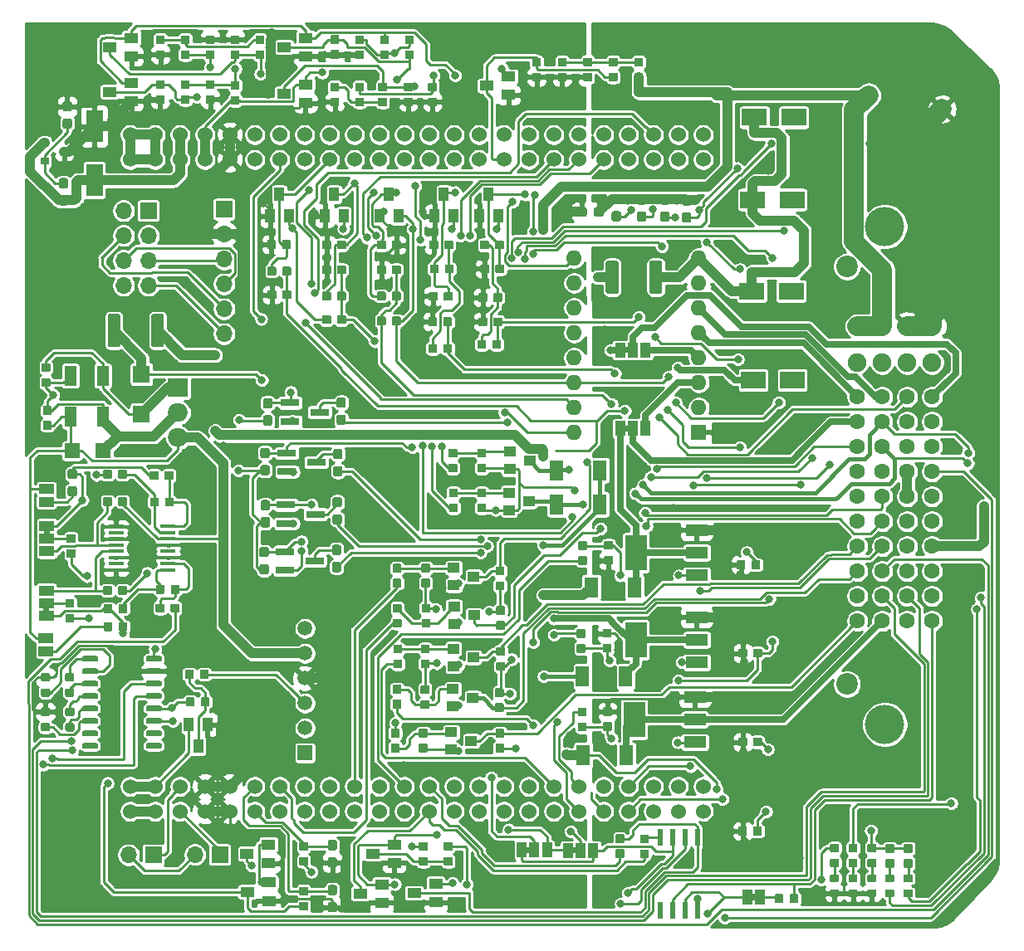
<source format=gtl>
G04 #@! TF.GenerationSoftware,KiCad,Pcbnew,5.1.5-52549c5~86~ubuntu18.04.1*
G04 #@! TF.CreationDate,2020-04-08T18:04:34+02:00*
G04 #@! TF.ProjectId,Speeduino_base,53706565-6475-4696-9e6f-5f626173652e,rev?*
G04 #@! TF.SameCoordinates,Original*
G04 #@! TF.FileFunction,Copper,L1,Top*
G04 #@! TF.FilePolarity,Positive*
%FSLAX46Y46*%
G04 Gerber Fmt 4.6, Leading zero omitted, Abs format (unit mm)*
G04 Created by KiCad (PCBNEW 5.1.5-52549c5~86~ubuntu18.04.1) date 2020-04-08 18:04:34*
%MOMM*%
%LPD*%
G04 APERTURE LIST*
%ADD10C,0.100000*%
%ADD11R,0.550000X1.750000*%
%ADD12C,1.508000*%
%ADD13R,1.508000X1.508000*%
%ADD14R,0.900000X0.800000*%
%ADD15R,1.000000X1.500000*%
%ADD16R,2.200000X3.600000*%
%ADD17R,2.235200X1.219200*%
%ADD18R,1.900000X0.800000*%
%ADD19R,2.500000X1.800000*%
%ADD20R,1.700000X1.700000*%
%ADD21O,1.700000X1.700000*%
%ADD22C,2.200000*%
%ADD23C,4.000000*%
%ADD24C,1.900000*%
%ADD25C,1.600000*%
%ADD26C,1.524000*%
%ADD27R,1.400000X2.100000*%
%ADD28R,1.000000X1.400000*%
%ADD29R,1.400000X1.000000*%
%ADD30R,1.700000X3.300000*%
%ADD31R,1.600200X0.355600*%
%ADD32O,1.600000X1.600000*%
%ADD33R,1.600000X1.600000*%
%ADD34O,2.000000X1.905000*%
%ADD35R,2.000000X1.905000*%
%ADD36C,1.800000*%
%ADD37R,1.500000X1.000000*%
%ADD38R,1.270000X2.032000*%
%ADD39R,1.770000X1.800000*%
%ADD40R,1.500000X1.500000*%
%ADD41R,1.143000X1.016000*%
%ADD42C,0.800000*%
%ADD43C,1.000000*%
%ADD44C,0.250000*%
%ADD45C,2.000000*%
%ADD46C,0.450000*%
%ADD47C,0.635000*%
%ADD48C,0.254000*%
G04 APERTURE END LIST*
D10*
G36*
X188380000Y-106230000D02*
G01*
X188880000Y-106230000D01*
X188880000Y-106830000D01*
X188380000Y-106830000D01*
X188380000Y-106230000D01*
G37*
G36*
X116195000Y-77452000D02*
G01*
X116195000Y-76952000D01*
X116795000Y-76952000D01*
X116795000Y-77452000D01*
X116195000Y-77452000D01*
G37*
G36*
X116871200Y-69048000D02*
G01*
X116871200Y-69548000D01*
X116271200Y-69548000D01*
X116271200Y-69048000D01*
X116871200Y-69048000D01*
G37*
G36*
X165360000Y-101440000D02*
G01*
X165860000Y-101440000D01*
X165860000Y-102040000D01*
X165360000Y-102040000D01*
X165360000Y-101440000D01*
G37*
G36*
X170080000Y-101480000D02*
G01*
X170580000Y-101480000D01*
X170580000Y-102080000D01*
X170080000Y-102080000D01*
X170080000Y-101480000D01*
G37*
G36*
X175401000Y-50429000D02*
G01*
X175901000Y-50429000D01*
X175901000Y-51029000D01*
X175401000Y-51029000D01*
X175401000Y-50429000D01*
G37*
G36*
X175401000Y-58430000D02*
G01*
X175901000Y-58430000D01*
X175901000Y-59030000D01*
X175401000Y-59030000D01*
X175401000Y-58430000D01*
G37*
G04 #@! TA.AperFunction,SMDPad,CuDef*
G36*
X175324267Y-100132035D02*
G01*
X175335054Y-100133635D01*
X175345633Y-100136285D01*
X175355901Y-100139959D01*
X175365759Y-100144621D01*
X175375113Y-100150228D01*
X175383872Y-100156724D01*
X175391952Y-100164048D01*
X175399276Y-100172128D01*
X175405772Y-100180887D01*
X175411379Y-100190241D01*
X175416041Y-100200099D01*
X175419715Y-100210367D01*
X175422365Y-100220946D01*
X175423965Y-100231733D01*
X175424500Y-100242625D01*
X175424500Y-100909375D01*
X175423965Y-100920267D01*
X175422365Y-100931054D01*
X175419715Y-100941633D01*
X175416041Y-100951901D01*
X175411379Y-100961759D01*
X175405772Y-100971113D01*
X175399276Y-100979872D01*
X175391952Y-100987952D01*
X175383872Y-100995276D01*
X175375113Y-101001772D01*
X175365759Y-101007379D01*
X175355901Y-101012041D01*
X175345633Y-101015715D01*
X175335054Y-101018365D01*
X175324267Y-101019965D01*
X175313375Y-101020500D01*
X174646625Y-101020500D01*
X174635733Y-101019965D01*
X174624946Y-101018365D01*
X174614367Y-101015715D01*
X174604099Y-101012041D01*
X174594241Y-101007379D01*
X174584887Y-101001772D01*
X174576128Y-100995276D01*
X174568048Y-100987952D01*
X174560724Y-100979872D01*
X174554228Y-100971113D01*
X174548621Y-100961759D01*
X174543959Y-100951901D01*
X174540285Y-100941633D01*
X174537635Y-100931054D01*
X174536035Y-100920267D01*
X174535500Y-100909375D01*
X174535500Y-100242625D01*
X174536035Y-100231733D01*
X174537635Y-100220946D01*
X174540285Y-100210367D01*
X174543959Y-100200099D01*
X174548621Y-100190241D01*
X174554228Y-100180887D01*
X174560724Y-100172128D01*
X174568048Y-100164048D01*
X174576128Y-100156724D01*
X174584887Y-100150228D01*
X174594241Y-100144621D01*
X174604099Y-100139959D01*
X174614367Y-100136285D01*
X174624946Y-100133635D01*
X174635733Y-100132035D01*
X174646625Y-100131500D01*
X175313375Y-100131500D01*
X175324267Y-100132035D01*
G37*
G04 #@! TD.AperFunction*
G04 #@! TA.AperFunction,SMDPad,CuDef*
G36*
X175324267Y-101656035D02*
G01*
X175335054Y-101657635D01*
X175345633Y-101660285D01*
X175355901Y-101663959D01*
X175365759Y-101668621D01*
X175375113Y-101674228D01*
X175383872Y-101680724D01*
X175391952Y-101688048D01*
X175399276Y-101696128D01*
X175405772Y-101704887D01*
X175411379Y-101714241D01*
X175416041Y-101724099D01*
X175419715Y-101734367D01*
X175422365Y-101744946D01*
X175423965Y-101755733D01*
X175424500Y-101766625D01*
X175424500Y-102433375D01*
X175423965Y-102444267D01*
X175422365Y-102455054D01*
X175419715Y-102465633D01*
X175416041Y-102475901D01*
X175411379Y-102485759D01*
X175405772Y-102495113D01*
X175399276Y-102503872D01*
X175391952Y-102511952D01*
X175383872Y-102519276D01*
X175375113Y-102525772D01*
X175365759Y-102531379D01*
X175355901Y-102536041D01*
X175345633Y-102539715D01*
X175335054Y-102542365D01*
X175324267Y-102543965D01*
X175313375Y-102544500D01*
X174646625Y-102544500D01*
X174635733Y-102543965D01*
X174624946Y-102542365D01*
X174614367Y-102539715D01*
X174604099Y-102536041D01*
X174594241Y-102531379D01*
X174584887Y-102525772D01*
X174576128Y-102519276D01*
X174568048Y-102511952D01*
X174560724Y-102503872D01*
X174554228Y-102495113D01*
X174548621Y-102485759D01*
X174543959Y-102475901D01*
X174540285Y-102465633D01*
X174537635Y-102455054D01*
X174536035Y-102444267D01*
X174535500Y-102433375D01*
X174535500Y-101766625D01*
X174536035Y-101755733D01*
X174537635Y-101744946D01*
X174540285Y-101734367D01*
X174543959Y-101724099D01*
X174548621Y-101714241D01*
X174554228Y-101704887D01*
X174560724Y-101696128D01*
X174568048Y-101688048D01*
X174576128Y-101680724D01*
X174584887Y-101674228D01*
X174594241Y-101668621D01*
X174604099Y-101663959D01*
X174614367Y-101660285D01*
X174624946Y-101657635D01*
X174635733Y-101656035D01*
X174646625Y-101655500D01*
X175313375Y-101655500D01*
X175324267Y-101656035D01*
G37*
G04 #@! TD.AperFunction*
G04 #@! TA.AperFunction,SMDPad,CuDef*
G36*
X128153977Y-81933662D02*
G01*
X128167325Y-81935642D01*
X128180414Y-81938921D01*
X128193119Y-81943467D01*
X128205317Y-81949236D01*
X128216891Y-81956173D01*
X128227729Y-81964211D01*
X128237727Y-81973273D01*
X128246789Y-81983271D01*
X128254827Y-81994109D01*
X128261764Y-82005683D01*
X128267533Y-82017881D01*
X128272079Y-82030586D01*
X128275358Y-82043675D01*
X128277338Y-82057023D01*
X128278000Y-82070500D01*
X128278000Y-82345500D01*
X128277338Y-82358977D01*
X128275358Y-82372325D01*
X128272079Y-82385414D01*
X128267533Y-82398119D01*
X128261764Y-82410317D01*
X128254827Y-82421891D01*
X128246789Y-82432729D01*
X128237727Y-82442727D01*
X128227729Y-82451789D01*
X128216891Y-82459827D01*
X128205317Y-82466764D01*
X128193119Y-82472533D01*
X128180414Y-82477079D01*
X128167325Y-82480358D01*
X128153977Y-82482338D01*
X128140500Y-82483000D01*
X126815500Y-82483000D01*
X126802023Y-82482338D01*
X126788675Y-82480358D01*
X126775586Y-82477079D01*
X126762881Y-82472533D01*
X126750683Y-82466764D01*
X126739109Y-82459827D01*
X126728271Y-82451789D01*
X126718273Y-82442727D01*
X126709211Y-82432729D01*
X126701173Y-82421891D01*
X126694236Y-82410317D01*
X126688467Y-82398119D01*
X126683921Y-82385414D01*
X126680642Y-82372325D01*
X126678662Y-82358977D01*
X126678000Y-82345500D01*
X126678000Y-82070500D01*
X126678662Y-82057023D01*
X126680642Y-82043675D01*
X126683921Y-82030586D01*
X126688467Y-82017881D01*
X126694236Y-82005683D01*
X126701173Y-81994109D01*
X126709211Y-81983271D01*
X126718273Y-81973273D01*
X126728271Y-81964211D01*
X126739109Y-81956173D01*
X126750683Y-81949236D01*
X126762881Y-81943467D01*
X126775586Y-81938921D01*
X126788675Y-81935642D01*
X126802023Y-81933662D01*
X126815500Y-81933000D01*
X128140500Y-81933000D01*
X128153977Y-81933662D01*
G37*
G04 #@! TD.AperFunction*
G04 #@! TA.AperFunction,SMDPad,CuDef*
G36*
X128153977Y-83203662D02*
G01*
X128167325Y-83205642D01*
X128180414Y-83208921D01*
X128193119Y-83213467D01*
X128205317Y-83219236D01*
X128216891Y-83226173D01*
X128227729Y-83234211D01*
X128237727Y-83243273D01*
X128246789Y-83253271D01*
X128254827Y-83264109D01*
X128261764Y-83275683D01*
X128267533Y-83287881D01*
X128272079Y-83300586D01*
X128275358Y-83313675D01*
X128277338Y-83327023D01*
X128278000Y-83340500D01*
X128278000Y-83615500D01*
X128277338Y-83628977D01*
X128275358Y-83642325D01*
X128272079Y-83655414D01*
X128267533Y-83668119D01*
X128261764Y-83680317D01*
X128254827Y-83691891D01*
X128246789Y-83702729D01*
X128237727Y-83712727D01*
X128227729Y-83721789D01*
X128216891Y-83729827D01*
X128205317Y-83736764D01*
X128193119Y-83742533D01*
X128180414Y-83747079D01*
X128167325Y-83750358D01*
X128153977Y-83752338D01*
X128140500Y-83753000D01*
X126815500Y-83753000D01*
X126802023Y-83752338D01*
X126788675Y-83750358D01*
X126775586Y-83747079D01*
X126762881Y-83742533D01*
X126750683Y-83736764D01*
X126739109Y-83729827D01*
X126728271Y-83721789D01*
X126718273Y-83712727D01*
X126709211Y-83702729D01*
X126701173Y-83691891D01*
X126694236Y-83680317D01*
X126688467Y-83668119D01*
X126683921Y-83655414D01*
X126680642Y-83642325D01*
X126678662Y-83628977D01*
X126678000Y-83615500D01*
X126678000Y-83340500D01*
X126678662Y-83327023D01*
X126680642Y-83313675D01*
X126683921Y-83300586D01*
X126688467Y-83287881D01*
X126694236Y-83275683D01*
X126701173Y-83264109D01*
X126709211Y-83253271D01*
X126718273Y-83243273D01*
X126728271Y-83234211D01*
X126739109Y-83226173D01*
X126750683Y-83219236D01*
X126762881Y-83213467D01*
X126775586Y-83208921D01*
X126788675Y-83205642D01*
X126802023Y-83203662D01*
X126815500Y-83203000D01*
X128140500Y-83203000D01*
X128153977Y-83203662D01*
G37*
G04 #@! TD.AperFunction*
G04 #@! TA.AperFunction,SMDPad,CuDef*
G36*
X128153977Y-84473662D02*
G01*
X128167325Y-84475642D01*
X128180414Y-84478921D01*
X128193119Y-84483467D01*
X128205317Y-84489236D01*
X128216891Y-84496173D01*
X128227729Y-84504211D01*
X128237727Y-84513273D01*
X128246789Y-84523271D01*
X128254827Y-84534109D01*
X128261764Y-84545683D01*
X128267533Y-84557881D01*
X128272079Y-84570586D01*
X128275358Y-84583675D01*
X128277338Y-84597023D01*
X128278000Y-84610500D01*
X128278000Y-84885500D01*
X128277338Y-84898977D01*
X128275358Y-84912325D01*
X128272079Y-84925414D01*
X128267533Y-84938119D01*
X128261764Y-84950317D01*
X128254827Y-84961891D01*
X128246789Y-84972729D01*
X128237727Y-84982727D01*
X128227729Y-84991789D01*
X128216891Y-84999827D01*
X128205317Y-85006764D01*
X128193119Y-85012533D01*
X128180414Y-85017079D01*
X128167325Y-85020358D01*
X128153977Y-85022338D01*
X128140500Y-85023000D01*
X126815500Y-85023000D01*
X126802023Y-85022338D01*
X126788675Y-85020358D01*
X126775586Y-85017079D01*
X126762881Y-85012533D01*
X126750683Y-85006764D01*
X126739109Y-84999827D01*
X126728271Y-84991789D01*
X126718273Y-84982727D01*
X126709211Y-84972729D01*
X126701173Y-84961891D01*
X126694236Y-84950317D01*
X126688467Y-84938119D01*
X126683921Y-84925414D01*
X126680642Y-84912325D01*
X126678662Y-84898977D01*
X126678000Y-84885500D01*
X126678000Y-84610500D01*
X126678662Y-84597023D01*
X126680642Y-84583675D01*
X126683921Y-84570586D01*
X126688467Y-84557881D01*
X126694236Y-84545683D01*
X126701173Y-84534109D01*
X126709211Y-84523271D01*
X126718273Y-84513273D01*
X126728271Y-84504211D01*
X126739109Y-84496173D01*
X126750683Y-84489236D01*
X126762881Y-84483467D01*
X126775586Y-84478921D01*
X126788675Y-84475642D01*
X126802023Y-84473662D01*
X126815500Y-84473000D01*
X128140500Y-84473000D01*
X128153977Y-84473662D01*
G37*
G04 #@! TD.AperFunction*
G04 #@! TA.AperFunction,SMDPad,CuDef*
G36*
X128153977Y-85743662D02*
G01*
X128167325Y-85745642D01*
X128180414Y-85748921D01*
X128193119Y-85753467D01*
X128205317Y-85759236D01*
X128216891Y-85766173D01*
X128227729Y-85774211D01*
X128237727Y-85783273D01*
X128246789Y-85793271D01*
X128254827Y-85804109D01*
X128261764Y-85815683D01*
X128267533Y-85827881D01*
X128272079Y-85840586D01*
X128275358Y-85853675D01*
X128277338Y-85867023D01*
X128278000Y-85880500D01*
X128278000Y-86155500D01*
X128277338Y-86168977D01*
X128275358Y-86182325D01*
X128272079Y-86195414D01*
X128267533Y-86208119D01*
X128261764Y-86220317D01*
X128254827Y-86231891D01*
X128246789Y-86242729D01*
X128237727Y-86252727D01*
X128227729Y-86261789D01*
X128216891Y-86269827D01*
X128205317Y-86276764D01*
X128193119Y-86282533D01*
X128180414Y-86287079D01*
X128167325Y-86290358D01*
X128153977Y-86292338D01*
X128140500Y-86293000D01*
X126815500Y-86293000D01*
X126802023Y-86292338D01*
X126788675Y-86290358D01*
X126775586Y-86287079D01*
X126762881Y-86282533D01*
X126750683Y-86276764D01*
X126739109Y-86269827D01*
X126728271Y-86261789D01*
X126718273Y-86252727D01*
X126709211Y-86242729D01*
X126701173Y-86231891D01*
X126694236Y-86220317D01*
X126688467Y-86208119D01*
X126683921Y-86195414D01*
X126680642Y-86182325D01*
X126678662Y-86168977D01*
X126678000Y-86155500D01*
X126678000Y-85880500D01*
X126678662Y-85867023D01*
X126680642Y-85853675D01*
X126683921Y-85840586D01*
X126688467Y-85827881D01*
X126694236Y-85815683D01*
X126701173Y-85804109D01*
X126709211Y-85793271D01*
X126718273Y-85783273D01*
X126728271Y-85774211D01*
X126739109Y-85766173D01*
X126750683Y-85759236D01*
X126762881Y-85753467D01*
X126775586Y-85748921D01*
X126788675Y-85745642D01*
X126802023Y-85743662D01*
X126815500Y-85743000D01*
X128140500Y-85743000D01*
X128153977Y-85743662D01*
G37*
G04 #@! TD.AperFunction*
G04 #@! TA.AperFunction,SMDPad,CuDef*
G36*
X128153977Y-87013662D02*
G01*
X128167325Y-87015642D01*
X128180414Y-87018921D01*
X128193119Y-87023467D01*
X128205317Y-87029236D01*
X128216891Y-87036173D01*
X128227729Y-87044211D01*
X128237727Y-87053273D01*
X128246789Y-87063271D01*
X128254827Y-87074109D01*
X128261764Y-87085683D01*
X128267533Y-87097881D01*
X128272079Y-87110586D01*
X128275358Y-87123675D01*
X128277338Y-87137023D01*
X128278000Y-87150500D01*
X128278000Y-87425500D01*
X128277338Y-87438977D01*
X128275358Y-87452325D01*
X128272079Y-87465414D01*
X128267533Y-87478119D01*
X128261764Y-87490317D01*
X128254827Y-87501891D01*
X128246789Y-87512729D01*
X128237727Y-87522727D01*
X128227729Y-87531789D01*
X128216891Y-87539827D01*
X128205317Y-87546764D01*
X128193119Y-87552533D01*
X128180414Y-87557079D01*
X128167325Y-87560358D01*
X128153977Y-87562338D01*
X128140500Y-87563000D01*
X126815500Y-87563000D01*
X126802023Y-87562338D01*
X126788675Y-87560358D01*
X126775586Y-87557079D01*
X126762881Y-87552533D01*
X126750683Y-87546764D01*
X126739109Y-87539827D01*
X126728271Y-87531789D01*
X126718273Y-87522727D01*
X126709211Y-87512729D01*
X126701173Y-87501891D01*
X126694236Y-87490317D01*
X126688467Y-87478119D01*
X126683921Y-87465414D01*
X126680642Y-87452325D01*
X126678662Y-87438977D01*
X126678000Y-87425500D01*
X126678000Y-87150500D01*
X126678662Y-87137023D01*
X126680642Y-87123675D01*
X126683921Y-87110586D01*
X126688467Y-87097881D01*
X126694236Y-87085683D01*
X126701173Y-87074109D01*
X126709211Y-87063271D01*
X126718273Y-87053273D01*
X126728271Y-87044211D01*
X126739109Y-87036173D01*
X126750683Y-87029236D01*
X126762881Y-87023467D01*
X126775586Y-87018921D01*
X126788675Y-87015642D01*
X126802023Y-87013662D01*
X126815500Y-87013000D01*
X128140500Y-87013000D01*
X128153977Y-87013662D01*
G37*
G04 #@! TD.AperFunction*
G04 #@! TA.AperFunction,SMDPad,CuDef*
G36*
X128153977Y-88283662D02*
G01*
X128167325Y-88285642D01*
X128180414Y-88288921D01*
X128193119Y-88293467D01*
X128205317Y-88299236D01*
X128216891Y-88306173D01*
X128227729Y-88314211D01*
X128237727Y-88323273D01*
X128246789Y-88333271D01*
X128254827Y-88344109D01*
X128261764Y-88355683D01*
X128267533Y-88367881D01*
X128272079Y-88380586D01*
X128275358Y-88393675D01*
X128277338Y-88407023D01*
X128278000Y-88420500D01*
X128278000Y-88695500D01*
X128277338Y-88708977D01*
X128275358Y-88722325D01*
X128272079Y-88735414D01*
X128267533Y-88748119D01*
X128261764Y-88760317D01*
X128254827Y-88771891D01*
X128246789Y-88782729D01*
X128237727Y-88792727D01*
X128227729Y-88801789D01*
X128216891Y-88809827D01*
X128205317Y-88816764D01*
X128193119Y-88822533D01*
X128180414Y-88827079D01*
X128167325Y-88830358D01*
X128153977Y-88832338D01*
X128140500Y-88833000D01*
X126815500Y-88833000D01*
X126802023Y-88832338D01*
X126788675Y-88830358D01*
X126775586Y-88827079D01*
X126762881Y-88822533D01*
X126750683Y-88816764D01*
X126739109Y-88809827D01*
X126728271Y-88801789D01*
X126718273Y-88792727D01*
X126709211Y-88782729D01*
X126701173Y-88771891D01*
X126694236Y-88760317D01*
X126688467Y-88748119D01*
X126683921Y-88735414D01*
X126680642Y-88722325D01*
X126678662Y-88708977D01*
X126678000Y-88695500D01*
X126678000Y-88420500D01*
X126678662Y-88407023D01*
X126680642Y-88393675D01*
X126683921Y-88380586D01*
X126688467Y-88367881D01*
X126694236Y-88355683D01*
X126701173Y-88344109D01*
X126709211Y-88333271D01*
X126718273Y-88323273D01*
X126728271Y-88314211D01*
X126739109Y-88306173D01*
X126750683Y-88299236D01*
X126762881Y-88293467D01*
X126775586Y-88288921D01*
X126788675Y-88285642D01*
X126802023Y-88283662D01*
X126815500Y-88283000D01*
X128140500Y-88283000D01*
X128153977Y-88283662D01*
G37*
G04 #@! TD.AperFunction*
G04 #@! TA.AperFunction,SMDPad,CuDef*
G36*
X128153977Y-89553662D02*
G01*
X128167325Y-89555642D01*
X128180414Y-89558921D01*
X128193119Y-89563467D01*
X128205317Y-89569236D01*
X128216891Y-89576173D01*
X128227729Y-89584211D01*
X128237727Y-89593273D01*
X128246789Y-89603271D01*
X128254827Y-89614109D01*
X128261764Y-89625683D01*
X128267533Y-89637881D01*
X128272079Y-89650586D01*
X128275358Y-89663675D01*
X128277338Y-89677023D01*
X128278000Y-89690500D01*
X128278000Y-89965500D01*
X128277338Y-89978977D01*
X128275358Y-89992325D01*
X128272079Y-90005414D01*
X128267533Y-90018119D01*
X128261764Y-90030317D01*
X128254827Y-90041891D01*
X128246789Y-90052729D01*
X128237727Y-90062727D01*
X128227729Y-90071789D01*
X128216891Y-90079827D01*
X128205317Y-90086764D01*
X128193119Y-90092533D01*
X128180414Y-90097079D01*
X128167325Y-90100358D01*
X128153977Y-90102338D01*
X128140500Y-90103000D01*
X126815500Y-90103000D01*
X126802023Y-90102338D01*
X126788675Y-90100358D01*
X126775586Y-90097079D01*
X126762881Y-90092533D01*
X126750683Y-90086764D01*
X126739109Y-90079827D01*
X126728271Y-90071789D01*
X126718273Y-90062727D01*
X126709211Y-90052729D01*
X126701173Y-90041891D01*
X126694236Y-90030317D01*
X126688467Y-90018119D01*
X126683921Y-90005414D01*
X126680642Y-89992325D01*
X126678662Y-89978977D01*
X126678000Y-89965500D01*
X126678000Y-89690500D01*
X126678662Y-89677023D01*
X126680642Y-89663675D01*
X126683921Y-89650586D01*
X126688467Y-89637881D01*
X126694236Y-89625683D01*
X126701173Y-89614109D01*
X126709211Y-89603271D01*
X126718273Y-89593273D01*
X126728271Y-89584211D01*
X126739109Y-89576173D01*
X126750683Y-89569236D01*
X126762881Y-89563467D01*
X126775586Y-89558921D01*
X126788675Y-89555642D01*
X126802023Y-89553662D01*
X126815500Y-89553000D01*
X128140500Y-89553000D01*
X128153977Y-89553662D01*
G37*
G04 #@! TD.AperFunction*
G04 #@! TA.AperFunction,SMDPad,CuDef*
G36*
X128153977Y-90823662D02*
G01*
X128167325Y-90825642D01*
X128180414Y-90828921D01*
X128193119Y-90833467D01*
X128205317Y-90839236D01*
X128216891Y-90846173D01*
X128227729Y-90854211D01*
X128237727Y-90863273D01*
X128246789Y-90873271D01*
X128254827Y-90884109D01*
X128261764Y-90895683D01*
X128267533Y-90907881D01*
X128272079Y-90920586D01*
X128275358Y-90933675D01*
X128277338Y-90947023D01*
X128278000Y-90960500D01*
X128278000Y-91235500D01*
X128277338Y-91248977D01*
X128275358Y-91262325D01*
X128272079Y-91275414D01*
X128267533Y-91288119D01*
X128261764Y-91300317D01*
X128254827Y-91311891D01*
X128246789Y-91322729D01*
X128237727Y-91332727D01*
X128227729Y-91341789D01*
X128216891Y-91349827D01*
X128205317Y-91356764D01*
X128193119Y-91362533D01*
X128180414Y-91367079D01*
X128167325Y-91370358D01*
X128153977Y-91372338D01*
X128140500Y-91373000D01*
X126815500Y-91373000D01*
X126802023Y-91372338D01*
X126788675Y-91370358D01*
X126775586Y-91367079D01*
X126762881Y-91362533D01*
X126750683Y-91356764D01*
X126739109Y-91349827D01*
X126728271Y-91341789D01*
X126718273Y-91332727D01*
X126709211Y-91322729D01*
X126701173Y-91311891D01*
X126694236Y-91300317D01*
X126688467Y-91288119D01*
X126683921Y-91275414D01*
X126680642Y-91262325D01*
X126678662Y-91248977D01*
X126678000Y-91235500D01*
X126678000Y-90960500D01*
X126678662Y-90947023D01*
X126680642Y-90933675D01*
X126683921Y-90920586D01*
X126688467Y-90907881D01*
X126694236Y-90895683D01*
X126701173Y-90884109D01*
X126709211Y-90873271D01*
X126718273Y-90863273D01*
X126728271Y-90854211D01*
X126739109Y-90846173D01*
X126750683Y-90839236D01*
X126762881Y-90833467D01*
X126775586Y-90828921D01*
X126788675Y-90825642D01*
X126802023Y-90823662D01*
X126815500Y-90823000D01*
X128140500Y-90823000D01*
X128153977Y-90823662D01*
G37*
G04 #@! TD.AperFunction*
G04 #@! TA.AperFunction,SMDPad,CuDef*
G36*
X121653977Y-90823662D02*
G01*
X121667325Y-90825642D01*
X121680414Y-90828921D01*
X121693119Y-90833467D01*
X121705317Y-90839236D01*
X121716891Y-90846173D01*
X121727729Y-90854211D01*
X121737727Y-90863273D01*
X121746789Y-90873271D01*
X121754827Y-90884109D01*
X121761764Y-90895683D01*
X121767533Y-90907881D01*
X121772079Y-90920586D01*
X121775358Y-90933675D01*
X121777338Y-90947023D01*
X121778000Y-90960500D01*
X121778000Y-91235500D01*
X121777338Y-91248977D01*
X121775358Y-91262325D01*
X121772079Y-91275414D01*
X121767533Y-91288119D01*
X121761764Y-91300317D01*
X121754827Y-91311891D01*
X121746789Y-91322729D01*
X121737727Y-91332727D01*
X121727729Y-91341789D01*
X121716891Y-91349827D01*
X121705317Y-91356764D01*
X121693119Y-91362533D01*
X121680414Y-91367079D01*
X121667325Y-91370358D01*
X121653977Y-91372338D01*
X121640500Y-91373000D01*
X120315500Y-91373000D01*
X120302023Y-91372338D01*
X120288675Y-91370358D01*
X120275586Y-91367079D01*
X120262881Y-91362533D01*
X120250683Y-91356764D01*
X120239109Y-91349827D01*
X120228271Y-91341789D01*
X120218273Y-91332727D01*
X120209211Y-91322729D01*
X120201173Y-91311891D01*
X120194236Y-91300317D01*
X120188467Y-91288119D01*
X120183921Y-91275414D01*
X120180642Y-91262325D01*
X120178662Y-91248977D01*
X120178000Y-91235500D01*
X120178000Y-90960500D01*
X120178662Y-90947023D01*
X120180642Y-90933675D01*
X120183921Y-90920586D01*
X120188467Y-90907881D01*
X120194236Y-90895683D01*
X120201173Y-90884109D01*
X120209211Y-90873271D01*
X120218273Y-90863273D01*
X120228271Y-90854211D01*
X120239109Y-90846173D01*
X120250683Y-90839236D01*
X120262881Y-90833467D01*
X120275586Y-90828921D01*
X120288675Y-90825642D01*
X120302023Y-90823662D01*
X120315500Y-90823000D01*
X121640500Y-90823000D01*
X121653977Y-90823662D01*
G37*
G04 #@! TD.AperFunction*
G04 #@! TA.AperFunction,SMDPad,CuDef*
G36*
X121653977Y-89553662D02*
G01*
X121667325Y-89555642D01*
X121680414Y-89558921D01*
X121693119Y-89563467D01*
X121705317Y-89569236D01*
X121716891Y-89576173D01*
X121727729Y-89584211D01*
X121737727Y-89593273D01*
X121746789Y-89603271D01*
X121754827Y-89614109D01*
X121761764Y-89625683D01*
X121767533Y-89637881D01*
X121772079Y-89650586D01*
X121775358Y-89663675D01*
X121777338Y-89677023D01*
X121778000Y-89690500D01*
X121778000Y-89965500D01*
X121777338Y-89978977D01*
X121775358Y-89992325D01*
X121772079Y-90005414D01*
X121767533Y-90018119D01*
X121761764Y-90030317D01*
X121754827Y-90041891D01*
X121746789Y-90052729D01*
X121737727Y-90062727D01*
X121727729Y-90071789D01*
X121716891Y-90079827D01*
X121705317Y-90086764D01*
X121693119Y-90092533D01*
X121680414Y-90097079D01*
X121667325Y-90100358D01*
X121653977Y-90102338D01*
X121640500Y-90103000D01*
X120315500Y-90103000D01*
X120302023Y-90102338D01*
X120288675Y-90100358D01*
X120275586Y-90097079D01*
X120262881Y-90092533D01*
X120250683Y-90086764D01*
X120239109Y-90079827D01*
X120228271Y-90071789D01*
X120218273Y-90062727D01*
X120209211Y-90052729D01*
X120201173Y-90041891D01*
X120194236Y-90030317D01*
X120188467Y-90018119D01*
X120183921Y-90005414D01*
X120180642Y-89992325D01*
X120178662Y-89978977D01*
X120178000Y-89965500D01*
X120178000Y-89690500D01*
X120178662Y-89677023D01*
X120180642Y-89663675D01*
X120183921Y-89650586D01*
X120188467Y-89637881D01*
X120194236Y-89625683D01*
X120201173Y-89614109D01*
X120209211Y-89603271D01*
X120218273Y-89593273D01*
X120228271Y-89584211D01*
X120239109Y-89576173D01*
X120250683Y-89569236D01*
X120262881Y-89563467D01*
X120275586Y-89558921D01*
X120288675Y-89555642D01*
X120302023Y-89553662D01*
X120315500Y-89553000D01*
X121640500Y-89553000D01*
X121653977Y-89553662D01*
G37*
G04 #@! TD.AperFunction*
G04 #@! TA.AperFunction,SMDPad,CuDef*
G36*
X121653977Y-88283662D02*
G01*
X121667325Y-88285642D01*
X121680414Y-88288921D01*
X121693119Y-88293467D01*
X121705317Y-88299236D01*
X121716891Y-88306173D01*
X121727729Y-88314211D01*
X121737727Y-88323273D01*
X121746789Y-88333271D01*
X121754827Y-88344109D01*
X121761764Y-88355683D01*
X121767533Y-88367881D01*
X121772079Y-88380586D01*
X121775358Y-88393675D01*
X121777338Y-88407023D01*
X121778000Y-88420500D01*
X121778000Y-88695500D01*
X121777338Y-88708977D01*
X121775358Y-88722325D01*
X121772079Y-88735414D01*
X121767533Y-88748119D01*
X121761764Y-88760317D01*
X121754827Y-88771891D01*
X121746789Y-88782729D01*
X121737727Y-88792727D01*
X121727729Y-88801789D01*
X121716891Y-88809827D01*
X121705317Y-88816764D01*
X121693119Y-88822533D01*
X121680414Y-88827079D01*
X121667325Y-88830358D01*
X121653977Y-88832338D01*
X121640500Y-88833000D01*
X120315500Y-88833000D01*
X120302023Y-88832338D01*
X120288675Y-88830358D01*
X120275586Y-88827079D01*
X120262881Y-88822533D01*
X120250683Y-88816764D01*
X120239109Y-88809827D01*
X120228271Y-88801789D01*
X120218273Y-88792727D01*
X120209211Y-88782729D01*
X120201173Y-88771891D01*
X120194236Y-88760317D01*
X120188467Y-88748119D01*
X120183921Y-88735414D01*
X120180642Y-88722325D01*
X120178662Y-88708977D01*
X120178000Y-88695500D01*
X120178000Y-88420500D01*
X120178662Y-88407023D01*
X120180642Y-88393675D01*
X120183921Y-88380586D01*
X120188467Y-88367881D01*
X120194236Y-88355683D01*
X120201173Y-88344109D01*
X120209211Y-88333271D01*
X120218273Y-88323273D01*
X120228271Y-88314211D01*
X120239109Y-88306173D01*
X120250683Y-88299236D01*
X120262881Y-88293467D01*
X120275586Y-88288921D01*
X120288675Y-88285642D01*
X120302023Y-88283662D01*
X120315500Y-88283000D01*
X121640500Y-88283000D01*
X121653977Y-88283662D01*
G37*
G04 #@! TD.AperFunction*
G04 #@! TA.AperFunction,SMDPad,CuDef*
G36*
X121653977Y-87013662D02*
G01*
X121667325Y-87015642D01*
X121680414Y-87018921D01*
X121693119Y-87023467D01*
X121705317Y-87029236D01*
X121716891Y-87036173D01*
X121727729Y-87044211D01*
X121737727Y-87053273D01*
X121746789Y-87063271D01*
X121754827Y-87074109D01*
X121761764Y-87085683D01*
X121767533Y-87097881D01*
X121772079Y-87110586D01*
X121775358Y-87123675D01*
X121777338Y-87137023D01*
X121778000Y-87150500D01*
X121778000Y-87425500D01*
X121777338Y-87438977D01*
X121775358Y-87452325D01*
X121772079Y-87465414D01*
X121767533Y-87478119D01*
X121761764Y-87490317D01*
X121754827Y-87501891D01*
X121746789Y-87512729D01*
X121737727Y-87522727D01*
X121727729Y-87531789D01*
X121716891Y-87539827D01*
X121705317Y-87546764D01*
X121693119Y-87552533D01*
X121680414Y-87557079D01*
X121667325Y-87560358D01*
X121653977Y-87562338D01*
X121640500Y-87563000D01*
X120315500Y-87563000D01*
X120302023Y-87562338D01*
X120288675Y-87560358D01*
X120275586Y-87557079D01*
X120262881Y-87552533D01*
X120250683Y-87546764D01*
X120239109Y-87539827D01*
X120228271Y-87531789D01*
X120218273Y-87522727D01*
X120209211Y-87512729D01*
X120201173Y-87501891D01*
X120194236Y-87490317D01*
X120188467Y-87478119D01*
X120183921Y-87465414D01*
X120180642Y-87452325D01*
X120178662Y-87438977D01*
X120178000Y-87425500D01*
X120178000Y-87150500D01*
X120178662Y-87137023D01*
X120180642Y-87123675D01*
X120183921Y-87110586D01*
X120188467Y-87097881D01*
X120194236Y-87085683D01*
X120201173Y-87074109D01*
X120209211Y-87063271D01*
X120218273Y-87053273D01*
X120228271Y-87044211D01*
X120239109Y-87036173D01*
X120250683Y-87029236D01*
X120262881Y-87023467D01*
X120275586Y-87018921D01*
X120288675Y-87015642D01*
X120302023Y-87013662D01*
X120315500Y-87013000D01*
X121640500Y-87013000D01*
X121653977Y-87013662D01*
G37*
G04 #@! TD.AperFunction*
G04 #@! TA.AperFunction,SMDPad,CuDef*
G36*
X121653977Y-85743662D02*
G01*
X121667325Y-85745642D01*
X121680414Y-85748921D01*
X121693119Y-85753467D01*
X121705317Y-85759236D01*
X121716891Y-85766173D01*
X121727729Y-85774211D01*
X121737727Y-85783273D01*
X121746789Y-85793271D01*
X121754827Y-85804109D01*
X121761764Y-85815683D01*
X121767533Y-85827881D01*
X121772079Y-85840586D01*
X121775358Y-85853675D01*
X121777338Y-85867023D01*
X121778000Y-85880500D01*
X121778000Y-86155500D01*
X121777338Y-86168977D01*
X121775358Y-86182325D01*
X121772079Y-86195414D01*
X121767533Y-86208119D01*
X121761764Y-86220317D01*
X121754827Y-86231891D01*
X121746789Y-86242729D01*
X121737727Y-86252727D01*
X121727729Y-86261789D01*
X121716891Y-86269827D01*
X121705317Y-86276764D01*
X121693119Y-86282533D01*
X121680414Y-86287079D01*
X121667325Y-86290358D01*
X121653977Y-86292338D01*
X121640500Y-86293000D01*
X120315500Y-86293000D01*
X120302023Y-86292338D01*
X120288675Y-86290358D01*
X120275586Y-86287079D01*
X120262881Y-86282533D01*
X120250683Y-86276764D01*
X120239109Y-86269827D01*
X120228271Y-86261789D01*
X120218273Y-86252727D01*
X120209211Y-86242729D01*
X120201173Y-86231891D01*
X120194236Y-86220317D01*
X120188467Y-86208119D01*
X120183921Y-86195414D01*
X120180642Y-86182325D01*
X120178662Y-86168977D01*
X120178000Y-86155500D01*
X120178000Y-85880500D01*
X120178662Y-85867023D01*
X120180642Y-85853675D01*
X120183921Y-85840586D01*
X120188467Y-85827881D01*
X120194236Y-85815683D01*
X120201173Y-85804109D01*
X120209211Y-85793271D01*
X120218273Y-85783273D01*
X120228271Y-85774211D01*
X120239109Y-85766173D01*
X120250683Y-85759236D01*
X120262881Y-85753467D01*
X120275586Y-85748921D01*
X120288675Y-85745642D01*
X120302023Y-85743662D01*
X120315500Y-85743000D01*
X121640500Y-85743000D01*
X121653977Y-85743662D01*
G37*
G04 #@! TD.AperFunction*
G04 #@! TA.AperFunction,SMDPad,CuDef*
G36*
X121653977Y-84473662D02*
G01*
X121667325Y-84475642D01*
X121680414Y-84478921D01*
X121693119Y-84483467D01*
X121705317Y-84489236D01*
X121716891Y-84496173D01*
X121727729Y-84504211D01*
X121737727Y-84513273D01*
X121746789Y-84523271D01*
X121754827Y-84534109D01*
X121761764Y-84545683D01*
X121767533Y-84557881D01*
X121772079Y-84570586D01*
X121775358Y-84583675D01*
X121777338Y-84597023D01*
X121778000Y-84610500D01*
X121778000Y-84885500D01*
X121777338Y-84898977D01*
X121775358Y-84912325D01*
X121772079Y-84925414D01*
X121767533Y-84938119D01*
X121761764Y-84950317D01*
X121754827Y-84961891D01*
X121746789Y-84972729D01*
X121737727Y-84982727D01*
X121727729Y-84991789D01*
X121716891Y-84999827D01*
X121705317Y-85006764D01*
X121693119Y-85012533D01*
X121680414Y-85017079D01*
X121667325Y-85020358D01*
X121653977Y-85022338D01*
X121640500Y-85023000D01*
X120315500Y-85023000D01*
X120302023Y-85022338D01*
X120288675Y-85020358D01*
X120275586Y-85017079D01*
X120262881Y-85012533D01*
X120250683Y-85006764D01*
X120239109Y-84999827D01*
X120228271Y-84991789D01*
X120218273Y-84982727D01*
X120209211Y-84972729D01*
X120201173Y-84961891D01*
X120194236Y-84950317D01*
X120188467Y-84938119D01*
X120183921Y-84925414D01*
X120180642Y-84912325D01*
X120178662Y-84898977D01*
X120178000Y-84885500D01*
X120178000Y-84610500D01*
X120178662Y-84597023D01*
X120180642Y-84583675D01*
X120183921Y-84570586D01*
X120188467Y-84557881D01*
X120194236Y-84545683D01*
X120201173Y-84534109D01*
X120209211Y-84523271D01*
X120218273Y-84513273D01*
X120228271Y-84504211D01*
X120239109Y-84496173D01*
X120250683Y-84489236D01*
X120262881Y-84483467D01*
X120275586Y-84478921D01*
X120288675Y-84475642D01*
X120302023Y-84473662D01*
X120315500Y-84473000D01*
X121640500Y-84473000D01*
X121653977Y-84473662D01*
G37*
G04 #@! TD.AperFunction*
G04 #@! TA.AperFunction,SMDPad,CuDef*
G36*
X121653977Y-83203662D02*
G01*
X121667325Y-83205642D01*
X121680414Y-83208921D01*
X121693119Y-83213467D01*
X121705317Y-83219236D01*
X121716891Y-83226173D01*
X121727729Y-83234211D01*
X121737727Y-83243273D01*
X121746789Y-83253271D01*
X121754827Y-83264109D01*
X121761764Y-83275683D01*
X121767533Y-83287881D01*
X121772079Y-83300586D01*
X121775358Y-83313675D01*
X121777338Y-83327023D01*
X121778000Y-83340500D01*
X121778000Y-83615500D01*
X121777338Y-83628977D01*
X121775358Y-83642325D01*
X121772079Y-83655414D01*
X121767533Y-83668119D01*
X121761764Y-83680317D01*
X121754827Y-83691891D01*
X121746789Y-83702729D01*
X121737727Y-83712727D01*
X121727729Y-83721789D01*
X121716891Y-83729827D01*
X121705317Y-83736764D01*
X121693119Y-83742533D01*
X121680414Y-83747079D01*
X121667325Y-83750358D01*
X121653977Y-83752338D01*
X121640500Y-83753000D01*
X120315500Y-83753000D01*
X120302023Y-83752338D01*
X120288675Y-83750358D01*
X120275586Y-83747079D01*
X120262881Y-83742533D01*
X120250683Y-83736764D01*
X120239109Y-83729827D01*
X120228271Y-83721789D01*
X120218273Y-83712727D01*
X120209211Y-83702729D01*
X120201173Y-83691891D01*
X120194236Y-83680317D01*
X120188467Y-83668119D01*
X120183921Y-83655414D01*
X120180642Y-83642325D01*
X120178662Y-83628977D01*
X120178000Y-83615500D01*
X120178000Y-83340500D01*
X120178662Y-83327023D01*
X120180642Y-83313675D01*
X120183921Y-83300586D01*
X120188467Y-83287881D01*
X120194236Y-83275683D01*
X120201173Y-83264109D01*
X120209211Y-83253271D01*
X120218273Y-83243273D01*
X120228271Y-83234211D01*
X120239109Y-83226173D01*
X120250683Y-83219236D01*
X120262881Y-83213467D01*
X120275586Y-83208921D01*
X120288675Y-83205642D01*
X120302023Y-83203662D01*
X120315500Y-83203000D01*
X121640500Y-83203000D01*
X121653977Y-83203662D01*
G37*
G04 #@! TD.AperFunction*
G04 #@! TA.AperFunction,SMDPad,CuDef*
G36*
X121653977Y-81933662D02*
G01*
X121667325Y-81935642D01*
X121680414Y-81938921D01*
X121693119Y-81943467D01*
X121705317Y-81949236D01*
X121716891Y-81956173D01*
X121727729Y-81964211D01*
X121737727Y-81973273D01*
X121746789Y-81983271D01*
X121754827Y-81994109D01*
X121761764Y-82005683D01*
X121767533Y-82017881D01*
X121772079Y-82030586D01*
X121775358Y-82043675D01*
X121777338Y-82057023D01*
X121778000Y-82070500D01*
X121778000Y-82345500D01*
X121777338Y-82358977D01*
X121775358Y-82372325D01*
X121772079Y-82385414D01*
X121767533Y-82398119D01*
X121761764Y-82410317D01*
X121754827Y-82421891D01*
X121746789Y-82432729D01*
X121737727Y-82442727D01*
X121727729Y-82451789D01*
X121716891Y-82459827D01*
X121705317Y-82466764D01*
X121693119Y-82472533D01*
X121680414Y-82477079D01*
X121667325Y-82480358D01*
X121653977Y-82482338D01*
X121640500Y-82483000D01*
X120315500Y-82483000D01*
X120302023Y-82482338D01*
X120288675Y-82480358D01*
X120275586Y-82477079D01*
X120262881Y-82472533D01*
X120250683Y-82466764D01*
X120239109Y-82459827D01*
X120228271Y-82451789D01*
X120218273Y-82442727D01*
X120209211Y-82432729D01*
X120201173Y-82421891D01*
X120194236Y-82410317D01*
X120188467Y-82398119D01*
X120183921Y-82385414D01*
X120180642Y-82372325D01*
X120178662Y-82358977D01*
X120178000Y-82345500D01*
X120178000Y-82070500D01*
X120178662Y-82057023D01*
X120180642Y-82043675D01*
X120183921Y-82030586D01*
X120188467Y-82017881D01*
X120194236Y-82005683D01*
X120201173Y-81994109D01*
X120209211Y-81983271D01*
X120218273Y-81973273D01*
X120228271Y-81964211D01*
X120239109Y-81956173D01*
X120250683Y-81949236D01*
X120262881Y-81943467D01*
X120275586Y-81938921D01*
X120288675Y-81935642D01*
X120302023Y-81933662D01*
X120315500Y-81933000D01*
X121640500Y-81933000D01*
X121653977Y-81933662D01*
G37*
G04 #@! TD.AperFunction*
G04 #@! TA.AperFunction,SMDPad,CuDef*
G36*
X118910779Y-25336144D02*
G01*
X118933834Y-25339563D01*
X118956443Y-25345227D01*
X118978387Y-25353079D01*
X118999457Y-25363044D01*
X119019448Y-25375026D01*
X119038168Y-25388910D01*
X119055438Y-25404562D01*
X119071090Y-25421832D01*
X119084974Y-25440552D01*
X119096956Y-25460543D01*
X119106921Y-25481613D01*
X119114773Y-25503557D01*
X119120437Y-25526166D01*
X119123856Y-25549221D01*
X119125000Y-25572500D01*
X119125000Y-26147500D01*
X119123856Y-26170779D01*
X119120437Y-26193834D01*
X119114773Y-26216443D01*
X119106921Y-26238387D01*
X119096956Y-26259457D01*
X119084974Y-26279448D01*
X119071090Y-26298168D01*
X119055438Y-26315438D01*
X119038168Y-26331090D01*
X119019448Y-26344974D01*
X118999457Y-26356956D01*
X118978387Y-26366921D01*
X118956443Y-26374773D01*
X118933834Y-26380437D01*
X118910779Y-26383856D01*
X118887500Y-26385000D01*
X118412500Y-26385000D01*
X118389221Y-26383856D01*
X118366166Y-26380437D01*
X118343557Y-26374773D01*
X118321613Y-26366921D01*
X118300543Y-26356956D01*
X118280552Y-26344974D01*
X118261832Y-26331090D01*
X118244562Y-26315438D01*
X118228910Y-26298168D01*
X118215026Y-26279448D01*
X118203044Y-26259457D01*
X118193079Y-26238387D01*
X118185227Y-26216443D01*
X118179563Y-26193834D01*
X118176144Y-26170779D01*
X118175000Y-26147500D01*
X118175000Y-25572500D01*
X118176144Y-25549221D01*
X118179563Y-25526166D01*
X118185227Y-25503557D01*
X118193079Y-25481613D01*
X118203044Y-25460543D01*
X118215026Y-25440552D01*
X118228910Y-25421832D01*
X118244562Y-25404562D01*
X118261832Y-25388910D01*
X118280552Y-25375026D01*
X118300543Y-25363044D01*
X118321613Y-25353079D01*
X118343557Y-25345227D01*
X118366166Y-25339563D01*
X118389221Y-25336144D01*
X118412500Y-25335000D01*
X118887500Y-25335000D01*
X118910779Y-25336144D01*
G37*
G04 #@! TD.AperFunction*
G04 #@! TA.AperFunction,SMDPad,CuDef*
G36*
X118910779Y-27086144D02*
G01*
X118933834Y-27089563D01*
X118956443Y-27095227D01*
X118978387Y-27103079D01*
X118999457Y-27113044D01*
X119019448Y-27125026D01*
X119038168Y-27138910D01*
X119055438Y-27154562D01*
X119071090Y-27171832D01*
X119084974Y-27190552D01*
X119096956Y-27210543D01*
X119106921Y-27231613D01*
X119114773Y-27253557D01*
X119120437Y-27276166D01*
X119123856Y-27299221D01*
X119125000Y-27322500D01*
X119125000Y-27897500D01*
X119123856Y-27920779D01*
X119120437Y-27943834D01*
X119114773Y-27966443D01*
X119106921Y-27988387D01*
X119096956Y-28009457D01*
X119084974Y-28029448D01*
X119071090Y-28048168D01*
X119055438Y-28065438D01*
X119038168Y-28081090D01*
X119019448Y-28094974D01*
X118999457Y-28106956D01*
X118978387Y-28116921D01*
X118956443Y-28124773D01*
X118933834Y-28130437D01*
X118910779Y-28133856D01*
X118887500Y-28135000D01*
X118412500Y-28135000D01*
X118389221Y-28133856D01*
X118366166Y-28130437D01*
X118343557Y-28124773D01*
X118321613Y-28116921D01*
X118300543Y-28106956D01*
X118280552Y-28094974D01*
X118261832Y-28081090D01*
X118244562Y-28065438D01*
X118228910Y-28048168D01*
X118215026Y-28029448D01*
X118203044Y-28009457D01*
X118193079Y-27988387D01*
X118185227Y-27966443D01*
X118179563Y-27943834D01*
X118176144Y-27920779D01*
X118175000Y-27897500D01*
X118175000Y-27322500D01*
X118176144Y-27299221D01*
X118179563Y-27276166D01*
X118185227Y-27253557D01*
X118193079Y-27231613D01*
X118203044Y-27210543D01*
X118215026Y-27190552D01*
X118228910Y-27171832D01*
X118244562Y-27154562D01*
X118261832Y-27138910D01*
X118280552Y-27125026D01*
X118300543Y-27113044D01*
X118321613Y-27103079D01*
X118343557Y-27095227D01*
X118366166Y-27089563D01*
X118389221Y-27086144D01*
X118412500Y-27085000D01*
X118887500Y-27085000D01*
X118910779Y-27086144D01*
G37*
G04 #@! TD.AperFunction*
D11*
X182885000Y-107870000D03*
X181615000Y-107870000D03*
X180345000Y-107870000D03*
X179075000Y-107870000D03*
X179075000Y-100470000D03*
X180345000Y-100470000D03*
X181615000Y-100470000D03*
X182885000Y-100470000D03*
D12*
X142875000Y-79121000D03*
X142875000Y-81661000D03*
X142875000Y-84201000D03*
X142875000Y-86741000D03*
D13*
X142875000Y-91821000D03*
D12*
X142875000Y-89281000D03*
G04 #@! TA.AperFunction,SMDPad,CuDef*
D10*
G36*
X161254267Y-49706035D02*
G01*
X161265054Y-49707635D01*
X161275633Y-49710285D01*
X161285901Y-49713959D01*
X161295759Y-49718621D01*
X161305113Y-49724228D01*
X161313872Y-49730724D01*
X161321952Y-49738048D01*
X161329276Y-49746128D01*
X161335772Y-49754887D01*
X161341379Y-49764241D01*
X161346041Y-49774099D01*
X161349715Y-49784367D01*
X161352365Y-49794946D01*
X161353965Y-49805733D01*
X161354500Y-49816625D01*
X161354500Y-50483375D01*
X161353965Y-50494267D01*
X161352365Y-50505054D01*
X161349715Y-50515633D01*
X161346041Y-50525901D01*
X161341379Y-50535759D01*
X161335772Y-50545113D01*
X161329276Y-50553872D01*
X161321952Y-50561952D01*
X161313872Y-50569276D01*
X161305113Y-50575772D01*
X161295759Y-50581379D01*
X161285901Y-50586041D01*
X161275633Y-50589715D01*
X161265054Y-50592365D01*
X161254267Y-50593965D01*
X161243375Y-50594500D01*
X160576625Y-50594500D01*
X160565733Y-50593965D01*
X160554946Y-50592365D01*
X160544367Y-50589715D01*
X160534099Y-50586041D01*
X160524241Y-50581379D01*
X160514887Y-50575772D01*
X160506128Y-50569276D01*
X160498048Y-50561952D01*
X160490724Y-50553872D01*
X160484228Y-50545113D01*
X160478621Y-50535759D01*
X160473959Y-50525901D01*
X160470285Y-50515633D01*
X160467635Y-50505054D01*
X160466035Y-50494267D01*
X160465500Y-50483375D01*
X160465500Y-49816625D01*
X160466035Y-49805733D01*
X160467635Y-49794946D01*
X160470285Y-49784367D01*
X160473959Y-49774099D01*
X160478621Y-49764241D01*
X160484228Y-49754887D01*
X160490724Y-49746128D01*
X160498048Y-49738048D01*
X160506128Y-49730724D01*
X160514887Y-49724228D01*
X160524241Y-49718621D01*
X160534099Y-49713959D01*
X160544367Y-49710285D01*
X160554946Y-49707635D01*
X160565733Y-49706035D01*
X160576625Y-49705500D01*
X161243375Y-49705500D01*
X161254267Y-49706035D01*
G37*
G04 #@! TD.AperFunction*
G04 #@! TA.AperFunction,SMDPad,CuDef*
G36*
X162778267Y-49706035D02*
G01*
X162789054Y-49707635D01*
X162799633Y-49710285D01*
X162809901Y-49713959D01*
X162819759Y-49718621D01*
X162829113Y-49724228D01*
X162837872Y-49730724D01*
X162845952Y-49738048D01*
X162853276Y-49746128D01*
X162859772Y-49754887D01*
X162865379Y-49764241D01*
X162870041Y-49774099D01*
X162873715Y-49784367D01*
X162876365Y-49794946D01*
X162877965Y-49805733D01*
X162878500Y-49816625D01*
X162878500Y-50483375D01*
X162877965Y-50494267D01*
X162876365Y-50505054D01*
X162873715Y-50515633D01*
X162870041Y-50525901D01*
X162865379Y-50535759D01*
X162859772Y-50545113D01*
X162853276Y-50553872D01*
X162845952Y-50561952D01*
X162837872Y-50569276D01*
X162829113Y-50575772D01*
X162819759Y-50581379D01*
X162809901Y-50586041D01*
X162799633Y-50589715D01*
X162789054Y-50592365D01*
X162778267Y-50593965D01*
X162767375Y-50594500D01*
X162100625Y-50594500D01*
X162089733Y-50593965D01*
X162078946Y-50592365D01*
X162068367Y-50589715D01*
X162058099Y-50586041D01*
X162048241Y-50581379D01*
X162038887Y-50575772D01*
X162030128Y-50569276D01*
X162022048Y-50561952D01*
X162014724Y-50553872D01*
X162008228Y-50545113D01*
X162002621Y-50535759D01*
X161997959Y-50525901D01*
X161994285Y-50515633D01*
X161991635Y-50505054D01*
X161990035Y-50494267D01*
X161989500Y-50483375D01*
X161989500Y-49816625D01*
X161990035Y-49805733D01*
X161991635Y-49794946D01*
X161994285Y-49784367D01*
X161997959Y-49774099D01*
X162002621Y-49764241D01*
X162008228Y-49754887D01*
X162014724Y-49746128D01*
X162022048Y-49738048D01*
X162030128Y-49730724D01*
X162038887Y-49724228D01*
X162048241Y-49718621D01*
X162058099Y-49713959D01*
X162068367Y-49710285D01*
X162078946Y-49707635D01*
X162089733Y-49706035D01*
X162100625Y-49705500D01*
X162767375Y-49705500D01*
X162778267Y-49706035D01*
G37*
G04 #@! TD.AperFunction*
D14*
X118330000Y-30520000D03*
X116330000Y-31470000D03*
X116330000Y-29570000D03*
G04 #@! TA.AperFunction,SMDPad,CuDef*
D10*
G36*
X118520779Y-33166144D02*
G01*
X118543834Y-33169563D01*
X118566443Y-33175227D01*
X118588387Y-33183079D01*
X118609457Y-33193044D01*
X118629448Y-33205026D01*
X118648168Y-33218910D01*
X118665438Y-33234562D01*
X118681090Y-33251832D01*
X118694974Y-33270552D01*
X118706956Y-33290543D01*
X118716921Y-33311613D01*
X118724773Y-33333557D01*
X118730437Y-33356166D01*
X118733856Y-33379221D01*
X118735000Y-33402500D01*
X118735000Y-33977500D01*
X118733856Y-34000779D01*
X118730437Y-34023834D01*
X118724773Y-34046443D01*
X118716921Y-34068387D01*
X118706956Y-34089457D01*
X118694974Y-34109448D01*
X118681090Y-34128168D01*
X118665438Y-34145438D01*
X118648168Y-34161090D01*
X118629448Y-34174974D01*
X118609457Y-34186956D01*
X118588387Y-34196921D01*
X118566443Y-34204773D01*
X118543834Y-34210437D01*
X118520779Y-34213856D01*
X118497500Y-34215000D01*
X118022500Y-34215000D01*
X117999221Y-34213856D01*
X117976166Y-34210437D01*
X117953557Y-34204773D01*
X117931613Y-34196921D01*
X117910543Y-34186956D01*
X117890552Y-34174974D01*
X117871832Y-34161090D01*
X117854562Y-34145438D01*
X117838910Y-34128168D01*
X117825026Y-34109448D01*
X117813044Y-34089457D01*
X117803079Y-34068387D01*
X117795227Y-34046443D01*
X117789563Y-34023834D01*
X117786144Y-34000779D01*
X117785000Y-33977500D01*
X117785000Y-33402500D01*
X117786144Y-33379221D01*
X117789563Y-33356166D01*
X117795227Y-33333557D01*
X117803079Y-33311613D01*
X117813044Y-33290543D01*
X117825026Y-33270552D01*
X117838910Y-33251832D01*
X117854562Y-33234562D01*
X117871832Y-33218910D01*
X117890552Y-33205026D01*
X117910543Y-33193044D01*
X117931613Y-33183079D01*
X117953557Y-33175227D01*
X117976166Y-33169563D01*
X117999221Y-33166144D01*
X118022500Y-33165000D01*
X118497500Y-33165000D01*
X118520779Y-33166144D01*
G37*
G04 #@! TD.AperFunction*
G04 #@! TA.AperFunction,SMDPad,CuDef*
G36*
X118520779Y-34916144D02*
G01*
X118543834Y-34919563D01*
X118566443Y-34925227D01*
X118588387Y-34933079D01*
X118609457Y-34943044D01*
X118629448Y-34955026D01*
X118648168Y-34968910D01*
X118665438Y-34984562D01*
X118681090Y-35001832D01*
X118694974Y-35020552D01*
X118706956Y-35040543D01*
X118716921Y-35061613D01*
X118724773Y-35083557D01*
X118730437Y-35106166D01*
X118733856Y-35129221D01*
X118735000Y-35152500D01*
X118735000Y-35727500D01*
X118733856Y-35750779D01*
X118730437Y-35773834D01*
X118724773Y-35796443D01*
X118716921Y-35818387D01*
X118706956Y-35839457D01*
X118694974Y-35859448D01*
X118681090Y-35878168D01*
X118665438Y-35895438D01*
X118648168Y-35911090D01*
X118629448Y-35924974D01*
X118609457Y-35936956D01*
X118588387Y-35946921D01*
X118566443Y-35954773D01*
X118543834Y-35960437D01*
X118520779Y-35963856D01*
X118497500Y-35965000D01*
X118022500Y-35965000D01*
X117999221Y-35963856D01*
X117976166Y-35960437D01*
X117953557Y-35954773D01*
X117931613Y-35946921D01*
X117910543Y-35936956D01*
X117890552Y-35924974D01*
X117871832Y-35911090D01*
X117854562Y-35895438D01*
X117838910Y-35878168D01*
X117825026Y-35859448D01*
X117813044Y-35839457D01*
X117803079Y-35818387D01*
X117795227Y-35796443D01*
X117789563Y-35773834D01*
X117786144Y-35750779D01*
X117785000Y-35727500D01*
X117785000Y-35152500D01*
X117786144Y-35129221D01*
X117789563Y-35106166D01*
X117795227Y-35083557D01*
X117803079Y-35061613D01*
X117813044Y-35040543D01*
X117825026Y-35020552D01*
X117838910Y-35001832D01*
X117854562Y-34984562D01*
X117871832Y-34968910D01*
X117890552Y-34955026D01*
X117910543Y-34943044D01*
X117931613Y-34933079D01*
X117953557Y-34925227D01*
X117976166Y-34919563D01*
X117999221Y-34916144D01*
X118022500Y-34915000D01*
X118497500Y-34915000D01*
X118520779Y-34916144D01*
G37*
G04 #@! TD.AperFunction*
G04 #@! TA.AperFunction,SMDPad,CuDef*
G36*
X193084267Y-106226035D02*
G01*
X193095054Y-106227635D01*
X193105633Y-106230285D01*
X193115901Y-106233959D01*
X193125759Y-106238621D01*
X193135113Y-106244228D01*
X193143872Y-106250724D01*
X193151952Y-106258048D01*
X193159276Y-106266128D01*
X193165772Y-106274887D01*
X193171379Y-106284241D01*
X193176041Y-106294099D01*
X193179715Y-106304367D01*
X193182365Y-106314946D01*
X193183965Y-106325733D01*
X193184500Y-106336625D01*
X193184500Y-107003375D01*
X193183965Y-107014267D01*
X193182365Y-107025054D01*
X193179715Y-107035633D01*
X193176041Y-107045901D01*
X193171379Y-107055759D01*
X193165772Y-107065113D01*
X193159276Y-107073872D01*
X193151952Y-107081952D01*
X193143872Y-107089276D01*
X193135113Y-107095772D01*
X193125759Y-107101379D01*
X193115901Y-107106041D01*
X193105633Y-107109715D01*
X193095054Y-107112365D01*
X193084267Y-107113965D01*
X193073375Y-107114500D01*
X192406625Y-107114500D01*
X192395733Y-107113965D01*
X192384946Y-107112365D01*
X192374367Y-107109715D01*
X192364099Y-107106041D01*
X192354241Y-107101379D01*
X192344887Y-107095772D01*
X192336128Y-107089276D01*
X192328048Y-107081952D01*
X192320724Y-107073872D01*
X192314228Y-107065113D01*
X192308621Y-107055759D01*
X192303959Y-107045901D01*
X192300285Y-107035633D01*
X192297635Y-107025054D01*
X192296035Y-107014267D01*
X192295500Y-107003375D01*
X192295500Y-106336625D01*
X192296035Y-106325733D01*
X192297635Y-106314946D01*
X192300285Y-106304367D01*
X192303959Y-106294099D01*
X192308621Y-106284241D01*
X192314228Y-106274887D01*
X192320724Y-106266128D01*
X192328048Y-106258048D01*
X192336128Y-106250724D01*
X192344887Y-106244228D01*
X192354241Y-106238621D01*
X192364099Y-106233959D01*
X192374367Y-106230285D01*
X192384946Y-106227635D01*
X192395733Y-106226035D01*
X192406625Y-106225500D01*
X193073375Y-106225500D01*
X193084267Y-106226035D01*
G37*
G04 #@! TD.AperFunction*
G04 #@! TA.AperFunction,SMDPad,CuDef*
G36*
X191560267Y-106226035D02*
G01*
X191571054Y-106227635D01*
X191581633Y-106230285D01*
X191591901Y-106233959D01*
X191601759Y-106238621D01*
X191611113Y-106244228D01*
X191619872Y-106250724D01*
X191627952Y-106258048D01*
X191635276Y-106266128D01*
X191641772Y-106274887D01*
X191647379Y-106284241D01*
X191652041Y-106294099D01*
X191655715Y-106304367D01*
X191658365Y-106314946D01*
X191659965Y-106325733D01*
X191660500Y-106336625D01*
X191660500Y-107003375D01*
X191659965Y-107014267D01*
X191658365Y-107025054D01*
X191655715Y-107035633D01*
X191652041Y-107045901D01*
X191647379Y-107055759D01*
X191641772Y-107065113D01*
X191635276Y-107073872D01*
X191627952Y-107081952D01*
X191619872Y-107089276D01*
X191611113Y-107095772D01*
X191601759Y-107101379D01*
X191591901Y-107106041D01*
X191581633Y-107109715D01*
X191571054Y-107112365D01*
X191560267Y-107113965D01*
X191549375Y-107114500D01*
X190882625Y-107114500D01*
X190871733Y-107113965D01*
X190860946Y-107112365D01*
X190850367Y-107109715D01*
X190840099Y-107106041D01*
X190830241Y-107101379D01*
X190820887Y-107095772D01*
X190812128Y-107089276D01*
X190804048Y-107081952D01*
X190796724Y-107073872D01*
X190790228Y-107065113D01*
X190784621Y-107055759D01*
X190779959Y-107045901D01*
X190776285Y-107035633D01*
X190773635Y-107025054D01*
X190772035Y-107014267D01*
X190771500Y-107003375D01*
X190771500Y-106336625D01*
X190772035Y-106325733D01*
X190773635Y-106314946D01*
X190776285Y-106304367D01*
X190779959Y-106294099D01*
X190784621Y-106284241D01*
X190790228Y-106274887D01*
X190796724Y-106266128D01*
X190804048Y-106258048D01*
X190812128Y-106250724D01*
X190820887Y-106244228D01*
X190830241Y-106238621D01*
X190840099Y-106233959D01*
X190850367Y-106230285D01*
X190860946Y-106227635D01*
X190871733Y-106226035D01*
X190882625Y-106225500D01*
X191549375Y-106225500D01*
X191560267Y-106226035D01*
G37*
G04 #@! TD.AperFunction*
D15*
X189280000Y-106530000D03*
X187980000Y-106530000D03*
D16*
X176620000Y-71398000D03*
D17*
X182817800Y-69086600D03*
X182817800Y-71398000D03*
X182817800Y-73709400D03*
G04 #@! TA.AperFunction,SMDPad,CuDef*
D10*
G36*
X139095779Y-67766144D02*
G01*
X139118834Y-67769563D01*
X139141443Y-67775227D01*
X139163387Y-67783079D01*
X139184457Y-67793044D01*
X139204448Y-67805026D01*
X139223168Y-67818910D01*
X139240438Y-67834562D01*
X139256090Y-67851832D01*
X139269974Y-67870552D01*
X139281956Y-67890543D01*
X139291921Y-67911613D01*
X139299773Y-67933557D01*
X139305437Y-67956166D01*
X139308856Y-67979221D01*
X139310000Y-68002500D01*
X139310000Y-68577500D01*
X139308856Y-68600779D01*
X139305437Y-68623834D01*
X139299773Y-68646443D01*
X139291921Y-68668387D01*
X139281956Y-68689457D01*
X139269974Y-68709448D01*
X139256090Y-68728168D01*
X139240438Y-68745438D01*
X139223168Y-68761090D01*
X139204448Y-68774974D01*
X139184457Y-68786956D01*
X139163387Y-68796921D01*
X139141443Y-68804773D01*
X139118834Y-68810437D01*
X139095779Y-68813856D01*
X139072500Y-68815000D01*
X138597500Y-68815000D01*
X138574221Y-68813856D01*
X138551166Y-68810437D01*
X138528557Y-68804773D01*
X138506613Y-68796921D01*
X138485543Y-68786956D01*
X138465552Y-68774974D01*
X138446832Y-68761090D01*
X138429562Y-68745438D01*
X138413910Y-68728168D01*
X138400026Y-68709448D01*
X138388044Y-68689457D01*
X138378079Y-68668387D01*
X138370227Y-68646443D01*
X138364563Y-68623834D01*
X138361144Y-68600779D01*
X138360000Y-68577500D01*
X138360000Y-68002500D01*
X138361144Y-67979221D01*
X138364563Y-67956166D01*
X138370227Y-67933557D01*
X138378079Y-67911613D01*
X138388044Y-67890543D01*
X138400026Y-67870552D01*
X138413910Y-67851832D01*
X138429562Y-67834562D01*
X138446832Y-67818910D01*
X138465552Y-67805026D01*
X138485543Y-67793044D01*
X138506613Y-67783079D01*
X138528557Y-67775227D01*
X138551166Y-67769563D01*
X138574221Y-67766144D01*
X138597500Y-67765000D01*
X139072500Y-67765000D01*
X139095779Y-67766144D01*
G37*
G04 #@! TD.AperFunction*
G04 #@! TA.AperFunction,SMDPad,CuDef*
G36*
X139095779Y-66016144D02*
G01*
X139118834Y-66019563D01*
X139141443Y-66025227D01*
X139163387Y-66033079D01*
X139184457Y-66043044D01*
X139204448Y-66055026D01*
X139223168Y-66068910D01*
X139240438Y-66084562D01*
X139256090Y-66101832D01*
X139269974Y-66120552D01*
X139281956Y-66140543D01*
X139291921Y-66161613D01*
X139299773Y-66183557D01*
X139305437Y-66206166D01*
X139308856Y-66229221D01*
X139310000Y-66252500D01*
X139310000Y-66827500D01*
X139308856Y-66850779D01*
X139305437Y-66873834D01*
X139299773Y-66896443D01*
X139291921Y-66918387D01*
X139281956Y-66939457D01*
X139269974Y-66959448D01*
X139256090Y-66978168D01*
X139240438Y-66995438D01*
X139223168Y-67011090D01*
X139204448Y-67024974D01*
X139184457Y-67036956D01*
X139163387Y-67046921D01*
X139141443Y-67054773D01*
X139118834Y-67060437D01*
X139095779Y-67063856D01*
X139072500Y-67065000D01*
X138597500Y-67065000D01*
X138574221Y-67063856D01*
X138551166Y-67060437D01*
X138528557Y-67054773D01*
X138506613Y-67046921D01*
X138485543Y-67036956D01*
X138465552Y-67024974D01*
X138446832Y-67011090D01*
X138429562Y-66995438D01*
X138413910Y-66978168D01*
X138400026Y-66959448D01*
X138388044Y-66939457D01*
X138378079Y-66918387D01*
X138370227Y-66896443D01*
X138364563Y-66873834D01*
X138361144Y-66850779D01*
X138360000Y-66827500D01*
X138360000Y-66252500D01*
X138361144Y-66229221D01*
X138364563Y-66206166D01*
X138370227Y-66183557D01*
X138378079Y-66161613D01*
X138388044Y-66140543D01*
X138400026Y-66120552D01*
X138413910Y-66101832D01*
X138429562Y-66084562D01*
X138446832Y-66068910D01*
X138465552Y-66055026D01*
X138485543Y-66043044D01*
X138506613Y-66033079D01*
X138528557Y-66025227D01*
X138551166Y-66019563D01*
X138574221Y-66016144D01*
X138597500Y-66015000D01*
X139072500Y-66015000D01*
X139095779Y-66016144D01*
G37*
G04 #@! TD.AperFunction*
G04 #@! TA.AperFunction,SMDPad,CuDef*
G36*
X182050779Y-36671144D02*
G01*
X182073834Y-36674563D01*
X182096443Y-36680227D01*
X182118387Y-36688079D01*
X182139457Y-36698044D01*
X182159448Y-36710026D01*
X182178168Y-36723910D01*
X182195438Y-36739562D01*
X182211090Y-36756832D01*
X182224974Y-36775552D01*
X182236956Y-36795543D01*
X182246921Y-36816613D01*
X182254773Y-36838557D01*
X182260437Y-36861166D01*
X182263856Y-36884221D01*
X182265000Y-36907500D01*
X182265000Y-37482500D01*
X182263856Y-37505779D01*
X182260437Y-37528834D01*
X182254773Y-37551443D01*
X182246921Y-37573387D01*
X182236956Y-37594457D01*
X182224974Y-37614448D01*
X182211090Y-37633168D01*
X182195438Y-37650438D01*
X182178168Y-37666090D01*
X182159448Y-37679974D01*
X182139457Y-37691956D01*
X182118387Y-37701921D01*
X182096443Y-37709773D01*
X182073834Y-37715437D01*
X182050779Y-37718856D01*
X182027500Y-37720000D01*
X181552500Y-37720000D01*
X181529221Y-37718856D01*
X181506166Y-37715437D01*
X181483557Y-37709773D01*
X181461613Y-37701921D01*
X181440543Y-37691956D01*
X181420552Y-37679974D01*
X181401832Y-37666090D01*
X181384562Y-37650438D01*
X181368910Y-37633168D01*
X181355026Y-37614448D01*
X181343044Y-37594457D01*
X181333079Y-37573387D01*
X181325227Y-37551443D01*
X181319563Y-37528834D01*
X181316144Y-37505779D01*
X181315000Y-37482500D01*
X181315000Y-36907500D01*
X181316144Y-36884221D01*
X181319563Y-36861166D01*
X181325227Y-36838557D01*
X181333079Y-36816613D01*
X181343044Y-36795543D01*
X181355026Y-36775552D01*
X181368910Y-36756832D01*
X181384562Y-36739562D01*
X181401832Y-36723910D01*
X181420552Y-36710026D01*
X181440543Y-36698044D01*
X181461613Y-36688079D01*
X181483557Y-36680227D01*
X181506166Y-36674563D01*
X181529221Y-36671144D01*
X181552500Y-36670000D01*
X182027500Y-36670000D01*
X182050779Y-36671144D01*
G37*
G04 #@! TD.AperFunction*
G04 #@! TA.AperFunction,SMDPad,CuDef*
G36*
X182050779Y-34921144D02*
G01*
X182073834Y-34924563D01*
X182096443Y-34930227D01*
X182118387Y-34938079D01*
X182139457Y-34948044D01*
X182159448Y-34960026D01*
X182178168Y-34973910D01*
X182195438Y-34989562D01*
X182211090Y-35006832D01*
X182224974Y-35025552D01*
X182236956Y-35045543D01*
X182246921Y-35066613D01*
X182254773Y-35088557D01*
X182260437Y-35111166D01*
X182263856Y-35134221D01*
X182265000Y-35157500D01*
X182265000Y-35732500D01*
X182263856Y-35755779D01*
X182260437Y-35778834D01*
X182254773Y-35801443D01*
X182246921Y-35823387D01*
X182236956Y-35844457D01*
X182224974Y-35864448D01*
X182211090Y-35883168D01*
X182195438Y-35900438D01*
X182178168Y-35916090D01*
X182159448Y-35929974D01*
X182139457Y-35941956D01*
X182118387Y-35951921D01*
X182096443Y-35959773D01*
X182073834Y-35965437D01*
X182050779Y-35968856D01*
X182027500Y-35970000D01*
X181552500Y-35970000D01*
X181529221Y-35968856D01*
X181506166Y-35965437D01*
X181483557Y-35959773D01*
X181461613Y-35951921D01*
X181440543Y-35941956D01*
X181420552Y-35929974D01*
X181401832Y-35916090D01*
X181384562Y-35900438D01*
X181368910Y-35883168D01*
X181355026Y-35864448D01*
X181343044Y-35844457D01*
X181333079Y-35823387D01*
X181325227Y-35801443D01*
X181319563Y-35778834D01*
X181316144Y-35755779D01*
X181315000Y-35732500D01*
X181315000Y-35157500D01*
X181316144Y-35134221D01*
X181319563Y-35111166D01*
X181325227Y-35088557D01*
X181333079Y-35066613D01*
X181343044Y-35045543D01*
X181355026Y-35025552D01*
X181368910Y-35006832D01*
X181384562Y-34989562D01*
X181401832Y-34973910D01*
X181420552Y-34960026D01*
X181440543Y-34948044D01*
X181461613Y-34938079D01*
X181483557Y-34930227D01*
X181506166Y-34924563D01*
X181529221Y-34921144D01*
X181552500Y-34920000D01*
X182027500Y-34920000D01*
X182050779Y-34921144D01*
G37*
G04 #@! TD.AperFunction*
G04 #@! TA.AperFunction,SMDPad,CuDef*
G36*
X177450779Y-36586144D02*
G01*
X177473834Y-36589563D01*
X177496443Y-36595227D01*
X177518387Y-36603079D01*
X177539457Y-36613044D01*
X177559448Y-36625026D01*
X177578168Y-36638910D01*
X177595438Y-36654562D01*
X177611090Y-36671832D01*
X177624974Y-36690552D01*
X177636956Y-36710543D01*
X177646921Y-36731613D01*
X177654773Y-36753557D01*
X177660437Y-36776166D01*
X177663856Y-36799221D01*
X177665000Y-36822500D01*
X177665000Y-37397500D01*
X177663856Y-37420779D01*
X177660437Y-37443834D01*
X177654773Y-37466443D01*
X177646921Y-37488387D01*
X177636956Y-37509457D01*
X177624974Y-37529448D01*
X177611090Y-37548168D01*
X177595438Y-37565438D01*
X177578168Y-37581090D01*
X177559448Y-37594974D01*
X177539457Y-37606956D01*
X177518387Y-37616921D01*
X177496443Y-37624773D01*
X177473834Y-37630437D01*
X177450779Y-37633856D01*
X177427500Y-37635000D01*
X176952500Y-37635000D01*
X176929221Y-37633856D01*
X176906166Y-37630437D01*
X176883557Y-37624773D01*
X176861613Y-37616921D01*
X176840543Y-37606956D01*
X176820552Y-37594974D01*
X176801832Y-37581090D01*
X176784562Y-37565438D01*
X176768910Y-37548168D01*
X176755026Y-37529448D01*
X176743044Y-37509457D01*
X176733079Y-37488387D01*
X176725227Y-37466443D01*
X176719563Y-37443834D01*
X176716144Y-37420779D01*
X176715000Y-37397500D01*
X176715000Y-36822500D01*
X176716144Y-36799221D01*
X176719563Y-36776166D01*
X176725227Y-36753557D01*
X176733079Y-36731613D01*
X176743044Y-36710543D01*
X176755026Y-36690552D01*
X176768910Y-36671832D01*
X176784562Y-36654562D01*
X176801832Y-36638910D01*
X176820552Y-36625026D01*
X176840543Y-36613044D01*
X176861613Y-36603079D01*
X176883557Y-36595227D01*
X176906166Y-36589563D01*
X176929221Y-36586144D01*
X176952500Y-36585000D01*
X177427500Y-36585000D01*
X177450779Y-36586144D01*
G37*
G04 #@! TD.AperFunction*
G04 #@! TA.AperFunction,SMDPad,CuDef*
G36*
X177450779Y-34836144D02*
G01*
X177473834Y-34839563D01*
X177496443Y-34845227D01*
X177518387Y-34853079D01*
X177539457Y-34863044D01*
X177559448Y-34875026D01*
X177578168Y-34888910D01*
X177595438Y-34904562D01*
X177611090Y-34921832D01*
X177624974Y-34940552D01*
X177636956Y-34960543D01*
X177646921Y-34981613D01*
X177654773Y-35003557D01*
X177660437Y-35026166D01*
X177663856Y-35049221D01*
X177665000Y-35072500D01*
X177665000Y-35647500D01*
X177663856Y-35670779D01*
X177660437Y-35693834D01*
X177654773Y-35716443D01*
X177646921Y-35738387D01*
X177636956Y-35759457D01*
X177624974Y-35779448D01*
X177611090Y-35798168D01*
X177595438Y-35815438D01*
X177578168Y-35831090D01*
X177559448Y-35844974D01*
X177539457Y-35856956D01*
X177518387Y-35866921D01*
X177496443Y-35874773D01*
X177473834Y-35880437D01*
X177450779Y-35883856D01*
X177427500Y-35885000D01*
X176952500Y-35885000D01*
X176929221Y-35883856D01*
X176906166Y-35880437D01*
X176883557Y-35874773D01*
X176861613Y-35866921D01*
X176840543Y-35856956D01*
X176820552Y-35844974D01*
X176801832Y-35831090D01*
X176784562Y-35815438D01*
X176768910Y-35798168D01*
X176755026Y-35779448D01*
X176743044Y-35759457D01*
X176733079Y-35738387D01*
X176725227Y-35716443D01*
X176719563Y-35693834D01*
X176716144Y-35670779D01*
X176715000Y-35647500D01*
X176715000Y-35072500D01*
X176716144Y-35049221D01*
X176719563Y-35026166D01*
X176725227Y-35003557D01*
X176733079Y-34981613D01*
X176743044Y-34960543D01*
X176755026Y-34940552D01*
X176768910Y-34921832D01*
X176784562Y-34904562D01*
X176801832Y-34888910D01*
X176820552Y-34875026D01*
X176840543Y-34863044D01*
X176861613Y-34853079D01*
X176883557Y-34845227D01*
X176906166Y-34839563D01*
X176929221Y-34836144D01*
X176952500Y-34835000D01*
X177427500Y-34835000D01*
X177450779Y-34836144D01*
G37*
G04 #@! TD.AperFunction*
G04 #@! TA.AperFunction,SMDPad,CuDef*
G36*
X146835779Y-57302810D02*
G01*
X146858834Y-57306229D01*
X146881443Y-57311893D01*
X146903387Y-57319745D01*
X146924457Y-57329710D01*
X146944448Y-57341692D01*
X146963168Y-57355576D01*
X146980438Y-57371228D01*
X146996090Y-57388498D01*
X147009974Y-57407218D01*
X147021956Y-57427209D01*
X147031921Y-57448279D01*
X147039773Y-57470223D01*
X147045437Y-57492832D01*
X147048856Y-57515887D01*
X147050000Y-57539166D01*
X147050000Y-58114166D01*
X147048856Y-58137445D01*
X147045437Y-58160500D01*
X147039773Y-58183109D01*
X147031921Y-58205053D01*
X147021956Y-58226123D01*
X147009974Y-58246114D01*
X146996090Y-58264834D01*
X146980438Y-58282104D01*
X146963168Y-58297756D01*
X146944448Y-58311640D01*
X146924457Y-58323622D01*
X146903387Y-58333587D01*
X146881443Y-58341439D01*
X146858834Y-58347103D01*
X146835779Y-58350522D01*
X146812500Y-58351666D01*
X146337500Y-58351666D01*
X146314221Y-58350522D01*
X146291166Y-58347103D01*
X146268557Y-58341439D01*
X146246613Y-58333587D01*
X146225543Y-58323622D01*
X146205552Y-58311640D01*
X146186832Y-58297756D01*
X146169562Y-58282104D01*
X146153910Y-58264834D01*
X146140026Y-58246114D01*
X146128044Y-58226123D01*
X146118079Y-58205053D01*
X146110227Y-58183109D01*
X146104563Y-58160500D01*
X146101144Y-58137445D01*
X146100000Y-58114166D01*
X146100000Y-57539166D01*
X146101144Y-57515887D01*
X146104563Y-57492832D01*
X146110227Y-57470223D01*
X146118079Y-57448279D01*
X146128044Y-57427209D01*
X146140026Y-57407218D01*
X146153910Y-57388498D01*
X146169562Y-57371228D01*
X146186832Y-57355576D01*
X146205552Y-57341692D01*
X146225543Y-57329710D01*
X146246613Y-57319745D01*
X146268557Y-57311893D01*
X146291166Y-57306229D01*
X146314221Y-57302810D01*
X146337500Y-57301666D01*
X146812500Y-57301666D01*
X146835779Y-57302810D01*
G37*
G04 #@! TD.AperFunction*
G04 #@! TA.AperFunction,SMDPad,CuDef*
G36*
X146835779Y-55552810D02*
G01*
X146858834Y-55556229D01*
X146881443Y-55561893D01*
X146903387Y-55569745D01*
X146924457Y-55579710D01*
X146944448Y-55591692D01*
X146963168Y-55605576D01*
X146980438Y-55621228D01*
X146996090Y-55638498D01*
X147009974Y-55657218D01*
X147021956Y-55677209D01*
X147031921Y-55698279D01*
X147039773Y-55720223D01*
X147045437Y-55742832D01*
X147048856Y-55765887D01*
X147050000Y-55789166D01*
X147050000Y-56364166D01*
X147048856Y-56387445D01*
X147045437Y-56410500D01*
X147039773Y-56433109D01*
X147031921Y-56455053D01*
X147021956Y-56476123D01*
X147009974Y-56496114D01*
X146996090Y-56514834D01*
X146980438Y-56532104D01*
X146963168Y-56547756D01*
X146944448Y-56561640D01*
X146924457Y-56573622D01*
X146903387Y-56583587D01*
X146881443Y-56591439D01*
X146858834Y-56597103D01*
X146835779Y-56600522D01*
X146812500Y-56601666D01*
X146337500Y-56601666D01*
X146314221Y-56600522D01*
X146291166Y-56597103D01*
X146268557Y-56591439D01*
X146246613Y-56583587D01*
X146225543Y-56573622D01*
X146205552Y-56561640D01*
X146186832Y-56547756D01*
X146169562Y-56532104D01*
X146153910Y-56514834D01*
X146140026Y-56496114D01*
X146128044Y-56476123D01*
X146118079Y-56455053D01*
X146110227Y-56433109D01*
X146104563Y-56410500D01*
X146101144Y-56387445D01*
X146100000Y-56364166D01*
X146100000Y-55789166D01*
X146101144Y-55765887D01*
X146104563Y-55742832D01*
X146110227Y-55720223D01*
X146118079Y-55698279D01*
X146128044Y-55677209D01*
X146140026Y-55657218D01*
X146153910Y-55638498D01*
X146169562Y-55621228D01*
X146186832Y-55605576D01*
X146205552Y-55591692D01*
X146225543Y-55579710D01*
X146246613Y-55569745D01*
X146268557Y-55561893D01*
X146291166Y-55556229D01*
X146314221Y-55552810D01*
X146337500Y-55551666D01*
X146812500Y-55551666D01*
X146835779Y-55552810D01*
G37*
G04 #@! TD.AperFunction*
G04 #@! TA.AperFunction,SMDPad,CuDef*
G36*
X146425779Y-67469476D02*
G01*
X146448834Y-67472895D01*
X146471443Y-67478559D01*
X146493387Y-67486411D01*
X146514457Y-67496376D01*
X146534448Y-67508358D01*
X146553168Y-67522242D01*
X146570438Y-67537894D01*
X146586090Y-67555164D01*
X146599974Y-67573884D01*
X146611956Y-67593875D01*
X146621921Y-67614945D01*
X146629773Y-67636889D01*
X146635437Y-67659498D01*
X146638856Y-67682553D01*
X146640000Y-67705832D01*
X146640000Y-68280832D01*
X146638856Y-68304111D01*
X146635437Y-68327166D01*
X146629773Y-68349775D01*
X146621921Y-68371719D01*
X146611956Y-68392789D01*
X146599974Y-68412780D01*
X146586090Y-68431500D01*
X146570438Y-68448770D01*
X146553168Y-68464422D01*
X146534448Y-68478306D01*
X146514457Y-68490288D01*
X146493387Y-68500253D01*
X146471443Y-68508105D01*
X146448834Y-68513769D01*
X146425779Y-68517188D01*
X146402500Y-68518332D01*
X145927500Y-68518332D01*
X145904221Y-68517188D01*
X145881166Y-68513769D01*
X145858557Y-68508105D01*
X145836613Y-68500253D01*
X145815543Y-68490288D01*
X145795552Y-68478306D01*
X145776832Y-68464422D01*
X145759562Y-68448770D01*
X145743910Y-68431500D01*
X145730026Y-68412780D01*
X145718044Y-68392789D01*
X145708079Y-68371719D01*
X145700227Y-68349775D01*
X145694563Y-68327166D01*
X145691144Y-68304111D01*
X145690000Y-68280832D01*
X145690000Y-67705832D01*
X145691144Y-67682553D01*
X145694563Y-67659498D01*
X145700227Y-67636889D01*
X145708079Y-67614945D01*
X145718044Y-67593875D01*
X145730026Y-67573884D01*
X145743910Y-67555164D01*
X145759562Y-67537894D01*
X145776832Y-67522242D01*
X145795552Y-67508358D01*
X145815543Y-67496376D01*
X145836613Y-67486411D01*
X145858557Y-67478559D01*
X145881166Y-67472895D01*
X145904221Y-67469476D01*
X145927500Y-67468332D01*
X146402500Y-67468332D01*
X146425779Y-67469476D01*
G37*
G04 #@! TD.AperFunction*
G04 #@! TA.AperFunction,SMDPad,CuDef*
G36*
X146425779Y-65719476D02*
G01*
X146448834Y-65722895D01*
X146471443Y-65728559D01*
X146493387Y-65736411D01*
X146514457Y-65746376D01*
X146534448Y-65758358D01*
X146553168Y-65772242D01*
X146570438Y-65787894D01*
X146586090Y-65805164D01*
X146599974Y-65823884D01*
X146611956Y-65843875D01*
X146621921Y-65864945D01*
X146629773Y-65886889D01*
X146635437Y-65909498D01*
X146638856Y-65932553D01*
X146640000Y-65955832D01*
X146640000Y-66530832D01*
X146638856Y-66554111D01*
X146635437Y-66577166D01*
X146629773Y-66599775D01*
X146621921Y-66621719D01*
X146611956Y-66642789D01*
X146599974Y-66662780D01*
X146586090Y-66681500D01*
X146570438Y-66698770D01*
X146553168Y-66714422D01*
X146534448Y-66728306D01*
X146514457Y-66740288D01*
X146493387Y-66750253D01*
X146471443Y-66758105D01*
X146448834Y-66763769D01*
X146425779Y-66767188D01*
X146402500Y-66768332D01*
X145927500Y-66768332D01*
X145904221Y-66767188D01*
X145881166Y-66763769D01*
X145858557Y-66758105D01*
X145836613Y-66750253D01*
X145815543Y-66740288D01*
X145795552Y-66728306D01*
X145776832Y-66714422D01*
X145759562Y-66698770D01*
X145743910Y-66681500D01*
X145730026Y-66662780D01*
X145718044Y-66642789D01*
X145708079Y-66621719D01*
X145700227Y-66599775D01*
X145694563Y-66577166D01*
X145691144Y-66554111D01*
X145690000Y-66530832D01*
X145690000Y-65955832D01*
X145691144Y-65932553D01*
X145694563Y-65909498D01*
X145700227Y-65886889D01*
X145708079Y-65864945D01*
X145718044Y-65843875D01*
X145730026Y-65823884D01*
X145743910Y-65805164D01*
X145759562Y-65787894D01*
X145776832Y-65772242D01*
X145795552Y-65758358D01*
X145815543Y-65746376D01*
X145836613Y-65736411D01*
X145858557Y-65728559D01*
X145881166Y-65722895D01*
X145904221Y-65719476D01*
X145927500Y-65718332D01*
X146402500Y-65718332D01*
X146425779Y-65719476D01*
G37*
G04 #@! TD.AperFunction*
G04 #@! TA.AperFunction,SMDPad,CuDef*
G36*
X139330779Y-57376144D02*
G01*
X139353834Y-57379563D01*
X139376443Y-57385227D01*
X139398387Y-57393079D01*
X139419457Y-57403044D01*
X139439448Y-57415026D01*
X139458168Y-57428910D01*
X139475438Y-57444562D01*
X139491090Y-57461832D01*
X139504974Y-57480552D01*
X139516956Y-57500543D01*
X139526921Y-57521613D01*
X139534773Y-57543557D01*
X139540437Y-57566166D01*
X139543856Y-57589221D01*
X139545000Y-57612500D01*
X139545000Y-58187500D01*
X139543856Y-58210779D01*
X139540437Y-58233834D01*
X139534773Y-58256443D01*
X139526921Y-58278387D01*
X139516956Y-58299457D01*
X139504974Y-58319448D01*
X139491090Y-58338168D01*
X139475438Y-58355438D01*
X139458168Y-58371090D01*
X139439448Y-58384974D01*
X139419457Y-58396956D01*
X139398387Y-58406921D01*
X139376443Y-58414773D01*
X139353834Y-58420437D01*
X139330779Y-58423856D01*
X139307500Y-58425000D01*
X138832500Y-58425000D01*
X138809221Y-58423856D01*
X138786166Y-58420437D01*
X138763557Y-58414773D01*
X138741613Y-58406921D01*
X138720543Y-58396956D01*
X138700552Y-58384974D01*
X138681832Y-58371090D01*
X138664562Y-58355438D01*
X138648910Y-58338168D01*
X138635026Y-58319448D01*
X138623044Y-58299457D01*
X138613079Y-58278387D01*
X138605227Y-58256443D01*
X138599563Y-58233834D01*
X138596144Y-58210779D01*
X138595000Y-58187500D01*
X138595000Y-57612500D01*
X138596144Y-57589221D01*
X138599563Y-57566166D01*
X138605227Y-57543557D01*
X138613079Y-57521613D01*
X138623044Y-57500543D01*
X138635026Y-57480552D01*
X138648910Y-57461832D01*
X138664562Y-57444562D01*
X138681832Y-57428910D01*
X138700552Y-57415026D01*
X138720543Y-57403044D01*
X138741613Y-57393079D01*
X138763557Y-57385227D01*
X138786166Y-57379563D01*
X138809221Y-57376144D01*
X138832500Y-57375000D01*
X139307500Y-57375000D01*
X139330779Y-57376144D01*
G37*
G04 #@! TD.AperFunction*
G04 #@! TA.AperFunction,SMDPad,CuDef*
G36*
X139330779Y-55626144D02*
G01*
X139353834Y-55629563D01*
X139376443Y-55635227D01*
X139398387Y-55643079D01*
X139419457Y-55653044D01*
X139439448Y-55665026D01*
X139458168Y-55678910D01*
X139475438Y-55694562D01*
X139491090Y-55711832D01*
X139504974Y-55730552D01*
X139516956Y-55750543D01*
X139526921Y-55771613D01*
X139534773Y-55793557D01*
X139540437Y-55816166D01*
X139543856Y-55839221D01*
X139545000Y-55862500D01*
X139545000Y-56437500D01*
X139543856Y-56460779D01*
X139540437Y-56483834D01*
X139534773Y-56506443D01*
X139526921Y-56528387D01*
X139516956Y-56549457D01*
X139504974Y-56569448D01*
X139491090Y-56588168D01*
X139475438Y-56605438D01*
X139458168Y-56621090D01*
X139439448Y-56634974D01*
X139419457Y-56646956D01*
X139398387Y-56656921D01*
X139376443Y-56664773D01*
X139353834Y-56670437D01*
X139330779Y-56673856D01*
X139307500Y-56675000D01*
X138832500Y-56675000D01*
X138809221Y-56673856D01*
X138786166Y-56670437D01*
X138763557Y-56664773D01*
X138741613Y-56656921D01*
X138720543Y-56646956D01*
X138700552Y-56634974D01*
X138681832Y-56621090D01*
X138664562Y-56605438D01*
X138648910Y-56588168D01*
X138635026Y-56569448D01*
X138623044Y-56549457D01*
X138613079Y-56528387D01*
X138605227Y-56506443D01*
X138599563Y-56483834D01*
X138596144Y-56460779D01*
X138595000Y-56437500D01*
X138595000Y-55862500D01*
X138596144Y-55839221D01*
X138599563Y-55816166D01*
X138605227Y-55793557D01*
X138613079Y-55771613D01*
X138623044Y-55750543D01*
X138635026Y-55730552D01*
X138648910Y-55711832D01*
X138664562Y-55694562D01*
X138681832Y-55678910D01*
X138700552Y-55665026D01*
X138720543Y-55653044D01*
X138741613Y-55643079D01*
X138763557Y-55635227D01*
X138786166Y-55629563D01*
X138809221Y-55626144D01*
X138832500Y-55625000D01*
X139307500Y-55625000D01*
X139330779Y-55626144D01*
G37*
G04 #@! TD.AperFunction*
G04 #@! TA.AperFunction,SMDPad,CuDef*
G36*
X179830779Y-36591144D02*
G01*
X179853834Y-36594563D01*
X179876443Y-36600227D01*
X179898387Y-36608079D01*
X179919457Y-36618044D01*
X179939448Y-36630026D01*
X179958168Y-36643910D01*
X179975438Y-36659562D01*
X179991090Y-36676832D01*
X180004974Y-36695552D01*
X180016956Y-36715543D01*
X180026921Y-36736613D01*
X180034773Y-36758557D01*
X180040437Y-36781166D01*
X180043856Y-36804221D01*
X180045000Y-36827500D01*
X180045000Y-37402500D01*
X180043856Y-37425779D01*
X180040437Y-37448834D01*
X180034773Y-37471443D01*
X180026921Y-37493387D01*
X180016956Y-37514457D01*
X180004974Y-37534448D01*
X179991090Y-37553168D01*
X179975438Y-37570438D01*
X179958168Y-37586090D01*
X179939448Y-37599974D01*
X179919457Y-37611956D01*
X179898387Y-37621921D01*
X179876443Y-37629773D01*
X179853834Y-37635437D01*
X179830779Y-37638856D01*
X179807500Y-37640000D01*
X179332500Y-37640000D01*
X179309221Y-37638856D01*
X179286166Y-37635437D01*
X179263557Y-37629773D01*
X179241613Y-37621921D01*
X179220543Y-37611956D01*
X179200552Y-37599974D01*
X179181832Y-37586090D01*
X179164562Y-37570438D01*
X179148910Y-37553168D01*
X179135026Y-37534448D01*
X179123044Y-37514457D01*
X179113079Y-37493387D01*
X179105227Y-37471443D01*
X179099563Y-37448834D01*
X179096144Y-37425779D01*
X179095000Y-37402500D01*
X179095000Y-36827500D01*
X179096144Y-36804221D01*
X179099563Y-36781166D01*
X179105227Y-36758557D01*
X179113079Y-36736613D01*
X179123044Y-36715543D01*
X179135026Y-36695552D01*
X179148910Y-36676832D01*
X179164562Y-36659562D01*
X179181832Y-36643910D01*
X179200552Y-36630026D01*
X179220543Y-36618044D01*
X179241613Y-36608079D01*
X179263557Y-36600227D01*
X179286166Y-36594563D01*
X179309221Y-36591144D01*
X179332500Y-36590000D01*
X179807500Y-36590000D01*
X179830779Y-36591144D01*
G37*
G04 #@! TD.AperFunction*
G04 #@! TA.AperFunction,SMDPad,CuDef*
G36*
X179830779Y-34841144D02*
G01*
X179853834Y-34844563D01*
X179876443Y-34850227D01*
X179898387Y-34858079D01*
X179919457Y-34868044D01*
X179939448Y-34880026D01*
X179958168Y-34893910D01*
X179975438Y-34909562D01*
X179991090Y-34926832D01*
X180004974Y-34945552D01*
X180016956Y-34965543D01*
X180026921Y-34986613D01*
X180034773Y-35008557D01*
X180040437Y-35031166D01*
X180043856Y-35054221D01*
X180045000Y-35077500D01*
X180045000Y-35652500D01*
X180043856Y-35675779D01*
X180040437Y-35698834D01*
X180034773Y-35721443D01*
X180026921Y-35743387D01*
X180016956Y-35764457D01*
X180004974Y-35784448D01*
X179991090Y-35803168D01*
X179975438Y-35820438D01*
X179958168Y-35836090D01*
X179939448Y-35849974D01*
X179919457Y-35861956D01*
X179898387Y-35871921D01*
X179876443Y-35879773D01*
X179853834Y-35885437D01*
X179830779Y-35888856D01*
X179807500Y-35890000D01*
X179332500Y-35890000D01*
X179309221Y-35888856D01*
X179286166Y-35885437D01*
X179263557Y-35879773D01*
X179241613Y-35871921D01*
X179220543Y-35861956D01*
X179200552Y-35849974D01*
X179181832Y-35836090D01*
X179164562Y-35820438D01*
X179148910Y-35803168D01*
X179135026Y-35784448D01*
X179123044Y-35764457D01*
X179113079Y-35743387D01*
X179105227Y-35721443D01*
X179099563Y-35698834D01*
X179096144Y-35675779D01*
X179095000Y-35652500D01*
X179095000Y-35077500D01*
X179096144Y-35054221D01*
X179099563Y-35031166D01*
X179105227Y-35008557D01*
X179113079Y-34986613D01*
X179123044Y-34965543D01*
X179135026Y-34945552D01*
X179148910Y-34926832D01*
X179164562Y-34909562D01*
X179181832Y-34893910D01*
X179200552Y-34880026D01*
X179220543Y-34868044D01*
X179241613Y-34858079D01*
X179263557Y-34850227D01*
X179286166Y-34844563D01*
X179309221Y-34841144D01*
X179332500Y-34840000D01*
X179807500Y-34840000D01*
X179830779Y-34841144D01*
G37*
G04 #@! TD.AperFunction*
G04 #@! TA.AperFunction,SMDPad,CuDef*
G36*
X146355779Y-72336144D02*
G01*
X146378834Y-72339563D01*
X146401443Y-72345227D01*
X146423387Y-72353079D01*
X146444457Y-72363044D01*
X146464448Y-72375026D01*
X146483168Y-72388910D01*
X146500438Y-72404562D01*
X146516090Y-72421832D01*
X146529974Y-72440552D01*
X146541956Y-72460543D01*
X146551921Y-72481613D01*
X146559773Y-72503557D01*
X146565437Y-72526166D01*
X146568856Y-72549221D01*
X146570000Y-72572500D01*
X146570000Y-73147500D01*
X146568856Y-73170779D01*
X146565437Y-73193834D01*
X146559773Y-73216443D01*
X146551921Y-73238387D01*
X146541956Y-73259457D01*
X146529974Y-73279448D01*
X146516090Y-73298168D01*
X146500438Y-73315438D01*
X146483168Y-73331090D01*
X146464448Y-73344974D01*
X146444457Y-73356956D01*
X146423387Y-73366921D01*
X146401443Y-73374773D01*
X146378834Y-73380437D01*
X146355779Y-73383856D01*
X146332500Y-73385000D01*
X145857500Y-73385000D01*
X145834221Y-73383856D01*
X145811166Y-73380437D01*
X145788557Y-73374773D01*
X145766613Y-73366921D01*
X145745543Y-73356956D01*
X145725552Y-73344974D01*
X145706832Y-73331090D01*
X145689562Y-73315438D01*
X145673910Y-73298168D01*
X145660026Y-73279448D01*
X145648044Y-73259457D01*
X145638079Y-73238387D01*
X145630227Y-73216443D01*
X145624563Y-73193834D01*
X145621144Y-73170779D01*
X145620000Y-73147500D01*
X145620000Y-72572500D01*
X145621144Y-72549221D01*
X145624563Y-72526166D01*
X145630227Y-72503557D01*
X145638079Y-72481613D01*
X145648044Y-72460543D01*
X145660026Y-72440552D01*
X145673910Y-72421832D01*
X145689562Y-72404562D01*
X145706832Y-72388910D01*
X145725552Y-72375026D01*
X145745543Y-72363044D01*
X145766613Y-72353079D01*
X145788557Y-72345227D01*
X145811166Y-72339563D01*
X145834221Y-72336144D01*
X145857500Y-72335000D01*
X146332500Y-72335000D01*
X146355779Y-72336144D01*
G37*
G04 #@! TD.AperFunction*
G04 #@! TA.AperFunction,SMDPad,CuDef*
G36*
X146355779Y-70586144D02*
G01*
X146378834Y-70589563D01*
X146401443Y-70595227D01*
X146423387Y-70603079D01*
X146444457Y-70613044D01*
X146464448Y-70625026D01*
X146483168Y-70638910D01*
X146500438Y-70654562D01*
X146516090Y-70671832D01*
X146529974Y-70690552D01*
X146541956Y-70710543D01*
X146551921Y-70731613D01*
X146559773Y-70753557D01*
X146565437Y-70776166D01*
X146568856Y-70799221D01*
X146570000Y-70822500D01*
X146570000Y-71397500D01*
X146568856Y-71420779D01*
X146565437Y-71443834D01*
X146559773Y-71466443D01*
X146551921Y-71488387D01*
X146541956Y-71509457D01*
X146529974Y-71529448D01*
X146516090Y-71548168D01*
X146500438Y-71565438D01*
X146483168Y-71581090D01*
X146464448Y-71594974D01*
X146444457Y-71606956D01*
X146423387Y-71616921D01*
X146401443Y-71624773D01*
X146378834Y-71630437D01*
X146355779Y-71633856D01*
X146332500Y-71635000D01*
X145857500Y-71635000D01*
X145834221Y-71633856D01*
X145811166Y-71630437D01*
X145788557Y-71624773D01*
X145766613Y-71616921D01*
X145745543Y-71606956D01*
X145725552Y-71594974D01*
X145706832Y-71581090D01*
X145689562Y-71565438D01*
X145673910Y-71548168D01*
X145660026Y-71529448D01*
X145648044Y-71509457D01*
X145638079Y-71488387D01*
X145630227Y-71466443D01*
X145624563Y-71443834D01*
X145621144Y-71420779D01*
X145620000Y-71397500D01*
X145620000Y-70822500D01*
X145621144Y-70799221D01*
X145624563Y-70776166D01*
X145630227Y-70753557D01*
X145638079Y-70731613D01*
X145648044Y-70710543D01*
X145660026Y-70690552D01*
X145673910Y-70671832D01*
X145689562Y-70654562D01*
X145706832Y-70638910D01*
X145725552Y-70625026D01*
X145745543Y-70613044D01*
X145766613Y-70603079D01*
X145788557Y-70595227D01*
X145811166Y-70589563D01*
X145834221Y-70586144D01*
X145857500Y-70585000D01*
X146332500Y-70585000D01*
X146355779Y-70586144D01*
G37*
G04 #@! TD.AperFunction*
G04 #@! TA.AperFunction,SMDPad,CuDef*
G36*
X138975779Y-72556144D02*
G01*
X138998834Y-72559563D01*
X139021443Y-72565227D01*
X139043387Y-72573079D01*
X139064457Y-72583044D01*
X139084448Y-72595026D01*
X139103168Y-72608910D01*
X139120438Y-72624562D01*
X139136090Y-72641832D01*
X139149974Y-72660552D01*
X139161956Y-72680543D01*
X139171921Y-72701613D01*
X139179773Y-72723557D01*
X139185437Y-72746166D01*
X139188856Y-72769221D01*
X139190000Y-72792500D01*
X139190000Y-73367500D01*
X139188856Y-73390779D01*
X139185437Y-73413834D01*
X139179773Y-73436443D01*
X139171921Y-73458387D01*
X139161956Y-73479457D01*
X139149974Y-73499448D01*
X139136090Y-73518168D01*
X139120438Y-73535438D01*
X139103168Y-73551090D01*
X139084448Y-73564974D01*
X139064457Y-73576956D01*
X139043387Y-73586921D01*
X139021443Y-73594773D01*
X138998834Y-73600437D01*
X138975779Y-73603856D01*
X138952500Y-73605000D01*
X138477500Y-73605000D01*
X138454221Y-73603856D01*
X138431166Y-73600437D01*
X138408557Y-73594773D01*
X138386613Y-73586921D01*
X138365543Y-73576956D01*
X138345552Y-73564974D01*
X138326832Y-73551090D01*
X138309562Y-73535438D01*
X138293910Y-73518168D01*
X138280026Y-73499448D01*
X138268044Y-73479457D01*
X138258079Y-73458387D01*
X138250227Y-73436443D01*
X138244563Y-73413834D01*
X138241144Y-73390779D01*
X138240000Y-73367500D01*
X138240000Y-72792500D01*
X138241144Y-72769221D01*
X138244563Y-72746166D01*
X138250227Y-72723557D01*
X138258079Y-72701613D01*
X138268044Y-72680543D01*
X138280026Y-72660552D01*
X138293910Y-72641832D01*
X138309562Y-72624562D01*
X138326832Y-72608910D01*
X138345552Y-72595026D01*
X138365543Y-72583044D01*
X138386613Y-72573079D01*
X138408557Y-72565227D01*
X138431166Y-72559563D01*
X138454221Y-72556144D01*
X138477500Y-72555000D01*
X138952500Y-72555000D01*
X138975779Y-72556144D01*
G37*
G04 #@! TD.AperFunction*
G04 #@! TA.AperFunction,SMDPad,CuDef*
G36*
X138975779Y-70806144D02*
G01*
X138998834Y-70809563D01*
X139021443Y-70815227D01*
X139043387Y-70823079D01*
X139064457Y-70833044D01*
X139084448Y-70845026D01*
X139103168Y-70858910D01*
X139120438Y-70874562D01*
X139136090Y-70891832D01*
X139149974Y-70910552D01*
X139161956Y-70930543D01*
X139171921Y-70951613D01*
X139179773Y-70973557D01*
X139185437Y-70996166D01*
X139188856Y-71019221D01*
X139190000Y-71042500D01*
X139190000Y-71617500D01*
X139188856Y-71640779D01*
X139185437Y-71663834D01*
X139179773Y-71686443D01*
X139171921Y-71708387D01*
X139161956Y-71729457D01*
X139149974Y-71749448D01*
X139136090Y-71768168D01*
X139120438Y-71785438D01*
X139103168Y-71801090D01*
X139084448Y-71814974D01*
X139064457Y-71826956D01*
X139043387Y-71836921D01*
X139021443Y-71844773D01*
X138998834Y-71850437D01*
X138975779Y-71853856D01*
X138952500Y-71855000D01*
X138477500Y-71855000D01*
X138454221Y-71853856D01*
X138431166Y-71850437D01*
X138408557Y-71844773D01*
X138386613Y-71836921D01*
X138365543Y-71826956D01*
X138345552Y-71814974D01*
X138326832Y-71801090D01*
X138309562Y-71785438D01*
X138293910Y-71768168D01*
X138280026Y-71749448D01*
X138268044Y-71729457D01*
X138258079Y-71708387D01*
X138250227Y-71686443D01*
X138244563Y-71663834D01*
X138241144Y-71640779D01*
X138240000Y-71617500D01*
X138240000Y-71042500D01*
X138241144Y-71019221D01*
X138244563Y-70996166D01*
X138250227Y-70973557D01*
X138258079Y-70951613D01*
X138268044Y-70930543D01*
X138280026Y-70910552D01*
X138293910Y-70891832D01*
X138309562Y-70874562D01*
X138326832Y-70858910D01*
X138345552Y-70845026D01*
X138365543Y-70833044D01*
X138386613Y-70823079D01*
X138408557Y-70815227D01*
X138431166Y-70809563D01*
X138454221Y-70806144D01*
X138477500Y-70805000D01*
X138952500Y-70805000D01*
X138975779Y-70806144D01*
G37*
G04 #@! TD.AperFunction*
G04 #@! TA.AperFunction,SMDPad,CuDef*
G36*
X146495779Y-62556144D02*
G01*
X146518834Y-62559563D01*
X146541443Y-62565227D01*
X146563387Y-62573079D01*
X146584457Y-62583044D01*
X146604448Y-62595026D01*
X146623168Y-62608910D01*
X146640438Y-62624562D01*
X146656090Y-62641832D01*
X146669974Y-62660552D01*
X146681956Y-62680543D01*
X146691921Y-62701613D01*
X146699773Y-62723557D01*
X146705437Y-62746166D01*
X146708856Y-62769221D01*
X146710000Y-62792500D01*
X146710000Y-63367500D01*
X146708856Y-63390779D01*
X146705437Y-63413834D01*
X146699773Y-63436443D01*
X146691921Y-63458387D01*
X146681956Y-63479457D01*
X146669974Y-63499448D01*
X146656090Y-63518168D01*
X146640438Y-63535438D01*
X146623168Y-63551090D01*
X146604448Y-63564974D01*
X146584457Y-63576956D01*
X146563387Y-63586921D01*
X146541443Y-63594773D01*
X146518834Y-63600437D01*
X146495779Y-63603856D01*
X146472500Y-63605000D01*
X145997500Y-63605000D01*
X145974221Y-63603856D01*
X145951166Y-63600437D01*
X145928557Y-63594773D01*
X145906613Y-63586921D01*
X145885543Y-63576956D01*
X145865552Y-63564974D01*
X145846832Y-63551090D01*
X145829562Y-63535438D01*
X145813910Y-63518168D01*
X145800026Y-63499448D01*
X145788044Y-63479457D01*
X145778079Y-63458387D01*
X145770227Y-63436443D01*
X145764563Y-63413834D01*
X145761144Y-63390779D01*
X145760000Y-63367500D01*
X145760000Y-62792500D01*
X145761144Y-62769221D01*
X145764563Y-62746166D01*
X145770227Y-62723557D01*
X145778079Y-62701613D01*
X145788044Y-62680543D01*
X145800026Y-62660552D01*
X145813910Y-62641832D01*
X145829562Y-62624562D01*
X145846832Y-62608910D01*
X145865552Y-62595026D01*
X145885543Y-62583044D01*
X145906613Y-62573079D01*
X145928557Y-62565227D01*
X145951166Y-62559563D01*
X145974221Y-62556144D01*
X145997500Y-62555000D01*
X146472500Y-62555000D01*
X146495779Y-62556144D01*
G37*
G04 #@! TD.AperFunction*
G04 #@! TA.AperFunction,SMDPad,CuDef*
G36*
X146495779Y-60806144D02*
G01*
X146518834Y-60809563D01*
X146541443Y-60815227D01*
X146563387Y-60823079D01*
X146584457Y-60833044D01*
X146604448Y-60845026D01*
X146623168Y-60858910D01*
X146640438Y-60874562D01*
X146656090Y-60891832D01*
X146669974Y-60910552D01*
X146681956Y-60930543D01*
X146691921Y-60951613D01*
X146699773Y-60973557D01*
X146705437Y-60996166D01*
X146708856Y-61019221D01*
X146710000Y-61042500D01*
X146710000Y-61617500D01*
X146708856Y-61640779D01*
X146705437Y-61663834D01*
X146699773Y-61686443D01*
X146691921Y-61708387D01*
X146681956Y-61729457D01*
X146669974Y-61749448D01*
X146656090Y-61768168D01*
X146640438Y-61785438D01*
X146623168Y-61801090D01*
X146604448Y-61814974D01*
X146584457Y-61826956D01*
X146563387Y-61836921D01*
X146541443Y-61844773D01*
X146518834Y-61850437D01*
X146495779Y-61853856D01*
X146472500Y-61855000D01*
X145997500Y-61855000D01*
X145974221Y-61853856D01*
X145951166Y-61850437D01*
X145928557Y-61844773D01*
X145906613Y-61836921D01*
X145885543Y-61826956D01*
X145865552Y-61814974D01*
X145846832Y-61801090D01*
X145829562Y-61785438D01*
X145813910Y-61768168D01*
X145800026Y-61749448D01*
X145788044Y-61729457D01*
X145778079Y-61708387D01*
X145770227Y-61686443D01*
X145764563Y-61663834D01*
X145761144Y-61640779D01*
X145760000Y-61617500D01*
X145760000Y-61042500D01*
X145761144Y-61019221D01*
X145764563Y-60996166D01*
X145770227Y-60973557D01*
X145778079Y-60951613D01*
X145788044Y-60930543D01*
X145800026Y-60910552D01*
X145813910Y-60891832D01*
X145829562Y-60874562D01*
X145846832Y-60858910D01*
X145865552Y-60845026D01*
X145885543Y-60833044D01*
X145906613Y-60823079D01*
X145928557Y-60815227D01*
X145951166Y-60809563D01*
X145974221Y-60806144D01*
X145997500Y-60805000D01*
X146472500Y-60805000D01*
X146495779Y-60806144D01*
G37*
G04 #@! TD.AperFunction*
G04 #@! TA.AperFunction,SMDPad,CuDef*
G36*
X139065779Y-62456144D02*
G01*
X139088834Y-62459563D01*
X139111443Y-62465227D01*
X139133387Y-62473079D01*
X139154457Y-62483044D01*
X139174448Y-62495026D01*
X139193168Y-62508910D01*
X139210438Y-62524562D01*
X139226090Y-62541832D01*
X139239974Y-62560552D01*
X139251956Y-62580543D01*
X139261921Y-62601613D01*
X139269773Y-62623557D01*
X139275437Y-62646166D01*
X139278856Y-62669221D01*
X139280000Y-62692500D01*
X139280000Y-63267500D01*
X139278856Y-63290779D01*
X139275437Y-63313834D01*
X139269773Y-63336443D01*
X139261921Y-63358387D01*
X139251956Y-63379457D01*
X139239974Y-63399448D01*
X139226090Y-63418168D01*
X139210438Y-63435438D01*
X139193168Y-63451090D01*
X139174448Y-63464974D01*
X139154457Y-63476956D01*
X139133387Y-63486921D01*
X139111443Y-63494773D01*
X139088834Y-63500437D01*
X139065779Y-63503856D01*
X139042500Y-63505000D01*
X138567500Y-63505000D01*
X138544221Y-63503856D01*
X138521166Y-63500437D01*
X138498557Y-63494773D01*
X138476613Y-63486921D01*
X138455543Y-63476956D01*
X138435552Y-63464974D01*
X138416832Y-63451090D01*
X138399562Y-63435438D01*
X138383910Y-63418168D01*
X138370026Y-63399448D01*
X138358044Y-63379457D01*
X138348079Y-63358387D01*
X138340227Y-63336443D01*
X138334563Y-63313834D01*
X138331144Y-63290779D01*
X138330000Y-63267500D01*
X138330000Y-62692500D01*
X138331144Y-62669221D01*
X138334563Y-62646166D01*
X138340227Y-62623557D01*
X138348079Y-62601613D01*
X138358044Y-62580543D01*
X138370026Y-62560552D01*
X138383910Y-62541832D01*
X138399562Y-62524562D01*
X138416832Y-62508910D01*
X138435552Y-62495026D01*
X138455543Y-62483044D01*
X138476613Y-62473079D01*
X138498557Y-62465227D01*
X138521166Y-62459563D01*
X138544221Y-62456144D01*
X138567500Y-62455000D01*
X139042500Y-62455000D01*
X139065779Y-62456144D01*
G37*
G04 #@! TD.AperFunction*
G04 #@! TA.AperFunction,SMDPad,CuDef*
G36*
X139065779Y-60706144D02*
G01*
X139088834Y-60709563D01*
X139111443Y-60715227D01*
X139133387Y-60723079D01*
X139154457Y-60733044D01*
X139174448Y-60745026D01*
X139193168Y-60758910D01*
X139210438Y-60774562D01*
X139226090Y-60791832D01*
X139239974Y-60810552D01*
X139251956Y-60830543D01*
X139261921Y-60851613D01*
X139269773Y-60873557D01*
X139275437Y-60896166D01*
X139278856Y-60919221D01*
X139280000Y-60942500D01*
X139280000Y-61517500D01*
X139278856Y-61540779D01*
X139275437Y-61563834D01*
X139269773Y-61586443D01*
X139261921Y-61608387D01*
X139251956Y-61629457D01*
X139239974Y-61649448D01*
X139226090Y-61668168D01*
X139210438Y-61685438D01*
X139193168Y-61701090D01*
X139174448Y-61714974D01*
X139154457Y-61726956D01*
X139133387Y-61736921D01*
X139111443Y-61744773D01*
X139088834Y-61750437D01*
X139065779Y-61753856D01*
X139042500Y-61755000D01*
X138567500Y-61755000D01*
X138544221Y-61753856D01*
X138521166Y-61750437D01*
X138498557Y-61744773D01*
X138476613Y-61736921D01*
X138455543Y-61726956D01*
X138435552Y-61714974D01*
X138416832Y-61701090D01*
X138399562Y-61685438D01*
X138383910Y-61668168D01*
X138370026Y-61649448D01*
X138358044Y-61629457D01*
X138348079Y-61608387D01*
X138340227Y-61586443D01*
X138334563Y-61563834D01*
X138331144Y-61540779D01*
X138330000Y-61517500D01*
X138330000Y-60942500D01*
X138331144Y-60919221D01*
X138334563Y-60896166D01*
X138340227Y-60873557D01*
X138348079Y-60851613D01*
X138358044Y-60830543D01*
X138370026Y-60810552D01*
X138383910Y-60791832D01*
X138399562Y-60774562D01*
X138416832Y-60758910D01*
X138435552Y-60745026D01*
X138455543Y-60733044D01*
X138476613Y-60723079D01*
X138498557Y-60715227D01*
X138521166Y-60709563D01*
X138544221Y-60706144D01*
X138567500Y-60705000D01*
X139042500Y-60705000D01*
X139065779Y-60706144D01*
G37*
G04 #@! TD.AperFunction*
G04 #@! TA.AperFunction,SMDPad,CuDef*
G36*
X174880779Y-36546144D02*
G01*
X174903834Y-36549563D01*
X174926443Y-36555227D01*
X174948387Y-36563079D01*
X174969457Y-36573044D01*
X174989448Y-36585026D01*
X175008168Y-36598910D01*
X175025438Y-36614562D01*
X175041090Y-36631832D01*
X175054974Y-36650552D01*
X175066956Y-36670543D01*
X175076921Y-36691613D01*
X175084773Y-36713557D01*
X175090437Y-36736166D01*
X175093856Y-36759221D01*
X175095000Y-36782500D01*
X175095000Y-37357500D01*
X175093856Y-37380779D01*
X175090437Y-37403834D01*
X175084773Y-37426443D01*
X175076921Y-37448387D01*
X175066956Y-37469457D01*
X175054974Y-37489448D01*
X175041090Y-37508168D01*
X175025438Y-37525438D01*
X175008168Y-37541090D01*
X174989448Y-37554974D01*
X174969457Y-37566956D01*
X174948387Y-37576921D01*
X174926443Y-37584773D01*
X174903834Y-37590437D01*
X174880779Y-37593856D01*
X174857500Y-37595000D01*
X174382500Y-37595000D01*
X174359221Y-37593856D01*
X174336166Y-37590437D01*
X174313557Y-37584773D01*
X174291613Y-37576921D01*
X174270543Y-37566956D01*
X174250552Y-37554974D01*
X174231832Y-37541090D01*
X174214562Y-37525438D01*
X174198910Y-37508168D01*
X174185026Y-37489448D01*
X174173044Y-37469457D01*
X174163079Y-37448387D01*
X174155227Y-37426443D01*
X174149563Y-37403834D01*
X174146144Y-37380779D01*
X174145000Y-37357500D01*
X174145000Y-36782500D01*
X174146144Y-36759221D01*
X174149563Y-36736166D01*
X174155227Y-36713557D01*
X174163079Y-36691613D01*
X174173044Y-36670543D01*
X174185026Y-36650552D01*
X174198910Y-36631832D01*
X174214562Y-36614562D01*
X174231832Y-36598910D01*
X174250552Y-36585026D01*
X174270543Y-36573044D01*
X174291613Y-36563079D01*
X174313557Y-36555227D01*
X174336166Y-36549563D01*
X174359221Y-36546144D01*
X174382500Y-36545000D01*
X174857500Y-36545000D01*
X174880779Y-36546144D01*
G37*
G04 #@! TD.AperFunction*
G04 #@! TA.AperFunction,SMDPad,CuDef*
G36*
X174880779Y-34796144D02*
G01*
X174903834Y-34799563D01*
X174926443Y-34805227D01*
X174948387Y-34813079D01*
X174969457Y-34823044D01*
X174989448Y-34835026D01*
X175008168Y-34848910D01*
X175025438Y-34864562D01*
X175041090Y-34881832D01*
X175054974Y-34900552D01*
X175066956Y-34920543D01*
X175076921Y-34941613D01*
X175084773Y-34963557D01*
X175090437Y-34986166D01*
X175093856Y-35009221D01*
X175095000Y-35032500D01*
X175095000Y-35607500D01*
X175093856Y-35630779D01*
X175090437Y-35653834D01*
X175084773Y-35676443D01*
X175076921Y-35698387D01*
X175066956Y-35719457D01*
X175054974Y-35739448D01*
X175041090Y-35758168D01*
X175025438Y-35775438D01*
X175008168Y-35791090D01*
X174989448Y-35804974D01*
X174969457Y-35816956D01*
X174948387Y-35826921D01*
X174926443Y-35834773D01*
X174903834Y-35840437D01*
X174880779Y-35843856D01*
X174857500Y-35845000D01*
X174382500Y-35845000D01*
X174359221Y-35843856D01*
X174336166Y-35840437D01*
X174313557Y-35834773D01*
X174291613Y-35826921D01*
X174270543Y-35816956D01*
X174250552Y-35804974D01*
X174231832Y-35791090D01*
X174214562Y-35775438D01*
X174198910Y-35758168D01*
X174185026Y-35739448D01*
X174173044Y-35719457D01*
X174163079Y-35698387D01*
X174155227Y-35676443D01*
X174149563Y-35653834D01*
X174146144Y-35630779D01*
X174145000Y-35607500D01*
X174145000Y-35032500D01*
X174146144Y-35009221D01*
X174149563Y-34986166D01*
X174155227Y-34963557D01*
X174163079Y-34941613D01*
X174173044Y-34920543D01*
X174185026Y-34900552D01*
X174198910Y-34881832D01*
X174214562Y-34864562D01*
X174231832Y-34848910D01*
X174250552Y-34835026D01*
X174270543Y-34823044D01*
X174291613Y-34813079D01*
X174313557Y-34805227D01*
X174336166Y-34799563D01*
X174359221Y-34796144D01*
X174382500Y-34795000D01*
X174857500Y-34795000D01*
X174880779Y-34796144D01*
G37*
G04 #@! TD.AperFunction*
G04 #@! TA.AperFunction,SMDPad,CuDef*
G36*
X145929779Y-107045144D02*
G01*
X145952834Y-107048563D01*
X145975443Y-107054227D01*
X145997387Y-107062079D01*
X146018457Y-107072044D01*
X146038448Y-107084026D01*
X146057168Y-107097910D01*
X146074438Y-107113562D01*
X146090090Y-107130832D01*
X146103974Y-107149552D01*
X146115956Y-107169543D01*
X146125921Y-107190613D01*
X146133773Y-107212557D01*
X146139437Y-107235166D01*
X146142856Y-107258221D01*
X146144000Y-107281500D01*
X146144000Y-107856500D01*
X146142856Y-107879779D01*
X146139437Y-107902834D01*
X146133773Y-107925443D01*
X146125921Y-107947387D01*
X146115956Y-107968457D01*
X146103974Y-107988448D01*
X146090090Y-108007168D01*
X146074438Y-108024438D01*
X146057168Y-108040090D01*
X146038448Y-108053974D01*
X146018457Y-108065956D01*
X145997387Y-108075921D01*
X145975443Y-108083773D01*
X145952834Y-108089437D01*
X145929779Y-108092856D01*
X145906500Y-108094000D01*
X145431500Y-108094000D01*
X145408221Y-108092856D01*
X145385166Y-108089437D01*
X145362557Y-108083773D01*
X145340613Y-108075921D01*
X145319543Y-108065956D01*
X145299552Y-108053974D01*
X145280832Y-108040090D01*
X145263562Y-108024438D01*
X145247910Y-108007168D01*
X145234026Y-107988448D01*
X145222044Y-107968457D01*
X145212079Y-107947387D01*
X145204227Y-107925443D01*
X145198563Y-107902834D01*
X145195144Y-107879779D01*
X145194000Y-107856500D01*
X145194000Y-107281500D01*
X145195144Y-107258221D01*
X145198563Y-107235166D01*
X145204227Y-107212557D01*
X145212079Y-107190613D01*
X145222044Y-107169543D01*
X145234026Y-107149552D01*
X145247910Y-107130832D01*
X145263562Y-107113562D01*
X145280832Y-107097910D01*
X145299552Y-107084026D01*
X145319543Y-107072044D01*
X145340613Y-107062079D01*
X145362557Y-107054227D01*
X145385166Y-107048563D01*
X145408221Y-107045144D01*
X145431500Y-107044000D01*
X145906500Y-107044000D01*
X145929779Y-107045144D01*
G37*
G04 #@! TD.AperFunction*
G04 #@! TA.AperFunction,SMDPad,CuDef*
G36*
X145929779Y-105295144D02*
G01*
X145952834Y-105298563D01*
X145975443Y-105304227D01*
X145997387Y-105312079D01*
X146018457Y-105322044D01*
X146038448Y-105334026D01*
X146057168Y-105347910D01*
X146074438Y-105363562D01*
X146090090Y-105380832D01*
X146103974Y-105399552D01*
X146115956Y-105419543D01*
X146125921Y-105440613D01*
X146133773Y-105462557D01*
X146139437Y-105485166D01*
X146142856Y-105508221D01*
X146144000Y-105531500D01*
X146144000Y-106106500D01*
X146142856Y-106129779D01*
X146139437Y-106152834D01*
X146133773Y-106175443D01*
X146125921Y-106197387D01*
X146115956Y-106218457D01*
X146103974Y-106238448D01*
X146090090Y-106257168D01*
X146074438Y-106274438D01*
X146057168Y-106290090D01*
X146038448Y-106303974D01*
X146018457Y-106315956D01*
X145997387Y-106325921D01*
X145975443Y-106333773D01*
X145952834Y-106339437D01*
X145929779Y-106342856D01*
X145906500Y-106344000D01*
X145431500Y-106344000D01*
X145408221Y-106342856D01*
X145385166Y-106339437D01*
X145362557Y-106333773D01*
X145340613Y-106325921D01*
X145319543Y-106315956D01*
X145299552Y-106303974D01*
X145280832Y-106290090D01*
X145263562Y-106274438D01*
X145247910Y-106257168D01*
X145234026Y-106238448D01*
X145222044Y-106218457D01*
X145212079Y-106197387D01*
X145204227Y-106175443D01*
X145198563Y-106152834D01*
X145195144Y-106129779D01*
X145194000Y-106106500D01*
X145194000Y-105531500D01*
X145195144Y-105508221D01*
X145198563Y-105485166D01*
X145204227Y-105462557D01*
X145212079Y-105440613D01*
X145222044Y-105419543D01*
X145234026Y-105399552D01*
X145247910Y-105380832D01*
X145263562Y-105363562D01*
X145280832Y-105347910D01*
X145299552Y-105334026D01*
X145319543Y-105322044D01*
X145340613Y-105312079D01*
X145362557Y-105304227D01*
X145385166Y-105298563D01*
X145408221Y-105295144D01*
X145431500Y-105294000D01*
X145906500Y-105294000D01*
X145929779Y-105295144D01*
G37*
G04 #@! TD.AperFunction*
G04 #@! TA.AperFunction,SMDPad,CuDef*
G36*
X145929779Y-102459144D02*
G01*
X145952834Y-102462563D01*
X145975443Y-102468227D01*
X145997387Y-102476079D01*
X146018457Y-102486044D01*
X146038448Y-102498026D01*
X146057168Y-102511910D01*
X146074438Y-102527562D01*
X146090090Y-102544832D01*
X146103974Y-102563552D01*
X146115956Y-102583543D01*
X146125921Y-102604613D01*
X146133773Y-102626557D01*
X146139437Y-102649166D01*
X146142856Y-102672221D01*
X146144000Y-102695500D01*
X146144000Y-103270500D01*
X146142856Y-103293779D01*
X146139437Y-103316834D01*
X146133773Y-103339443D01*
X146125921Y-103361387D01*
X146115956Y-103382457D01*
X146103974Y-103402448D01*
X146090090Y-103421168D01*
X146074438Y-103438438D01*
X146057168Y-103454090D01*
X146038448Y-103467974D01*
X146018457Y-103479956D01*
X145997387Y-103489921D01*
X145975443Y-103497773D01*
X145952834Y-103503437D01*
X145929779Y-103506856D01*
X145906500Y-103508000D01*
X145431500Y-103508000D01*
X145408221Y-103506856D01*
X145385166Y-103503437D01*
X145362557Y-103497773D01*
X145340613Y-103489921D01*
X145319543Y-103479956D01*
X145299552Y-103467974D01*
X145280832Y-103454090D01*
X145263562Y-103438438D01*
X145247910Y-103421168D01*
X145234026Y-103402448D01*
X145222044Y-103382457D01*
X145212079Y-103361387D01*
X145204227Y-103339443D01*
X145198563Y-103316834D01*
X145195144Y-103293779D01*
X145194000Y-103270500D01*
X145194000Y-102695500D01*
X145195144Y-102672221D01*
X145198563Y-102649166D01*
X145204227Y-102626557D01*
X145212079Y-102604613D01*
X145222044Y-102583543D01*
X145234026Y-102563552D01*
X145247910Y-102544832D01*
X145263562Y-102527562D01*
X145280832Y-102511910D01*
X145299552Y-102498026D01*
X145319543Y-102486044D01*
X145340613Y-102476079D01*
X145362557Y-102468227D01*
X145385166Y-102462563D01*
X145408221Y-102459144D01*
X145431500Y-102458000D01*
X145906500Y-102458000D01*
X145929779Y-102459144D01*
G37*
G04 #@! TD.AperFunction*
G04 #@! TA.AperFunction,SMDPad,CuDef*
G36*
X145929779Y-100709144D02*
G01*
X145952834Y-100712563D01*
X145975443Y-100718227D01*
X145997387Y-100726079D01*
X146018457Y-100736044D01*
X146038448Y-100748026D01*
X146057168Y-100761910D01*
X146074438Y-100777562D01*
X146090090Y-100794832D01*
X146103974Y-100813552D01*
X146115956Y-100833543D01*
X146125921Y-100854613D01*
X146133773Y-100876557D01*
X146139437Y-100899166D01*
X146142856Y-100922221D01*
X146144000Y-100945500D01*
X146144000Y-101520500D01*
X146142856Y-101543779D01*
X146139437Y-101566834D01*
X146133773Y-101589443D01*
X146125921Y-101611387D01*
X146115956Y-101632457D01*
X146103974Y-101652448D01*
X146090090Y-101671168D01*
X146074438Y-101688438D01*
X146057168Y-101704090D01*
X146038448Y-101717974D01*
X146018457Y-101729956D01*
X145997387Y-101739921D01*
X145975443Y-101747773D01*
X145952834Y-101753437D01*
X145929779Y-101756856D01*
X145906500Y-101758000D01*
X145431500Y-101758000D01*
X145408221Y-101756856D01*
X145385166Y-101753437D01*
X145362557Y-101747773D01*
X145340613Y-101739921D01*
X145319543Y-101729956D01*
X145299552Y-101717974D01*
X145280832Y-101704090D01*
X145263562Y-101688438D01*
X145247910Y-101671168D01*
X145234026Y-101652448D01*
X145222044Y-101632457D01*
X145212079Y-101611387D01*
X145204227Y-101589443D01*
X145198563Y-101566834D01*
X145195144Y-101543779D01*
X145194000Y-101520500D01*
X145194000Y-100945500D01*
X145195144Y-100922221D01*
X145198563Y-100899166D01*
X145204227Y-100876557D01*
X145212079Y-100854613D01*
X145222044Y-100833543D01*
X145234026Y-100813552D01*
X145247910Y-100794832D01*
X145263562Y-100777562D01*
X145280832Y-100761910D01*
X145299552Y-100748026D01*
X145319543Y-100736044D01*
X145340613Y-100726079D01*
X145362557Y-100718227D01*
X145385166Y-100712563D01*
X145408221Y-100709144D01*
X145431500Y-100708000D01*
X145906500Y-100708000D01*
X145929779Y-100709144D01*
G37*
G04 #@! TD.AperFunction*
G04 #@! TA.AperFunction,SMDPad,CuDef*
G36*
X173160779Y-36156144D02*
G01*
X173183834Y-36159563D01*
X173206443Y-36165227D01*
X173228387Y-36173079D01*
X173249457Y-36183044D01*
X173269448Y-36195026D01*
X173288168Y-36208910D01*
X173305438Y-36224562D01*
X173321090Y-36241832D01*
X173334974Y-36260552D01*
X173346956Y-36280543D01*
X173356921Y-36301613D01*
X173364773Y-36323557D01*
X173370437Y-36346166D01*
X173373856Y-36369221D01*
X173375000Y-36392500D01*
X173375000Y-36867500D01*
X173373856Y-36890779D01*
X173370437Y-36913834D01*
X173364773Y-36936443D01*
X173356921Y-36958387D01*
X173346956Y-36979457D01*
X173334974Y-36999448D01*
X173321090Y-37018168D01*
X173305438Y-37035438D01*
X173288168Y-37051090D01*
X173269448Y-37064974D01*
X173249457Y-37076956D01*
X173228387Y-37086921D01*
X173206443Y-37094773D01*
X173183834Y-37100437D01*
X173160779Y-37103856D01*
X173137500Y-37105000D01*
X172562500Y-37105000D01*
X172539221Y-37103856D01*
X172516166Y-37100437D01*
X172493557Y-37094773D01*
X172471613Y-37086921D01*
X172450543Y-37076956D01*
X172430552Y-37064974D01*
X172411832Y-37051090D01*
X172394562Y-37035438D01*
X172378910Y-37018168D01*
X172365026Y-36999448D01*
X172353044Y-36979457D01*
X172343079Y-36958387D01*
X172335227Y-36936443D01*
X172329563Y-36913834D01*
X172326144Y-36890779D01*
X172325000Y-36867500D01*
X172325000Y-36392500D01*
X172326144Y-36369221D01*
X172329563Y-36346166D01*
X172335227Y-36323557D01*
X172343079Y-36301613D01*
X172353044Y-36280543D01*
X172365026Y-36260552D01*
X172378910Y-36241832D01*
X172394562Y-36224562D01*
X172411832Y-36208910D01*
X172430552Y-36195026D01*
X172450543Y-36183044D01*
X172471613Y-36173079D01*
X172493557Y-36165227D01*
X172516166Y-36159563D01*
X172539221Y-36156144D01*
X172562500Y-36155000D01*
X173137500Y-36155000D01*
X173160779Y-36156144D01*
G37*
G04 #@! TD.AperFunction*
G04 #@! TA.AperFunction,SMDPad,CuDef*
G36*
X171410779Y-36156144D02*
G01*
X171433834Y-36159563D01*
X171456443Y-36165227D01*
X171478387Y-36173079D01*
X171499457Y-36183044D01*
X171519448Y-36195026D01*
X171538168Y-36208910D01*
X171555438Y-36224562D01*
X171571090Y-36241832D01*
X171584974Y-36260552D01*
X171596956Y-36280543D01*
X171606921Y-36301613D01*
X171614773Y-36323557D01*
X171620437Y-36346166D01*
X171623856Y-36369221D01*
X171625000Y-36392500D01*
X171625000Y-36867500D01*
X171623856Y-36890779D01*
X171620437Y-36913834D01*
X171614773Y-36936443D01*
X171606921Y-36958387D01*
X171596956Y-36979457D01*
X171584974Y-36999448D01*
X171571090Y-37018168D01*
X171555438Y-37035438D01*
X171538168Y-37051090D01*
X171519448Y-37064974D01*
X171499457Y-37076956D01*
X171478387Y-37086921D01*
X171456443Y-37094773D01*
X171433834Y-37100437D01*
X171410779Y-37103856D01*
X171387500Y-37105000D01*
X170812500Y-37105000D01*
X170789221Y-37103856D01*
X170766166Y-37100437D01*
X170743557Y-37094773D01*
X170721613Y-37086921D01*
X170700543Y-37076956D01*
X170680552Y-37064974D01*
X170661832Y-37051090D01*
X170644562Y-37035438D01*
X170628910Y-37018168D01*
X170615026Y-36999448D01*
X170603044Y-36979457D01*
X170593079Y-36958387D01*
X170585227Y-36936443D01*
X170579563Y-36913834D01*
X170576144Y-36890779D01*
X170575000Y-36867500D01*
X170575000Y-36392500D01*
X170576144Y-36369221D01*
X170579563Y-36346166D01*
X170585227Y-36323557D01*
X170593079Y-36301613D01*
X170603044Y-36280543D01*
X170615026Y-36260552D01*
X170628910Y-36241832D01*
X170644562Y-36224562D01*
X170661832Y-36208910D01*
X170680552Y-36195026D01*
X170700543Y-36183044D01*
X170721613Y-36173079D01*
X170743557Y-36165227D01*
X170766166Y-36159563D01*
X170789221Y-36156144D01*
X170812500Y-36155000D01*
X171387500Y-36155000D01*
X171410779Y-36156144D01*
G37*
G04 #@! TD.AperFunction*
G04 #@! TA.AperFunction,SMDPad,CuDef*
G36*
X119422779Y-64598144D02*
G01*
X119445834Y-64601563D01*
X119468443Y-64607227D01*
X119490387Y-64615079D01*
X119511457Y-64625044D01*
X119531448Y-64637026D01*
X119550168Y-64650910D01*
X119567438Y-64666562D01*
X119583090Y-64683832D01*
X119596974Y-64702552D01*
X119608956Y-64722543D01*
X119618921Y-64743613D01*
X119626773Y-64765557D01*
X119632437Y-64788166D01*
X119635856Y-64811221D01*
X119637000Y-64834500D01*
X119637000Y-65409500D01*
X119635856Y-65432779D01*
X119632437Y-65455834D01*
X119626773Y-65478443D01*
X119618921Y-65500387D01*
X119608956Y-65521457D01*
X119596974Y-65541448D01*
X119583090Y-65560168D01*
X119567438Y-65577438D01*
X119550168Y-65593090D01*
X119531448Y-65606974D01*
X119511457Y-65618956D01*
X119490387Y-65628921D01*
X119468443Y-65636773D01*
X119445834Y-65642437D01*
X119422779Y-65645856D01*
X119399500Y-65647000D01*
X118924500Y-65647000D01*
X118901221Y-65645856D01*
X118878166Y-65642437D01*
X118855557Y-65636773D01*
X118833613Y-65628921D01*
X118812543Y-65618956D01*
X118792552Y-65606974D01*
X118773832Y-65593090D01*
X118756562Y-65577438D01*
X118740910Y-65560168D01*
X118727026Y-65541448D01*
X118715044Y-65521457D01*
X118705079Y-65500387D01*
X118697227Y-65478443D01*
X118691563Y-65455834D01*
X118688144Y-65432779D01*
X118687000Y-65409500D01*
X118687000Y-64834500D01*
X118688144Y-64811221D01*
X118691563Y-64788166D01*
X118697227Y-64765557D01*
X118705079Y-64743613D01*
X118715044Y-64722543D01*
X118727026Y-64702552D01*
X118740910Y-64683832D01*
X118756562Y-64666562D01*
X118773832Y-64650910D01*
X118792552Y-64637026D01*
X118812543Y-64625044D01*
X118833613Y-64615079D01*
X118855557Y-64607227D01*
X118878166Y-64601563D01*
X118901221Y-64598144D01*
X118924500Y-64597000D01*
X119399500Y-64597000D01*
X119422779Y-64598144D01*
G37*
G04 #@! TD.AperFunction*
G04 #@! TA.AperFunction,SMDPad,CuDef*
G36*
X119422779Y-62848144D02*
G01*
X119445834Y-62851563D01*
X119468443Y-62857227D01*
X119490387Y-62865079D01*
X119511457Y-62875044D01*
X119531448Y-62887026D01*
X119550168Y-62900910D01*
X119567438Y-62916562D01*
X119583090Y-62933832D01*
X119596974Y-62952552D01*
X119608956Y-62972543D01*
X119618921Y-62993613D01*
X119626773Y-63015557D01*
X119632437Y-63038166D01*
X119635856Y-63061221D01*
X119637000Y-63084500D01*
X119637000Y-63659500D01*
X119635856Y-63682779D01*
X119632437Y-63705834D01*
X119626773Y-63728443D01*
X119618921Y-63750387D01*
X119608956Y-63771457D01*
X119596974Y-63791448D01*
X119583090Y-63810168D01*
X119567438Y-63827438D01*
X119550168Y-63843090D01*
X119531448Y-63856974D01*
X119511457Y-63868956D01*
X119490387Y-63878921D01*
X119468443Y-63886773D01*
X119445834Y-63892437D01*
X119422779Y-63895856D01*
X119399500Y-63897000D01*
X118924500Y-63897000D01*
X118901221Y-63895856D01*
X118878166Y-63892437D01*
X118855557Y-63886773D01*
X118833613Y-63878921D01*
X118812543Y-63868956D01*
X118792552Y-63856974D01*
X118773832Y-63843090D01*
X118756562Y-63827438D01*
X118740910Y-63810168D01*
X118727026Y-63791448D01*
X118715044Y-63771457D01*
X118705079Y-63750387D01*
X118697227Y-63728443D01*
X118691563Y-63705834D01*
X118688144Y-63682779D01*
X118687000Y-63659500D01*
X118687000Y-63084500D01*
X118688144Y-63061221D01*
X118691563Y-63038166D01*
X118697227Y-63015557D01*
X118705079Y-62993613D01*
X118715044Y-62972543D01*
X118727026Y-62952552D01*
X118740910Y-62933832D01*
X118756562Y-62916562D01*
X118773832Y-62900910D01*
X118792552Y-62887026D01*
X118812543Y-62875044D01*
X118833613Y-62865079D01*
X118855557Y-62857227D01*
X118878166Y-62851563D01*
X118901221Y-62848144D01*
X118924500Y-62847000D01*
X119399500Y-62847000D01*
X119422779Y-62848144D01*
G37*
G04 #@! TD.AperFunction*
D18*
X144370000Y-57050000D03*
X141370000Y-58000000D03*
X141370000Y-56100000D03*
X143935000Y-67465000D03*
X140935000Y-68415000D03*
X140935000Y-66515000D03*
X144030000Y-62180000D03*
X141030000Y-63130000D03*
X141030000Y-61230000D03*
D19*
X192710000Y-26980000D03*
X188710000Y-26980000D03*
X192450000Y-44700000D03*
X188450000Y-44700000D03*
X192525000Y-35375000D03*
X188525000Y-35375000D03*
D18*
X143865000Y-72230000D03*
X140865000Y-73180000D03*
X140865000Y-71280000D03*
D19*
X192575000Y-53800000D03*
X188575000Y-53800000D03*
D20*
X126925000Y-36500000D03*
D21*
X124385000Y-36500000D03*
X126925000Y-39040000D03*
X124385000Y-39040000D03*
X126925000Y-41580000D03*
X124385000Y-41580000D03*
X126925000Y-44120000D03*
X124385000Y-44120000D03*
G04 #@! TA.AperFunction,SMDPad,CuDef*
D10*
G36*
X123834504Y-47031204D02*
G01*
X123858773Y-47034804D01*
X123882571Y-47040765D01*
X123905671Y-47049030D01*
X123927849Y-47059520D01*
X123948893Y-47072133D01*
X123968598Y-47086747D01*
X123986777Y-47103223D01*
X124003253Y-47121402D01*
X124017867Y-47141107D01*
X124030480Y-47162151D01*
X124040970Y-47184329D01*
X124049235Y-47207429D01*
X124055196Y-47231227D01*
X124058796Y-47255496D01*
X124060000Y-47280000D01*
X124060000Y-50180000D01*
X124058796Y-50204504D01*
X124055196Y-50228773D01*
X124049235Y-50252571D01*
X124040970Y-50275671D01*
X124030480Y-50297849D01*
X124017867Y-50318893D01*
X124003253Y-50338598D01*
X123986777Y-50356777D01*
X123968598Y-50373253D01*
X123948893Y-50387867D01*
X123927849Y-50400480D01*
X123905671Y-50410970D01*
X123882571Y-50419235D01*
X123858773Y-50425196D01*
X123834504Y-50428796D01*
X123810000Y-50430000D01*
X123010000Y-50430000D01*
X122985496Y-50428796D01*
X122961227Y-50425196D01*
X122937429Y-50419235D01*
X122914329Y-50410970D01*
X122892151Y-50400480D01*
X122871107Y-50387867D01*
X122851402Y-50373253D01*
X122833223Y-50356777D01*
X122816747Y-50338598D01*
X122802133Y-50318893D01*
X122789520Y-50297849D01*
X122779030Y-50275671D01*
X122770765Y-50252571D01*
X122764804Y-50228773D01*
X122761204Y-50204504D01*
X122760000Y-50180000D01*
X122760000Y-47280000D01*
X122761204Y-47255496D01*
X122764804Y-47231227D01*
X122770765Y-47207429D01*
X122779030Y-47184329D01*
X122789520Y-47162151D01*
X122802133Y-47141107D01*
X122816747Y-47121402D01*
X122833223Y-47103223D01*
X122851402Y-47086747D01*
X122871107Y-47072133D01*
X122892151Y-47059520D01*
X122914329Y-47049030D01*
X122937429Y-47040765D01*
X122961227Y-47034804D01*
X122985496Y-47031204D01*
X123010000Y-47030000D01*
X123810000Y-47030000D01*
X123834504Y-47031204D01*
G37*
G04 #@! TD.AperFunction*
G04 #@! TA.AperFunction,SMDPad,CuDef*
G36*
X128284504Y-47031204D02*
G01*
X128308773Y-47034804D01*
X128332571Y-47040765D01*
X128355671Y-47049030D01*
X128377849Y-47059520D01*
X128398893Y-47072133D01*
X128418598Y-47086747D01*
X128436777Y-47103223D01*
X128453253Y-47121402D01*
X128467867Y-47141107D01*
X128480480Y-47162151D01*
X128490970Y-47184329D01*
X128499235Y-47207429D01*
X128505196Y-47231227D01*
X128508796Y-47255496D01*
X128510000Y-47280000D01*
X128510000Y-50180000D01*
X128508796Y-50204504D01*
X128505196Y-50228773D01*
X128499235Y-50252571D01*
X128490970Y-50275671D01*
X128480480Y-50297849D01*
X128467867Y-50318893D01*
X128453253Y-50338598D01*
X128436777Y-50356777D01*
X128418598Y-50373253D01*
X128398893Y-50387867D01*
X128377849Y-50400480D01*
X128355671Y-50410970D01*
X128332571Y-50419235D01*
X128308773Y-50425196D01*
X128284504Y-50428796D01*
X128260000Y-50430000D01*
X127460000Y-50430000D01*
X127435496Y-50428796D01*
X127411227Y-50425196D01*
X127387429Y-50419235D01*
X127364329Y-50410970D01*
X127342151Y-50400480D01*
X127321107Y-50387867D01*
X127301402Y-50373253D01*
X127283223Y-50356777D01*
X127266747Y-50338598D01*
X127252133Y-50318893D01*
X127239520Y-50297849D01*
X127229030Y-50275671D01*
X127220765Y-50252571D01*
X127214804Y-50228773D01*
X127211204Y-50204504D01*
X127210000Y-50180000D01*
X127210000Y-47280000D01*
X127211204Y-47255496D01*
X127214804Y-47231227D01*
X127220765Y-47207429D01*
X127229030Y-47184329D01*
X127239520Y-47162151D01*
X127252133Y-47141107D01*
X127266747Y-47121402D01*
X127283223Y-47103223D01*
X127301402Y-47086747D01*
X127321107Y-47072133D01*
X127342151Y-47059520D01*
X127364329Y-47049030D01*
X127387429Y-47040765D01*
X127411227Y-47034804D01*
X127435496Y-47031204D01*
X127460000Y-47030000D01*
X128260000Y-47030000D01*
X128284504Y-47031204D01*
G37*
G04 #@! TD.AperFunction*
D21*
X134625000Y-49045000D03*
X134625000Y-46505000D03*
X134625000Y-43965000D03*
X134625000Y-41425000D03*
X134625000Y-38885000D03*
D20*
X134625000Y-36345000D03*
G04 #@! TA.AperFunction,SMDPad,CuDef*
D10*
G36*
X119187691Y-88768553D02*
G01*
X119208926Y-88771703D01*
X119229750Y-88776919D01*
X119249962Y-88784151D01*
X119269368Y-88793330D01*
X119287781Y-88804366D01*
X119305024Y-88817154D01*
X119320930Y-88831570D01*
X119335346Y-88847476D01*
X119348134Y-88864719D01*
X119359170Y-88883132D01*
X119368349Y-88902538D01*
X119375581Y-88922750D01*
X119380797Y-88943574D01*
X119383947Y-88964809D01*
X119385000Y-88986250D01*
X119385000Y-89423750D01*
X119383947Y-89445191D01*
X119380797Y-89466426D01*
X119375581Y-89487250D01*
X119368349Y-89507462D01*
X119359170Y-89526868D01*
X119348134Y-89545281D01*
X119335346Y-89562524D01*
X119320930Y-89578430D01*
X119305024Y-89592846D01*
X119287781Y-89605634D01*
X119269368Y-89616670D01*
X119249962Y-89625849D01*
X119229750Y-89633081D01*
X119208926Y-89638297D01*
X119187691Y-89641447D01*
X119166250Y-89642500D01*
X118653750Y-89642500D01*
X118632309Y-89641447D01*
X118611074Y-89638297D01*
X118590250Y-89633081D01*
X118570038Y-89625849D01*
X118550632Y-89616670D01*
X118532219Y-89605634D01*
X118514976Y-89592846D01*
X118499070Y-89578430D01*
X118484654Y-89562524D01*
X118471866Y-89545281D01*
X118460830Y-89526868D01*
X118451651Y-89507462D01*
X118444419Y-89487250D01*
X118439203Y-89466426D01*
X118436053Y-89445191D01*
X118435000Y-89423750D01*
X118435000Y-88986250D01*
X118436053Y-88964809D01*
X118439203Y-88943574D01*
X118444419Y-88922750D01*
X118451651Y-88902538D01*
X118460830Y-88883132D01*
X118471866Y-88864719D01*
X118484654Y-88847476D01*
X118499070Y-88831570D01*
X118514976Y-88817154D01*
X118532219Y-88804366D01*
X118550632Y-88793330D01*
X118570038Y-88784151D01*
X118590250Y-88776919D01*
X118611074Y-88771703D01*
X118632309Y-88768553D01*
X118653750Y-88767500D01*
X119166250Y-88767500D01*
X119187691Y-88768553D01*
G37*
G04 #@! TD.AperFunction*
G04 #@! TA.AperFunction,SMDPad,CuDef*
G36*
X119187691Y-87193553D02*
G01*
X119208926Y-87196703D01*
X119229750Y-87201919D01*
X119249962Y-87209151D01*
X119269368Y-87218330D01*
X119287781Y-87229366D01*
X119305024Y-87242154D01*
X119320930Y-87256570D01*
X119335346Y-87272476D01*
X119348134Y-87289719D01*
X119359170Y-87308132D01*
X119368349Y-87327538D01*
X119375581Y-87347750D01*
X119380797Y-87368574D01*
X119383947Y-87389809D01*
X119385000Y-87411250D01*
X119385000Y-87848750D01*
X119383947Y-87870191D01*
X119380797Y-87891426D01*
X119375581Y-87912250D01*
X119368349Y-87932462D01*
X119359170Y-87951868D01*
X119348134Y-87970281D01*
X119335346Y-87987524D01*
X119320930Y-88003430D01*
X119305024Y-88017846D01*
X119287781Y-88030634D01*
X119269368Y-88041670D01*
X119249962Y-88050849D01*
X119229750Y-88058081D01*
X119208926Y-88063297D01*
X119187691Y-88066447D01*
X119166250Y-88067500D01*
X118653750Y-88067500D01*
X118632309Y-88066447D01*
X118611074Y-88063297D01*
X118590250Y-88058081D01*
X118570038Y-88050849D01*
X118550632Y-88041670D01*
X118532219Y-88030634D01*
X118514976Y-88017846D01*
X118499070Y-88003430D01*
X118484654Y-87987524D01*
X118471866Y-87970281D01*
X118460830Y-87951868D01*
X118451651Y-87932462D01*
X118444419Y-87912250D01*
X118439203Y-87891426D01*
X118436053Y-87870191D01*
X118435000Y-87848750D01*
X118435000Y-87411250D01*
X118436053Y-87389809D01*
X118439203Y-87368574D01*
X118444419Y-87347750D01*
X118451651Y-87327538D01*
X118460830Y-87308132D01*
X118471866Y-87289719D01*
X118484654Y-87272476D01*
X118499070Y-87256570D01*
X118514976Y-87242154D01*
X118532219Y-87229366D01*
X118550632Y-87218330D01*
X118570038Y-87209151D01*
X118590250Y-87201919D01*
X118611074Y-87196703D01*
X118632309Y-87193553D01*
X118653750Y-87192500D01*
X119166250Y-87192500D01*
X119187691Y-87193553D01*
G37*
G04 #@! TD.AperFunction*
G04 #@! TA.AperFunction,SMDPad,CuDef*
G36*
X119167691Y-85238553D02*
G01*
X119188926Y-85241703D01*
X119209750Y-85246919D01*
X119229962Y-85254151D01*
X119249368Y-85263330D01*
X119267781Y-85274366D01*
X119285024Y-85287154D01*
X119300930Y-85301570D01*
X119315346Y-85317476D01*
X119328134Y-85334719D01*
X119339170Y-85353132D01*
X119348349Y-85372538D01*
X119355581Y-85392750D01*
X119360797Y-85413574D01*
X119363947Y-85434809D01*
X119365000Y-85456250D01*
X119365000Y-85893750D01*
X119363947Y-85915191D01*
X119360797Y-85936426D01*
X119355581Y-85957250D01*
X119348349Y-85977462D01*
X119339170Y-85996868D01*
X119328134Y-86015281D01*
X119315346Y-86032524D01*
X119300930Y-86048430D01*
X119285024Y-86062846D01*
X119267781Y-86075634D01*
X119249368Y-86086670D01*
X119229962Y-86095849D01*
X119209750Y-86103081D01*
X119188926Y-86108297D01*
X119167691Y-86111447D01*
X119146250Y-86112500D01*
X118633750Y-86112500D01*
X118612309Y-86111447D01*
X118591074Y-86108297D01*
X118570250Y-86103081D01*
X118550038Y-86095849D01*
X118530632Y-86086670D01*
X118512219Y-86075634D01*
X118494976Y-86062846D01*
X118479070Y-86048430D01*
X118464654Y-86032524D01*
X118451866Y-86015281D01*
X118440830Y-85996868D01*
X118431651Y-85977462D01*
X118424419Y-85957250D01*
X118419203Y-85936426D01*
X118416053Y-85915191D01*
X118415000Y-85893750D01*
X118415000Y-85456250D01*
X118416053Y-85434809D01*
X118419203Y-85413574D01*
X118424419Y-85392750D01*
X118431651Y-85372538D01*
X118440830Y-85353132D01*
X118451866Y-85334719D01*
X118464654Y-85317476D01*
X118479070Y-85301570D01*
X118494976Y-85287154D01*
X118512219Y-85274366D01*
X118530632Y-85263330D01*
X118550038Y-85254151D01*
X118570250Y-85246919D01*
X118591074Y-85241703D01*
X118612309Y-85238553D01*
X118633750Y-85237500D01*
X119146250Y-85237500D01*
X119167691Y-85238553D01*
G37*
G04 #@! TD.AperFunction*
G04 #@! TA.AperFunction,SMDPad,CuDef*
G36*
X119167691Y-83663553D02*
G01*
X119188926Y-83666703D01*
X119209750Y-83671919D01*
X119229962Y-83679151D01*
X119249368Y-83688330D01*
X119267781Y-83699366D01*
X119285024Y-83712154D01*
X119300930Y-83726570D01*
X119315346Y-83742476D01*
X119328134Y-83759719D01*
X119339170Y-83778132D01*
X119348349Y-83797538D01*
X119355581Y-83817750D01*
X119360797Y-83838574D01*
X119363947Y-83859809D01*
X119365000Y-83881250D01*
X119365000Y-84318750D01*
X119363947Y-84340191D01*
X119360797Y-84361426D01*
X119355581Y-84382250D01*
X119348349Y-84402462D01*
X119339170Y-84421868D01*
X119328134Y-84440281D01*
X119315346Y-84457524D01*
X119300930Y-84473430D01*
X119285024Y-84487846D01*
X119267781Y-84500634D01*
X119249368Y-84511670D01*
X119229962Y-84520849D01*
X119209750Y-84528081D01*
X119188926Y-84533297D01*
X119167691Y-84536447D01*
X119146250Y-84537500D01*
X118633750Y-84537500D01*
X118612309Y-84536447D01*
X118591074Y-84533297D01*
X118570250Y-84528081D01*
X118550038Y-84520849D01*
X118530632Y-84511670D01*
X118512219Y-84500634D01*
X118494976Y-84487846D01*
X118479070Y-84473430D01*
X118464654Y-84457524D01*
X118451866Y-84440281D01*
X118440830Y-84421868D01*
X118431651Y-84402462D01*
X118424419Y-84382250D01*
X118419203Y-84361426D01*
X118416053Y-84340191D01*
X118415000Y-84318750D01*
X118415000Y-83881250D01*
X118416053Y-83859809D01*
X118419203Y-83838574D01*
X118424419Y-83817750D01*
X118431651Y-83797538D01*
X118440830Y-83778132D01*
X118451866Y-83759719D01*
X118464654Y-83742476D01*
X118479070Y-83726570D01*
X118494976Y-83712154D01*
X118512219Y-83699366D01*
X118530632Y-83688330D01*
X118550038Y-83679151D01*
X118570250Y-83671919D01*
X118591074Y-83666703D01*
X118612309Y-83663553D01*
X118633750Y-83662500D01*
X119146250Y-83662500D01*
X119167691Y-83663553D01*
G37*
G04 #@! TD.AperFunction*
G04 #@! TA.AperFunction,SMDPad,CuDef*
G36*
X116717691Y-83663553D02*
G01*
X116738926Y-83666703D01*
X116759750Y-83671919D01*
X116779962Y-83679151D01*
X116799368Y-83688330D01*
X116817781Y-83699366D01*
X116835024Y-83712154D01*
X116850930Y-83726570D01*
X116865346Y-83742476D01*
X116878134Y-83759719D01*
X116889170Y-83778132D01*
X116898349Y-83797538D01*
X116905581Y-83817750D01*
X116910797Y-83838574D01*
X116913947Y-83859809D01*
X116915000Y-83881250D01*
X116915000Y-84318750D01*
X116913947Y-84340191D01*
X116910797Y-84361426D01*
X116905581Y-84382250D01*
X116898349Y-84402462D01*
X116889170Y-84421868D01*
X116878134Y-84440281D01*
X116865346Y-84457524D01*
X116850930Y-84473430D01*
X116835024Y-84487846D01*
X116817781Y-84500634D01*
X116799368Y-84511670D01*
X116779962Y-84520849D01*
X116759750Y-84528081D01*
X116738926Y-84533297D01*
X116717691Y-84536447D01*
X116696250Y-84537500D01*
X116183750Y-84537500D01*
X116162309Y-84536447D01*
X116141074Y-84533297D01*
X116120250Y-84528081D01*
X116100038Y-84520849D01*
X116080632Y-84511670D01*
X116062219Y-84500634D01*
X116044976Y-84487846D01*
X116029070Y-84473430D01*
X116014654Y-84457524D01*
X116001866Y-84440281D01*
X115990830Y-84421868D01*
X115981651Y-84402462D01*
X115974419Y-84382250D01*
X115969203Y-84361426D01*
X115966053Y-84340191D01*
X115965000Y-84318750D01*
X115965000Y-83881250D01*
X115966053Y-83859809D01*
X115969203Y-83838574D01*
X115974419Y-83817750D01*
X115981651Y-83797538D01*
X115990830Y-83778132D01*
X116001866Y-83759719D01*
X116014654Y-83742476D01*
X116029070Y-83726570D01*
X116044976Y-83712154D01*
X116062219Y-83699366D01*
X116080632Y-83688330D01*
X116100038Y-83679151D01*
X116120250Y-83671919D01*
X116141074Y-83666703D01*
X116162309Y-83663553D01*
X116183750Y-83662500D01*
X116696250Y-83662500D01*
X116717691Y-83663553D01*
G37*
G04 #@! TD.AperFunction*
G04 #@! TA.AperFunction,SMDPad,CuDef*
G36*
X116717691Y-85238553D02*
G01*
X116738926Y-85241703D01*
X116759750Y-85246919D01*
X116779962Y-85254151D01*
X116799368Y-85263330D01*
X116817781Y-85274366D01*
X116835024Y-85287154D01*
X116850930Y-85301570D01*
X116865346Y-85317476D01*
X116878134Y-85334719D01*
X116889170Y-85353132D01*
X116898349Y-85372538D01*
X116905581Y-85392750D01*
X116910797Y-85413574D01*
X116913947Y-85434809D01*
X116915000Y-85456250D01*
X116915000Y-85893750D01*
X116913947Y-85915191D01*
X116910797Y-85936426D01*
X116905581Y-85957250D01*
X116898349Y-85977462D01*
X116889170Y-85996868D01*
X116878134Y-86015281D01*
X116865346Y-86032524D01*
X116850930Y-86048430D01*
X116835024Y-86062846D01*
X116817781Y-86075634D01*
X116799368Y-86086670D01*
X116779962Y-86095849D01*
X116759750Y-86103081D01*
X116738926Y-86108297D01*
X116717691Y-86111447D01*
X116696250Y-86112500D01*
X116183750Y-86112500D01*
X116162309Y-86111447D01*
X116141074Y-86108297D01*
X116120250Y-86103081D01*
X116100038Y-86095849D01*
X116080632Y-86086670D01*
X116062219Y-86075634D01*
X116044976Y-86062846D01*
X116029070Y-86048430D01*
X116014654Y-86032524D01*
X116001866Y-86015281D01*
X115990830Y-85996868D01*
X115981651Y-85977462D01*
X115974419Y-85957250D01*
X115969203Y-85936426D01*
X115966053Y-85915191D01*
X115965000Y-85893750D01*
X115965000Y-85456250D01*
X115966053Y-85434809D01*
X115969203Y-85413574D01*
X115974419Y-85392750D01*
X115981651Y-85372538D01*
X115990830Y-85353132D01*
X116001866Y-85334719D01*
X116014654Y-85317476D01*
X116029070Y-85301570D01*
X116044976Y-85287154D01*
X116062219Y-85274366D01*
X116080632Y-85263330D01*
X116100038Y-85254151D01*
X116120250Y-85246919D01*
X116141074Y-85241703D01*
X116162309Y-85238553D01*
X116183750Y-85237500D01*
X116696250Y-85237500D01*
X116717691Y-85238553D01*
G37*
G04 #@! TD.AperFunction*
G04 #@! TA.AperFunction,SMDPad,CuDef*
G36*
X116687691Y-87173553D02*
G01*
X116708926Y-87176703D01*
X116729750Y-87181919D01*
X116749962Y-87189151D01*
X116769368Y-87198330D01*
X116787781Y-87209366D01*
X116805024Y-87222154D01*
X116820930Y-87236570D01*
X116835346Y-87252476D01*
X116848134Y-87269719D01*
X116859170Y-87288132D01*
X116868349Y-87307538D01*
X116875581Y-87327750D01*
X116880797Y-87348574D01*
X116883947Y-87369809D01*
X116885000Y-87391250D01*
X116885000Y-87828750D01*
X116883947Y-87850191D01*
X116880797Y-87871426D01*
X116875581Y-87892250D01*
X116868349Y-87912462D01*
X116859170Y-87931868D01*
X116848134Y-87950281D01*
X116835346Y-87967524D01*
X116820930Y-87983430D01*
X116805024Y-87997846D01*
X116787781Y-88010634D01*
X116769368Y-88021670D01*
X116749962Y-88030849D01*
X116729750Y-88038081D01*
X116708926Y-88043297D01*
X116687691Y-88046447D01*
X116666250Y-88047500D01*
X116153750Y-88047500D01*
X116132309Y-88046447D01*
X116111074Y-88043297D01*
X116090250Y-88038081D01*
X116070038Y-88030849D01*
X116050632Y-88021670D01*
X116032219Y-88010634D01*
X116014976Y-87997846D01*
X115999070Y-87983430D01*
X115984654Y-87967524D01*
X115971866Y-87950281D01*
X115960830Y-87931868D01*
X115951651Y-87912462D01*
X115944419Y-87892250D01*
X115939203Y-87871426D01*
X115936053Y-87850191D01*
X115935000Y-87828750D01*
X115935000Y-87391250D01*
X115936053Y-87369809D01*
X115939203Y-87348574D01*
X115944419Y-87327750D01*
X115951651Y-87307538D01*
X115960830Y-87288132D01*
X115971866Y-87269719D01*
X115984654Y-87252476D01*
X115999070Y-87236570D01*
X116014976Y-87222154D01*
X116032219Y-87209366D01*
X116050632Y-87198330D01*
X116070038Y-87189151D01*
X116090250Y-87181919D01*
X116111074Y-87176703D01*
X116132309Y-87173553D01*
X116153750Y-87172500D01*
X116666250Y-87172500D01*
X116687691Y-87173553D01*
G37*
G04 #@! TD.AperFunction*
G04 #@! TA.AperFunction,SMDPad,CuDef*
G36*
X116687691Y-88748553D02*
G01*
X116708926Y-88751703D01*
X116729750Y-88756919D01*
X116749962Y-88764151D01*
X116769368Y-88773330D01*
X116787781Y-88784366D01*
X116805024Y-88797154D01*
X116820930Y-88811570D01*
X116835346Y-88827476D01*
X116848134Y-88844719D01*
X116859170Y-88863132D01*
X116868349Y-88882538D01*
X116875581Y-88902750D01*
X116880797Y-88923574D01*
X116883947Y-88944809D01*
X116885000Y-88966250D01*
X116885000Y-89403750D01*
X116883947Y-89425191D01*
X116880797Y-89446426D01*
X116875581Y-89467250D01*
X116868349Y-89487462D01*
X116859170Y-89506868D01*
X116848134Y-89525281D01*
X116835346Y-89542524D01*
X116820930Y-89558430D01*
X116805024Y-89572846D01*
X116787781Y-89585634D01*
X116769368Y-89596670D01*
X116749962Y-89605849D01*
X116729750Y-89613081D01*
X116708926Y-89618297D01*
X116687691Y-89621447D01*
X116666250Y-89622500D01*
X116153750Y-89622500D01*
X116132309Y-89621447D01*
X116111074Y-89618297D01*
X116090250Y-89613081D01*
X116070038Y-89605849D01*
X116050632Y-89596670D01*
X116032219Y-89585634D01*
X116014976Y-89572846D01*
X115999070Y-89558430D01*
X115984654Y-89542524D01*
X115971866Y-89525281D01*
X115960830Y-89506868D01*
X115951651Y-89487462D01*
X115944419Y-89467250D01*
X115939203Y-89446426D01*
X115936053Y-89425191D01*
X115935000Y-89403750D01*
X115935000Y-88966250D01*
X115936053Y-88944809D01*
X115939203Y-88923574D01*
X115944419Y-88902750D01*
X115951651Y-88882538D01*
X115960830Y-88863132D01*
X115971866Y-88844719D01*
X115984654Y-88827476D01*
X115999070Y-88811570D01*
X116014976Y-88797154D01*
X116032219Y-88784366D01*
X116050632Y-88773330D01*
X116070038Y-88764151D01*
X116090250Y-88756919D01*
X116111074Y-88751703D01*
X116132309Y-88748553D01*
X116153750Y-88747500D01*
X116666250Y-88747500D01*
X116687691Y-88748553D01*
G37*
G04 #@! TD.AperFunction*
D22*
X198150000Y-84800000D03*
X198150000Y-42200000D03*
D23*
X202000000Y-88900000D03*
X202000000Y-38100000D03*
D24*
X199190000Y-48290000D03*
X201730000Y-48290000D03*
X204270000Y-48290000D03*
X206810000Y-48290000D03*
X199190000Y-51990000D03*
X201730000Y-51990000D03*
X204270000Y-51990000D03*
X206810000Y-51990000D03*
D25*
X199190000Y-55490000D03*
X201730000Y-55490000D03*
X204270000Y-55490000D03*
X206810000Y-55490000D03*
X199190000Y-58030000D03*
X201730000Y-58030000D03*
X204270000Y-58030000D03*
X206810000Y-58030000D03*
X199190000Y-60570000D03*
X201730000Y-60570000D03*
X204270000Y-60570000D03*
X206810000Y-60570000D03*
X199190000Y-63110000D03*
X201730000Y-63110000D03*
X204270000Y-63110000D03*
X206810000Y-63110000D03*
X199190000Y-65650000D03*
X201730000Y-65650000D03*
X204270000Y-65650000D03*
X206810000Y-65650000D03*
X199190000Y-68190000D03*
X201730000Y-68190000D03*
X204270000Y-68190000D03*
X206810000Y-68190000D03*
X199190000Y-70730000D03*
X201730000Y-70730000D03*
X204270000Y-70730000D03*
X206810000Y-70730000D03*
X199190000Y-73270000D03*
X201730000Y-73270000D03*
X204270000Y-73270000D03*
X206810000Y-73270000D03*
X199190000Y-75810000D03*
X201730000Y-75810000D03*
X204270000Y-75810000D03*
X206810000Y-75810000D03*
X199190000Y-78350000D03*
X201730000Y-78350000D03*
X204270000Y-78350000D03*
X206810000Y-78350000D03*
D26*
X183480000Y-97770000D03*
X183480000Y-95230000D03*
X180940000Y-97770000D03*
X180940000Y-95230000D03*
X178400000Y-97770000D03*
X178400000Y-95230000D03*
X175860000Y-97770000D03*
X175860000Y-95230000D03*
X173320000Y-97770000D03*
X173320000Y-95230000D03*
X170780000Y-97770000D03*
X170780000Y-95230000D03*
X168240000Y-97770000D03*
X168240000Y-95230000D03*
X165700000Y-97770000D03*
X165700000Y-95230000D03*
X163160000Y-97770000D03*
X163160000Y-95230000D03*
X160620000Y-97770000D03*
X160620000Y-95230000D03*
X158080000Y-97770000D03*
X158080000Y-95230000D03*
X155540000Y-97770000D03*
X155540000Y-95230000D03*
X153000000Y-97770000D03*
X153000000Y-95230000D03*
X150460000Y-97770000D03*
X150460000Y-95230000D03*
X147920000Y-97770000D03*
X147920000Y-95230000D03*
X145380000Y-97770000D03*
X145380000Y-95230000D03*
X142840000Y-97770000D03*
X142840000Y-95230000D03*
X140300000Y-97770000D03*
X140300000Y-95230000D03*
X137760000Y-97770000D03*
X137760000Y-95230000D03*
X135220000Y-97770000D03*
X135220000Y-95230000D03*
X132680000Y-97770000D03*
X132680000Y-95230000D03*
X130140000Y-97770000D03*
X130140000Y-95230000D03*
X127600000Y-97770000D03*
X127600000Y-95230000D03*
X125060000Y-97770000D03*
X125060000Y-95230000D03*
D27*
X175575000Y-84025000D03*
X171175000Y-84025000D03*
X175650000Y-92050000D03*
X171250000Y-92050000D03*
X176480000Y-74920000D03*
X172080000Y-74920000D03*
X168550000Y-62975000D03*
X172950000Y-62975000D03*
X168525000Y-66475000D03*
X172925000Y-66475000D03*
G04 #@! TA.AperFunction,SMDPad,CuDef*
D10*
G36*
X157764267Y-47376035D02*
G01*
X157775054Y-47377635D01*
X157785633Y-47380285D01*
X157795901Y-47383959D01*
X157805759Y-47388621D01*
X157815113Y-47394228D01*
X157823872Y-47400724D01*
X157831952Y-47408048D01*
X157839276Y-47416128D01*
X157845772Y-47424887D01*
X157851379Y-47434241D01*
X157856041Y-47444099D01*
X157859715Y-47454367D01*
X157862365Y-47464946D01*
X157863965Y-47475733D01*
X157864500Y-47486625D01*
X157864500Y-48153375D01*
X157863965Y-48164267D01*
X157862365Y-48175054D01*
X157859715Y-48185633D01*
X157856041Y-48195901D01*
X157851379Y-48205759D01*
X157845772Y-48215113D01*
X157839276Y-48223872D01*
X157831952Y-48231952D01*
X157823872Y-48239276D01*
X157815113Y-48245772D01*
X157805759Y-48251379D01*
X157795901Y-48256041D01*
X157785633Y-48259715D01*
X157775054Y-48262365D01*
X157764267Y-48263965D01*
X157753375Y-48264500D01*
X157086625Y-48264500D01*
X157075733Y-48263965D01*
X157064946Y-48262365D01*
X157054367Y-48259715D01*
X157044099Y-48256041D01*
X157034241Y-48251379D01*
X157024887Y-48245772D01*
X157016128Y-48239276D01*
X157008048Y-48231952D01*
X157000724Y-48223872D01*
X156994228Y-48215113D01*
X156988621Y-48205759D01*
X156983959Y-48195901D01*
X156980285Y-48185633D01*
X156977635Y-48175054D01*
X156976035Y-48164267D01*
X156975500Y-48153375D01*
X156975500Y-47486625D01*
X156976035Y-47475733D01*
X156977635Y-47464946D01*
X156980285Y-47454367D01*
X156983959Y-47444099D01*
X156988621Y-47434241D01*
X156994228Y-47424887D01*
X157000724Y-47416128D01*
X157008048Y-47408048D01*
X157016128Y-47400724D01*
X157024887Y-47394228D01*
X157034241Y-47388621D01*
X157044099Y-47383959D01*
X157054367Y-47380285D01*
X157064946Y-47377635D01*
X157075733Y-47376035D01*
X157086625Y-47375500D01*
X157753375Y-47375500D01*
X157764267Y-47376035D01*
G37*
G04 #@! TD.AperFunction*
G04 #@! TA.AperFunction,SMDPad,CuDef*
G36*
X156240267Y-47376035D02*
G01*
X156251054Y-47377635D01*
X156261633Y-47380285D01*
X156271901Y-47383959D01*
X156281759Y-47388621D01*
X156291113Y-47394228D01*
X156299872Y-47400724D01*
X156307952Y-47408048D01*
X156315276Y-47416128D01*
X156321772Y-47424887D01*
X156327379Y-47434241D01*
X156332041Y-47444099D01*
X156335715Y-47454367D01*
X156338365Y-47464946D01*
X156339965Y-47475733D01*
X156340500Y-47486625D01*
X156340500Y-48153375D01*
X156339965Y-48164267D01*
X156338365Y-48175054D01*
X156335715Y-48185633D01*
X156332041Y-48195901D01*
X156327379Y-48205759D01*
X156321772Y-48215113D01*
X156315276Y-48223872D01*
X156307952Y-48231952D01*
X156299872Y-48239276D01*
X156291113Y-48245772D01*
X156281759Y-48251379D01*
X156271901Y-48256041D01*
X156261633Y-48259715D01*
X156251054Y-48262365D01*
X156240267Y-48263965D01*
X156229375Y-48264500D01*
X155562625Y-48264500D01*
X155551733Y-48263965D01*
X155540946Y-48262365D01*
X155530367Y-48259715D01*
X155520099Y-48256041D01*
X155510241Y-48251379D01*
X155500887Y-48245772D01*
X155492128Y-48239276D01*
X155484048Y-48231952D01*
X155476724Y-48223872D01*
X155470228Y-48215113D01*
X155464621Y-48205759D01*
X155459959Y-48195901D01*
X155456285Y-48185633D01*
X155453635Y-48175054D01*
X155452035Y-48164267D01*
X155451500Y-48153375D01*
X155451500Y-47486625D01*
X155452035Y-47475733D01*
X155453635Y-47464946D01*
X155456285Y-47454367D01*
X155459959Y-47444099D01*
X155464621Y-47434241D01*
X155470228Y-47424887D01*
X155476724Y-47416128D01*
X155484048Y-47408048D01*
X155492128Y-47400724D01*
X155500887Y-47394228D01*
X155510241Y-47388621D01*
X155520099Y-47383959D01*
X155530367Y-47380285D01*
X155540946Y-47377635D01*
X155551733Y-47376035D01*
X155562625Y-47375500D01*
X156229375Y-47375500D01*
X156240267Y-47376035D01*
G37*
G04 #@! TD.AperFunction*
G04 #@! TA.AperFunction,SMDPad,CuDef*
G36*
X146267267Y-18593435D02*
G01*
X146278054Y-18595035D01*
X146288633Y-18597685D01*
X146298901Y-18601359D01*
X146308759Y-18606021D01*
X146318113Y-18611628D01*
X146326872Y-18618124D01*
X146334952Y-18625448D01*
X146342276Y-18633528D01*
X146348772Y-18642287D01*
X146354379Y-18651641D01*
X146359041Y-18661499D01*
X146362715Y-18671767D01*
X146365365Y-18682346D01*
X146366965Y-18693133D01*
X146367500Y-18704025D01*
X146367500Y-19370775D01*
X146366965Y-19381667D01*
X146365365Y-19392454D01*
X146362715Y-19403033D01*
X146359041Y-19413301D01*
X146354379Y-19423159D01*
X146348772Y-19432513D01*
X146342276Y-19441272D01*
X146334952Y-19449352D01*
X146326872Y-19456676D01*
X146318113Y-19463172D01*
X146308759Y-19468779D01*
X146298901Y-19473441D01*
X146288633Y-19477115D01*
X146278054Y-19479765D01*
X146267267Y-19481365D01*
X146256375Y-19481900D01*
X145589625Y-19481900D01*
X145578733Y-19481365D01*
X145567946Y-19479765D01*
X145557367Y-19477115D01*
X145547099Y-19473441D01*
X145537241Y-19468779D01*
X145527887Y-19463172D01*
X145519128Y-19456676D01*
X145511048Y-19449352D01*
X145503724Y-19441272D01*
X145497228Y-19432513D01*
X145491621Y-19423159D01*
X145486959Y-19413301D01*
X145483285Y-19403033D01*
X145480635Y-19392454D01*
X145479035Y-19381667D01*
X145478500Y-19370775D01*
X145478500Y-18704025D01*
X145479035Y-18693133D01*
X145480635Y-18682346D01*
X145483285Y-18671767D01*
X145486959Y-18661499D01*
X145491621Y-18651641D01*
X145497228Y-18642287D01*
X145503724Y-18633528D01*
X145511048Y-18625448D01*
X145519128Y-18618124D01*
X145527887Y-18611628D01*
X145537241Y-18606021D01*
X145547099Y-18601359D01*
X145557367Y-18597685D01*
X145567946Y-18595035D01*
X145578733Y-18593435D01*
X145589625Y-18592900D01*
X146256375Y-18592900D01*
X146267267Y-18593435D01*
G37*
G04 #@! TD.AperFunction*
G04 #@! TA.AperFunction,SMDPad,CuDef*
G36*
X146267267Y-20117435D02*
G01*
X146278054Y-20119035D01*
X146288633Y-20121685D01*
X146298901Y-20125359D01*
X146308759Y-20130021D01*
X146318113Y-20135628D01*
X146326872Y-20142124D01*
X146334952Y-20149448D01*
X146342276Y-20157528D01*
X146348772Y-20166287D01*
X146354379Y-20175641D01*
X146359041Y-20185499D01*
X146362715Y-20195767D01*
X146365365Y-20206346D01*
X146366965Y-20217133D01*
X146367500Y-20228025D01*
X146367500Y-20894775D01*
X146366965Y-20905667D01*
X146365365Y-20916454D01*
X146362715Y-20927033D01*
X146359041Y-20937301D01*
X146354379Y-20947159D01*
X146348772Y-20956513D01*
X146342276Y-20965272D01*
X146334952Y-20973352D01*
X146326872Y-20980676D01*
X146318113Y-20987172D01*
X146308759Y-20992779D01*
X146298901Y-20997441D01*
X146288633Y-21001115D01*
X146278054Y-21003765D01*
X146267267Y-21005365D01*
X146256375Y-21005900D01*
X145589625Y-21005900D01*
X145578733Y-21005365D01*
X145567946Y-21003765D01*
X145557367Y-21001115D01*
X145547099Y-20997441D01*
X145537241Y-20992779D01*
X145527887Y-20987172D01*
X145519128Y-20980676D01*
X145511048Y-20973352D01*
X145503724Y-20965272D01*
X145497228Y-20956513D01*
X145491621Y-20947159D01*
X145486959Y-20937301D01*
X145483285Y-20927033D01*
X145480635Y-20916454D01*
X145479035Y-20905667D01*
X145478500Y-20894775D01*
X145478500Y-20228025D01*
X145479035Y-20217133D01*
X145480635Y-20206346D01*
X145483285Y-20195767D01*
X145486959Y-20185499D01*
X145491621Y-20175641D01*
X145497228Y-20166287D01*
X145503724Y-20157528D01*
X145511048Y-20149448D01*
X145519128Y-20142124D01*
X145527887Y-20135628D01*
X145537241Y-20130021D01*
X145547099Y-20125359D01*
X145557367Y-20121685D01*
X145567946Y-20119035D01*
X145578733Y-20117435D01*
X145589625Y-20116900D01*
X146256375Y-20116900D01*
X146267267Y-20117435D01*
G37*
G04 #@! TD.AperFunction*
G04 #@! TA.AperFunction,SMDPad,CuDef*
G36*
X148807267Y-18606035D02*
G01*
X148818054Y-18607635D01*
X148828633Y-18610285D01*
X148838901Y-18613959D01*
X148848759Y-18618621D01*
X148858113Y-18624228D01*
X148866872Y-18630724D01*
X148874952Y-18638048D01*
X148882276Y-18646128D01*
X148888772Y-18654887D01*
X148894379Y-18664241D01*
X148899041Y-18674099D01*
X148902715Y-18684367D01*
X148905365Y-18694946D01*
X148906965Y-18705733D01*
X148907500Y-18716625D01*
X148907500Y-19383375D01*
X148906965Y-19394267D01*
X148905365Y-19405054D01*
X148902715Y-19415633D01*
X148899041Y-19425901D01*
X148894379Y-19435759D01*
X148888772Y-19445113D01*
X148882276Y-19453872D01*
X148874952Y-19461952D01*
X148866872Y-19469276D01*
X148858113Y-19475772D01*
X148848759Y-19481379D01*
X148838901Y-19486041D01*
X148828633Y-19489715D01*
X148818054Y-19492365D01*
X148807267Y-19493965D01*
X148796375Y-19494500D01*
X148129625Y-19494500D01*
X148118733Y-19493965D01*
X148107946Y-19492365D01*
X148097367Y-19489715D01*
X148087099Y-19486041D01*
X148077241Y-19481379D01*
X148067887Y-19475772D01*
X148059128Y-19469276D01*
X148051048Y-19461952D01*
X148043724Y-19453872D01*
X148037228Y-19445113D01*
X148031621Y-19435759D01*
X148026959Y-19425901D01*
X148023285Y-19415633D01*
X148020635Y-19405054D01*
X148019035Y-19394267D01*
X148018500Y-19383375D01*
X148018500Y-18716625D01*
X148019035Y-18705733D01*
X148020635Y-18694946D01*
X148023285Y-18684367D01*
X148026959Y-18674099D01*
X148031621Y-18664241D01*
X148037228Y-18654887D01*
X148043724Y-18646128D01*
X148051048Y-18638048D01*
X148059128Y-18630724D01*
X148067887Y-18624228D01*
X148077241Y-18618621D01*
X148087099Y-18613959D01*
X148097367Y-18610285D01*
X148107946Y-18607635D01*
X148118733Y-18606035D01*
X148129625Y-18605500D01*
X148796375Y-18605500D01*
X148807267Y-18606035D01*
G37*
G04 #@! TD.AperFunction*
G04 #@! TA.AperFunction,SMDPad,CuDef*
G36*
X148807267Y-20130035D02*
G01*
X148818054Y-20131635D01*
X148828633Y-20134285D01*
X148838901Y-20137959D01*
X148848759Y-20142621D01*
X148858113Y-20148228D01*
X148866872Y-20154724D01*
X148874952Y-20162048D01*
X148882276Y-20170128D01*
X148888772Y-20178887D01*
X148894379Y-20188241D01*
X148899041Y-20198099D01*
X148902715Y-20208367D01*
X148905365Y-20218946D01*
X148906965Y-20229733D01*
X148907500Y-20240625D01*
X148907500Y-20907375D01*
X148906965Y-20918267D01*
X148905365Y-20929054D01*
X148902715Y-20939633D01*
X148899041Y-20949901D01*
X148894379Y-20959759D01*
X148888772Y-20969113D01*
X148882276Y-20977872D01*
X148874952Y-20985952D01*
X148866872Y-20993276D01*
X148858113Y-20999772D01*
X148848759Y-21005379D01*
X148838901Y-21010041D01*
X148828633Y-21013715D01*
X148818054Y-21016365D01*
X148807267Y-21017965D01*
X148796375Y-21018500D01*
X148129625Y-21018500D01*
X148118733Y-21017965D01*
X148107946Y-21016365D01*
X148097367Y-21013715D01*
X148087099Y-21010041D01*
X148077241Y-21005379D01*
X148067887Y-20999772D01*
X148059128Y-20993276D01*
X148051048Y-20985952D01*
X148043724Y-20977872D01*
X148037228Y-20969113D01*
X148031621Y-20959759D01*
X148026959Y-20949901D01*
X148023285Y-20939633D01*
X148020635Y-20929054D01*
X148019035Y-20918267D01*
X148018500Y-20907375D01*
X148018500Y-20240625D01*
X148019035Y-20229733D01*
X148020635Y-20218946D01*
X148023285Y-20208367D01*
X148026959Y-20198099D01*
X148031621Y-20188241D01*
X148037228Y-20178887D01*
X148043724Y-20170128D01*
X148051048Y-20162048D01*
X148059128Y-20154724D01*
X148067887Y-20148228D01*
X148077241Y-20142621D01*
X148087099Y-20137959D01*
X148097367Y-20134285D01*
X148107946Y-20131635D01*
X148118733Y-20130035D01*
X148129625Y-20129500D01*
X148796375Y-20129500D01*
X148807267Y-20130035D01*
G37*
G04 #@! TD.AperFunction*
G04 #@! TA.AperFunction,SMDPad,CuDef*
G36*
X151022267Y-39554035D02*
G01*
X151033054Y-39555635D01*
X151043633Y-39558285D01*
X151053901Y-39561959D01*
X151063759Y-39566621D01*
X151073113Y-39572228D01*
X151081872Y-39578724D01*
X151089952Y-39586048D01*
X151097276Y-39594128D01*
X151103772Y-39602887D01*
X151109379Y-39612241D01*
X151114041Y-39622099D01*
X151117715Y-39632367D01*
X151120365Y-39642946D01*
X151121965Y-39653733D01*
X151122500Y-39664625D01*
X151122500Y-40331375D01*
X151121965Y-40342267D01*
X151120365Y-40353054D01*
X151117715Y-40363633D01*
X151114041Y-40373901D01*
X151109379Y-40383759D01*
X151103772Y-40393113D01*
X151097276Y-40401872D01*
X151089952Y-40409952D01*
X151081872Y-40417276D01*
X151073113Y-40423772D01*
X151063759Y-40429379D01*
X151053901Y-40434041D01*
X151043633Y-40437715D01*
X151033054Y-40440365D01*
X151022267Y-40441965D01*
X151011375Y-40442500D01*
X150344625Y-40442500D01*
X150333733Y-40441965D01*
X150322946Y-40440365D01*
X150312367Y-40437715D01*
X150302099Y-40434041D01*
X150292241Y-40429379D01*
X150282887Y-40423772D01*
X150274128Y-40417276D01*
X150266048Y-40409952D01*
X150258724Y-40401872D01*
X150252228Y-40393113D01*
X150246621Y-40383759D01*
X150241959Y-40373901D01*
X150238285Y-40363633D01*
X150235635Y-40353054D01*
X150234035Y-40342267D01*
X150233500Y-40331375D01*
X150233500Y-39664625D01*
X150234035Y-39653733D01*
X150235635Y-39642946D01*
X150238285Y-39632367D01*
X150241959Y-39622099D01*
X150246621Y-39612241D01*
X150252228Y-39602887D01*
X150258724Y-39594128D01*
X150266048Y-39586048D01*
X150274128Y-39578724D01*
X150282887Y-39572228D01*
X150292241Y-39566621D01*
X150302099Y-39561959D01*
X150312367Y-39558285D01*
X150322946Y-39555635D01*
X150333733Y-39554035D01*
X150344625Y-39553500D01*
X151011375Y-39553500D01*
X151022267Y-39554035D01*
G37*
G04 #@! TD.AperFunction*
G04 #@! TA.AperFunction,SMDPad,CuDef*
G36*
X152546267Y-39554035D02*
G01*
X152557054Y-39555635D01*
X152567633Y-39558285D01*
X152577901Y-39561959D01*
X152587759Y-39566621D01*
X152597113Y-39572228D01*
X152605872Y-39578724D01*
X152613952Y-39586048D01*
X152621276Y-39594128D01*
X152627772Y-39602887D01*
X152633379Y-39612241D01*
X152638041Y-39622099D01*
X152641715Y-39632367D01*
X152644365Y-39642946D01*
X152645965Y-39653733D01*
X152646500Y-39664625D01*
X152646500Y-40331375D01*
X152645965Y-40342267D01*
X152644365Y-40353054D01*
X152641715Y-40363633D01*
X152638041Y-40373901D01*
X152633379Y-40383759D01*
X152627772Y-40393113D01*
X152621276Y-40401872D01*
X152613952Y-40409952D01*
X152605872Y-40417276D01*
X152597113Y-40423772D01*
X152587759Y-40429379D01*
X152577901Y-40434041D01*
X152567633Y-40437715D01*
X152557054Y-40440365D01*
X152546267Y-40441965D01*
X152535375Y-40442500D01*
X151868625Y-40442500D01*
X151857733Y-40441965D01*
X151846946Y-40440365D01*
X151836367Y-40437715D01*
X151826099Y-40434041D01*
X151816241Y-40429379D01*
X151806887Y-40423772D01*
X151798128Y-40417276D01*
X151790048Y-40409952D01*
X151782724Y-40401872D01*
X151776228Y-40393113D01*
X151770621Y-40383759D01*
X151765959Y-40373901D01*
X151762285Y-40363633D01*
X151759635Y-40353054D01*
X151758035Y-40342267D01*
X151757500Y-40331375D01*
X151757500Y-39664625D01*
X151758035Y-39653733D01*
X151759635Y-39642946D01*
X151762285Y-39632367D01*
X151765959Y-39622099D01*
X151770621Y-39612241D01*
X151776228Y-39602887D01*
X151782724Y-39594128D01*
X151790048Y-39586048D01*
X151798128Y-39578724D01*
X151806887Y-39572228D01*
X151816241Y-39566621D01*
X151826099Y-39561959D01*
X151836367Y-39558285D01*
X151846946Y-39555635D01*
X151857733Y-39554035D01*
X151868625Y-39553500D01*
X152535375Y-39553500D01*
X152546267Y-39554035D01*
G37*
G04 #@! TD.AperFunction*
G04 #@! TA.AperFunction,SMDPad,CuDef*
G36*
X152546267Y-42094035D02*
G01*
X152557054Y-42095635D01*
X152567633Y-42098285D01*
X152577901Y-42101959D01*
X152587759Y-42106621D01*
X152597113Y-42112228D01*
X152605872Y-42118724D01*
X152613952Y-42126048D01*
X152621276Y-42134128D01*
X152627772Y-42142887D01*
X152633379Y-42152241D01*
X152638041Y-42162099D01*
X152641715Y-42172367D01*
X152644365Y-42182946D01*
X152645965Y-42193733D01*
X152646500Y-42204625D01*
X152646500Y-42871375D01*
X152645965Y-42882267D01*
X152644365Y-42893054D01*
X152641715Y-42903633D01*
X152638041Y-42913901D01*
X152633379Y-42923759D01*
X152627772Y-42933113D01*
X152621276Y-42941872D01*
X152613952Y-42949952D01*
X152605872Y-42957276D01*
X152597113Y-42963772D01*
X152587759Y-42969379D01*
X152577901Y-42974041D01*
X152567633Y-42977715D01*
X152557054Y-42980365D01*
X152546267Y-42981965D01*
X152535375Y-42982500D01*
X151868625Y-42982500D01*
X151857733Y-42981965D01*
X151846946Y-42980365D01*
X151836367Y-42977715D01*
X151826099Y-42974041D01*
X151816241Y-42969379D01*
X151806887Y-42963772D01*
X151798128Y-42957276D01*
X151790048Y-42949952D01*
X151782724Y-42941872D01*
X151776228Y-42933113D01*
X151770621Y-42923759D01*
X151765959Y-42913901D01*
X151762285Y-42903633D01*
X151759635Y-42893054D01*
X151758035Y-42882267D01*
X151757500Y-42871375D01*
X151757500Y-42204625D01*
X151758035Y-42193733D01*
X151759635Y-42182946D01*
X151762285Y-42172367D01*
X151765959Y-42162099D01*
X151770621Y-42152241D01*
X151776228Y-42142887D01*
X151782724Y-42134128D01*
X151790048Y-42126048D01*
X151798128Y-42118724D01*
X151806887Y-42112228D01*
X151816241Y-42106621D01*
X151826099Y-42101959D01*
X151836367Y-42098285D01*
X151846946Y-42095635D01*
X151857733Y-42094035D01*
X151868625Y-42093500D01*
X152535375Y-42093500D01*
X152546267Y-42094035D01*
G37*
G04 #@! TD.AperFunction*
G04 #@! TA.AperFunction,SMDPad,CuDef*
G36*
X151022267Y-42094035D02*
G01*
X151033054Y-42095635D01*
X151043633Y-42098285D01*
X151053901Y-42101959D01*
X151063759Y-42106621D01*
X151073113Y-42112228D01*
X151081872Y-42118724D01*
X151089952Y-42126048D01*
X151097276Y-42134128D01*
X151103772Y-42142887D01*
X151109379Y-42152241D01*
X151114041Y-42162099D01*
X151117715Y-42172367D01*
X151120365Y-42182946D01*
X151121965Y-42193733D01*
X151122500Y-42204625D01*
X151122500Y-42871375D01*
X151121965Y-42882267D01*
X151120365Y-42893054D01*
X151117715Y-42903633D01*
X151114041Y-42913901D01*
X151109379Y-42923759D01*
X151103772Y-42933113D01*
X151097276Y-42941872D01*
X151089952Y-42949952D01*
X151081872Y-42957276D01*
X151073113Y-42963772D01*
X151063759Y-42969379D01*
X151053901Y-42974041D01*
X151043633Y-42977715D01*
X151033054Y-42980365D01*
X151022267Y-42981965D01*
X151011375Y-42982500D01*
X150344625Y-42982500D01*
X150333733Y-42981965D01*
X150322946Y-42980365D01*
X150312367Y-42977715D01*
X150302099Y-42974041D01*
X150292241Y-42969379D01*
X150282887Y-42963772D01*
X150274128Y-42957276D01*
X150266048Y-42949952D01*
X150258724Y-42941872D01*
X150252228Y-42933113D01*
X150246621Y-42923759D01*
X150241959Y-42913901D01*
X150238285Y-42903633D01*
X150235635Y-42893054D01*
X150234035Y-42882267D01*
X150233500Y-42871375D01*
X150233500Y-42204625D01*
X150234035Y-42193733D01*
X150235635Y-42182946D01*
X150238285Y-42172367D01*
X150241959Y-42162099D01*
X150246621Y-42152241D01*
X150252228Y-42142887D01*
X150258724Y-42134128D01*
X150266048Y-42126048D01*
X150274128Y-42118724D01*
X150282887Y-42112228D01*
X150292241Y-42106621D01*
X150302099Y-42101959D01*
X150312367Y-42098285D01*
X150322946Y-42095635D01*
X150333733Y-42094035D01*
X150344625Y-42093500D01*
X151011375Y-42093500D01*
X151022267Y-42094035D01*
G37*
G04 #@! TD.AperFunction*
G04 #@! TA.AperFunction,SMDPad,CuDef*
G36*
X128487267Y-18606035D02*
G01*
X128498054Y-18607635D01*
X128508633Y-18610285D01*
X128518901Y-18613959D01*
X128528759Y-18618621D01*
X128538113Y-18624228D01*
X128546872Y-18630724D01*
X128554952Y-18638048D01*
X128562276Y-18646128D01*
X128568772Y-18654887D01*
X128574379Y-18664241D01*
X128579041Y-18674099D01*
X128582715Y-18684367D01*
X128585365Y-18694946D01*
X128586965Y-18705733D01*
X128587500Y-18716625D01*
X128587500Y-19383375D01*
X128586965Y-19394267D01*
X128585365Y-19405054D01*
X128582715Y-19415633D01*
X128579041Y-19425901D01*
X128574379Y-19435759D01*
X128568772Y-19445113D01*
X128562276Y-19453872D01*
X128554952Y-19461952D01*
X128546872Y-19469276D01*
X128538113Y-19475772D01*
X128528759Y-19481379D01*
X128518901Y-19486041D01*
X128508633Y-19489715D01*
X128498054Y-19492365D01*
X128487267Y-19493965D01*
X128476375Y-19494500D01*
X127809625Y-19494500D01*
X127798733Y-19493965D01*
X127787946Y-19492365D01*
X127777367Y-19489715D01*
X127767099Y-19486041D01*
X127757241Y-19481379D01*
X127747887Y-19475772D01*
X127739128Y-19469276D01*
X127731048Y-19461952D01*
X127723724Y-19453872D01*
X127717228Y-19445113D01*
X127711621Y-19435759D01*
X127706959Y-19425901D01*
X127703285Y-19415633D01*
X127700635Y-19405054D01*
X127699035Y-19394267D01*
X127698500Y-19383375D01*
X127698500Y-18716625D01*
X127699035Y-18705733D01*
X127700635Y-18694946D01*
X127703285Y-18684367D01*
X127706959Y-18674099D01*
X127711621Y-18664241D01*
X127717228Y-18654887D01*
X127723724Y-18646128D01*
X127731048Y-18638048D01*
X127739128Y-18630724D01*
X127747887Y-18624228D01*
X127757241Y-18618621D01*
X127767099Y-18613959D01*
X127777367Y-18610285D01*
X127787946Y-18607635D01*
X127798733Y-18606035D01*
X127809625Y-18605500D01*
X128476375Y-18605500D01*
X128487267Y-18606035D01*
G37*
G04 #@! TD.AperFunction*
G04 #@! TA.AperFunction,SMDPad,CuDef*
G36*
X128487267Y-20130035D02*
G01*
X128498054Y-20131635D01*
X128508633Y-20134285D01*
X128518901Y-20137959D01*
X128528759Y-20142621D01*
X128538113Y-20148228D01*
X128546872Y-20154724D01*
X128554952Y-20162048D01*
X128562276Y-20170128D01*
X128568772Y-20178887D01*
X128574379Y-20188241D01*
X128579041Y-20198099D01*
X128582715Y-20208367D01*
X128585365Y-20218946D01*
X128586965Y-20229733D01*
X128587500Y-20240625D01*
X128587500Y-20907375D01*
X128586965Y-20918267D01*
X128585365Y-20929054D01*
X128582715Y-20939633D01*
X128579041Y-20949901D01*
X128574379Y-20959759D01*
X128568772Y-20969113D01*
X128562276Y-20977872D01*
X128554952Y-20985952D01*
X128546872Y-20993276D01*
X128538113Y-20999772D01*
X128528759Y-21005379D01*
X128518901Y-21010041D01*
X128508633Y-21013715D01*
X128498054Y-21016365D01*
X128487267Y-21017965D01*
X128476375Y-21018500D01*
X127809625Y-21018500D01*
X127798733Y-21017965D01*
X127787946Y-21016365D01*
X127777367Y-21013715D01*
X127767099Y-21010041D01*
X127757241Y-21005379D01*
X127747887Y-20999772D01*
X127739128Y-20993276D01*
X127731048Y-20985952D01*
X127723724Y-20977872D01*
X127717228Y-20969113D01*
X127711621Y-20959759D01*
X127706959Y-20949901D01*
X127703285Y-20939633D01*
X127700635Y-20929054D01*
X127699035Y-20918267D01*
X127698500Y-20907375D01*
X127698500Y-20240625D01*
X127699035Y-20229733D01*
X127700635Y-20218946D01*
X127703285Y-20208367D01*
X127706959Y-20198099D01*
X127711621Y-20188241D01*
X127717228Y-20178887D01*
X127723724Y-20170128D01*
X127731048Y-20162048D01*
X127739128Y-20154724D01*
X127747887Y-20148228D01*
X127757241Y-20142621D01*
X127767099Y-20137959D01*
X127777367Y-20134285D01*
X127787946Y-20131635D01*
X127798733Y-20130035D01*
X127809625Y-20129500D01*
X128476375Y-20129500D01*
X128487267Y-20130035D01*
G37*
G04 #@! TD.AperFunction*
G04 #@! TA.AperFunction,SMDPad,CuDef*
G36*
X133567267Y-20130035D02*
G01*
X133578054Y-20131635D01*
X133588633Y-20134285D01*
X133598901Y-20137959D01*
X133608759Y-20142621D01*
X133618113Y-20148228D01*
X133626872Y-20154724D01*
X133634952Y-20162048D01*
X133642276Y-20170128D01*
X133648772Y-20178887D01*
X133654379Y-20188241D01*
X133659041Y-20198099D01*
X133662715Y-20208367D01*
X133665365Y-20218946D01*
X133666965Y-20229733D01*
X133667500Y-20240625D01*
X133667500Y-20907375D01*
X133666965Y-20918267D01*
X133665365Y-20929054D01*
X133662715Y-20939633D01*
X133659041Y-20949901D01*
X133654379Y-20959759D01*
X133648772Y-20969113D01*
X133642276Y-20977872D01*
X133634952Y-20985952D01*
X133626872Y-20993276D01*
X133618113Y-20999772D01*
X133608759Y-21005379D01*
X133598901Y-21010041D01*
X133588633Y-21013715D01*
X133578054Y-21016365D01*
X133567267Y-21017965D01*
X133556375Y-21018500D01*
X132889625Y-21018500D01*
X132878733Y-21017965D01*
X132867946Y-21016365D01*
X132857367Y-21013715D01*
X132847099Y-21010041D01*
X132837241Y-21005379D01*
X132827887Y-20999772D01*
X132819128Y-20993276D01*
X132811048Y-20985952D01*
X132803724Y-20977872D01*
X132797228Y-20969113D01*
X132791621Y-20959759D01*
X132786959Y-20949901D01*
X132783285Y-20939633D01*
X132780635Y-20929054D01*
X132779035Y-20918267D01*
X132778500Y-20907375D01*
X132778500Y-20240625D01*
X132779035Y-20229733D01*
X132780635Y-20218946D01*
X132783285Y-20208367D01*
X132786959Y-20198099D01*
X132791621Y-20188241D01*
X132797228Y-20178887D01*
X132803724Y-20170128D01*
X132811048Y-20162048D01*
X132819128Y-20154724D01*
X132827887Y-20148228D01*
X132837241Y-20142621D01*
X132847099Y-20137959D01*
X132857367Y-20134285D01*
X132867946Y-20131635D01*
X132878733Y-20130035D01*
X132889625Y-20129500D01*
X133556375Y-20129500D01*
X133567267Y-20130035D01*
G37*
G04 #@! TD.AperFunction*
G04 #@! TA.AperFunction,SMDPad,CuDef*
G36*
X133567267Y-18606035D02*
G01*
X133578054Y-18607635D01*
X133588633Y-18610285D01*
X133598901Y-18613959D01*
X133608759Y-18618621D01*
X133618113Y-18624228D01*
X133626872Y-18630724D01*
X133634952Y-18638048D01*
X133642276Y-18646128D01*
X133648772Y-18654887D01*
X133654379Y-18664241D01*
X133659041Y-18674099D01*
X133662715Y-18684367D01*
X133665365Y-18694946D01*
X133666965Y-18705733D01*
X133667500Y-18716625D01*
X133667500Y-19383375D01*
X133666965Y-19394267D01*
X133665365Y-19405054D01*
X133662715Y-19415633D01*
X133659041Y-19425901D01*
X133654379Y-19435759D01*
X133648772Y-19445113D01*
X133642276Y-19453872D01*
X133634952Y-19461952D01*
X133626872Y-19469276D01*
X133618113Y-19475772D01*
X133608759Y-19481379D01*
X133598901Y-19486041D01*
X133588633Y-19489715D01*
X133578054Y-19492365D01*
X133567267Y-19493965D01*
X133556375Y-19494500D01*
X132889625Y-19494500D01*
X132878733Y-19493965D01*
X132867946Y-19492365D01*
X132857367Y-19489715D01*
X132847099Y-19486041D01*
X132837241Y-19481379D01*
X132827887Y-19475772D01*
X132819128Y-19469276D01*
X132811048Y-19461952D01*
X132803724Y-19453872D01*
X132797228Y-19445113D01*
X132791621Y-19435759D01*
X132786959Y-19425901D01*
X132783285Y-19415633D01*
X132780635Y-19405054D01*
X132779035Y-19394267D01*
X132778500Y-19383375D01*
X132778500Y-18716625D01*
X132779035Y-18705733D01*
X132780635Y-18694946D01*
X132783285Y-18684367D01*
X132786959Y-18674099D01*
X132791621Y-18664241D01*
X132797228Y-18654887D01*
X132803724Y-18646128D01*
X132811048Y-18638048D01*
X132819128Y-18630724D01*
X132827887Y-18624228D01*
X132837241Y-18618621D01*
X132847099Y-18613959D01*
X132857367Y-18610285D01*
X132867946Y-18607635D01*
X132878733Y-18606035D01*
X132889625Y-18605500D01*
X133556375Y-18605500D01*
X133567267Y-18606035D01*
G37*
G04 #@! TD.AperFunction*
G04 #@! TA.AperFunction,SMDPad,CuDef*
G36*
X146958267Y-42094035D02*
G01*
X146969054Y-42095635D01*
X146979633Y-42098285D01*
X146989901Y-42101959D01*
X146999759Y-42106621D01*
X147009113Y-42112228D01*
X147017872Y-42118724D01*
X147025952Y-42126048D01*
X147033276Y-42134128D01*
X147039772Y-42142887D01*
X147045379Y-42152241D01*
X147050041Y-42162099D01*
X147053715Y-42172367D01*
X147056365Y-42182946D01*
X147057965Y-42193733D01*
X147058500Y-42204625D01*
X147058500Y-42871375D01*
X147057965Y-42882267D01*
X147056365Y-42893054D01*
X147053715Y-42903633D01*
X147050041Y-42913901D01*
X147045379Y-42923759D01*
X147039772Y-42933113D01*
X147033276Y-42941872D01*
X147025952Y-42949952D01*
X147017872Y-42957276D01*
X147009113Y-42963772D01*
X146999759Y-42969379D01*
X146989901Y-42974041D01*
X146979633Y-42977715D01*
X146969054Y-42980365D01*
X146958267Y-42981965D01*
X146947375Y-42982500D01*
X146280625Y-42982500D01*
X146269733Y-42981965D01*
X146258946Y-42980365D01*
X146248367Y-42977715D01*
X146238099Y-42974041D01*
X146228241Y-42969379D01*
X146218887Y-42963772D01*
X146210128Y-42957276D01*
X146202048Y-42949952D01*
X146194724Y-42941872D01*
X146188228Y-42933113D01*
X146182621Y-42923759D01*
X146177959Y-42913901D01*
X146174285Y-42903633D01*
X146171635Y-42893054D01*
X146170035Y-42882267D01*
X146169500Y-42871375D01*
X146169500Y-42204625D01*
X146170035Y-42193733D01*
X146171635Y-42182946D01*
X146174285Y-42172367D01*
X146177959Y-42162099D01*
X146182621Y-42152241D01*
X146188228Y-42142887D01*
X146194724Y-42134128D01*
X146202048Y-42126048D01*
X146210128Y-42118724D01*
X146218887Y-42112228D01*
X146228241Y-42106621D01*
X146238099Y-42101959D01*
X146248367Y-42098285D01*
X146258946Y-42095635D01*
X146269733Y-42094035D01*
X146280625Y-42093500D01*
X146947375Y-42093500D01*
X146958267Y-42094035D01*
G37*
G04 #@! TD.AperFunction*
G04 #@! TA.AperFunction,SMDPad,CuDef*
G36*
X145434267Y-42094035D02*
G01*
X145445054Y-42095635D01*
X145455633Y-42098285D01*
X145465901Y-42101959D01*
X145475759Y-42106621D01*
X145485113Y-42112228D01*
X145493872Y-42118724D01*
X145501952Y-42126048D01*
X145509276Y-42134128D01*
X145515772Y-42142887D01*
X145521379Y-42152241D01*
X145526041Y-42162099D01*
X145529715Y-42172367D01*
X145532365Y-42182946D01*
X145533965Y-42193733D01*
X145534500Y-42204625D01*
X145534500Y-42871375D01*
X145533965Y-42882267D01*
X145532365Y-42893054D01*
X145529715Y-42903633D01*
X145526041Y-42913901D01*
X145521379Y-42923759D01*
X145515772Y-42933113D01*
X145509276Y-42941872D01*
X145501952Y-42949952D01*
X145493872Y-42957276D01*
X145485113Y-42963772D01*
X145475759Y-42969379D01*
X145465901Y-42974041D01*
X145455633Y-42977715D01*
X145445054Y-42980365D01*
X145434267Y-42981965D01*
X145423375Y-42982500D01*
X144756625Y-42982500D01*
X144745733Y-42981965D01*
X144734946Y-42980365D01*
X144724367Y-42977715D01*
X144714099Y-42974041D01*
X144704241Y-42969379D01*
X144694887Y-42963772D01*
X144686128Y-42957276D01*
X144678048Y-42949952D01*
X144670724Y-42941872D01*
X144664228Y-42933113D01*
X144658621Y-42923759D01*
X144653959Y-42913901D01*
X144650285Y-42903633D01*
X144647635Y-42893054D01*
X144646035Y-42882267D01*
X144645500Y-42871375D01*
X144645500Y-42204625D01*
X144646035Y-42193733D01*
X144647635Y-42182946D01*
X144650285Y-42172367D01*
X144653959Y-42162099D01*
X144658621Y-42152241D01*
X144664228Y-42142887D01*
X144670724Y-42134128D01*
X144678048Y-42126048D01*
X144686128Y-42118724D01*
X144694887Y-42112228D01*
X144704241Y-42106621D01*
X144714099Y-42101959D01*
X144724367Y-42098285D01*
X144734946Y-42095635D01*
X144745733Y-42094035D01*
X144756625Y-42093500D01*
X145423375Y-42093500D01*
X145434267Y-42094035D01*
G37*
G04 #@! TD.AperFunction*
G04 #@! TA.AperFunction,SMDPad,CuDef*
G36*
X128470267Y-74706035D02*
G01*
X128481054Y-74707635D01*
X128491633Y-74710285D01*
X128501901Y-74713959D01*
X128511759Y-74718621D01*
X128521113Y-74724228D01*
X128529872Y-74730724D01*
X128537952Y-74738048D01*
X128545276Y-74746128D01*
X128551772Y-74754887D01*
X128557379Y-74764241D01*
X128562041Y-74774099D01*
X128565715Y-74784367D01*
X128568365Y-74794946D01*
X128569965Y-74805733D01*
X128570500Y-74816625D01*
X128570500Y-75483375D01*
X128569965Y-75494267D01*
X128568365Y-75505054D01*
X128565715Y-75515633D01*
X128562041Y-75525901D01*
X128557379Y-75535759D01*
X128551772Y-75545113D01*
X128545276Y-75553872D01*
X128537952Y-75561952D01*
X128529872Y-75569276D01*
X128521113Y-75575772D01*
X128511759Y-75581379D01*
X128501901Y-75586041D01*
X128491633Y-75589715D01*
X128481054Y-75592365D01*
X128470267Y-75593965D01*
X128459375Y-75594500D01*
X127792625Y-75594500D01*
X127781733Y-75593965D01*
X127770946Y-75592365D01*
X127760367Y-75589715D01*
X127750099Y-75586041D01*
X127740241Y-75581379D01*
X127730887Y-75575772D01*
X127722128Y-75569276D01*
X127714048Y-75561952D01*
X127706724Y-75553872D01*
X127700228Y-75545113D01*
X127694621Y-75535759D01*
X127689959Y-75525901D01*
X127686285Y-75515633D01*
X127683635Y-75505054D01*
X127682035Y-75494267D01*
X127681500Y-75483375D01*
X127681500Y-74816625D01*
X127682035Y-74805733D01*
X127683635Y-74794946D01*
X127686285Y-74784367D01*
X127689959Y-74774099D01*
X127694621Y-74764241D01*
X127700228Y-74754887D01*
X127706724Y-74746128D01*
X127714048Y-74738048D01*
X127722128Y-74730724D01*
X127730887Y-74724228D01*
X127740241Y-74718621D01*
X127750099Y-74713959D01*
X127760367Y-74710285D01*
X127770946Y-74707635D01*
X127781733Y-74706035D01*
X127792625Y-74705500D01*
X128459375Y-74705500D01*
X128470267Y-74706035D01*
G37*
G04 #@! TD.AperFunction*
G04 #@! TA.AperFunction,SMDPad,CuDef*
G36*
X129994267Y-74706035D02*
G01*
X130005054Y-74707635D01*
X130015633Y-74710285D01*
X130025901Y-74713959D01*
X130035759Y-74718621D01*
X130045113Y-74724228D01*
X130053872Y-74730724D01*
X130061952Y-74738048D01*
X130069276Y-74746128D01*
X130075772Y-74754887D01*
X130081379Y-74764241D01*
X130086041Y-74774099D01*
X130089715Y-74784367D01*
X130092365Y-74794946D01*
X130093965Y-74805733D01*
X130094500Y-74816625D01*
X130094500Y-75483375D01*
X130093965Y-75494267D01*
X130092365Y-75505054D01*
X130089715Y-75515633D01*
X130086041Y-75525901D01*
X130081379Y-75535759D01*
X130075772Y-75545113D01*
X130069276Y-75553872D01*
X130061952Y-75561952D01*
X130053872Y-75569276D01*
X130045113Y-75575772D01*
X130035759Y-75581379D01*
X130025901Y-75586041D01*
X130015633Y-75589715D01*
X130005054Y-75592365D01*
X129994267Y-75593965D01*
X129983375Y-75594500D01*
X129316625Y-75594500D01*
X129305733Y-75593965D01*
X129294946Y-75592365D01*
X129284367Y-75589715D01*
X129274099Y-75586041D01*
X129264241Y-75581379D01*
X129254887Y-75575772D01*
X129246128Y-75569276D01*
X129238048Y-75561952D01*
X129230724Y-75553872D01*
X129224228Y-75545113D01*
X129218621Y-75535759D01*
X129213959Y-75525901D01*
X129210285Y-75515633D01*
X129207635Y-75505054D01*
X129206035Y-75494267D01*
X129205500Y-75483375D01*
X129205500Y-74816625D01*
X129206035Y-74805733D01*
X129207635Y-74794946D01*
X129210285Y-74784367D01*
X129213959Y-74774099D01*
X129218621Y-74764241D01*
X129224228Y-74754887D01*
X129230724Y-74746128D01*
X129238048Y-74738048D01*
X129246128Y-74730724D01*
X129254887Y-74724228D01*
X129264241Y-74718621D01*
X129274099Y-74713959D01*
X129284367Y-74710285D01*
X129294946Y-74707635D01*
X129305733Y-74706035D01*
X129316625Y-74705500D01*
X129983375Y-74705500D01*
X129994267Y-74706035D01*
G37*
G04 #@! TD.AperFunction*
G04 #@! TA.AperFunction,SMDPad,CuDef*
G36*
X129412267Y-65781035D02*
G01*
X129423054Y-65782635D01*
X129433633Y-65785285D01*
X129443901Y-65788959D01*
X129453759Y-65793621D01*
X129463113Y-65799228D01*
X129471872Y-65805724D01*
X129479952Y-65813048D01*
X129487276Y-65821128D01*
X129493772Y-65829887D01*
X129499379Y-65839241D01*
X129504041Y-65849099D01*
X129507715Y-65859367D01*
X129510365Y-65869946D01*
X129511965Y-65880733D01*
X129512500Y-65891625D01*
X129512500Y-66558375D01*
X129511965Y-66569267D01*
X129510365Y-66580054D01*
X129507715Y-66590633D01*
X129504041Y-66600901D01*
X129499379Y-66610759D01*
X129493772Y-66620113D01*
X129487276Y-66628872D01*
X129479952Y-66636952D01*
X129471872Y-66644276D01*
X129463113Y-66650772D01*
X129453759Y-66656379D01*
X129443901Y-66661041D01*
X129433633Y-66664715D01*
X129423054Y-66667365D01*
X129412267Y-66668965D01*
X129401375Y-66669500D01*
X128734625Y-66669500D01*
X128723733Y-66668965D01*
X128712946Y-66667365D01*
X128702367Y-66664715D01*
X128692099Y-66661041D01*
X128682241Y-66656379D01*
X128672887Y-66650772D01*
X128664128Y-66644276D01*
X128656048Y-66636952D01*
X128648724Y-66628872D01*
X128642228Y-66620113D01*
X128636621Y-66610759D01*
X128631959Y-66600901D01*
X128628285Y-66590633D01*
X128625635Y-66580054D01*
X128624035Y-66569267D01*
X128623500Y-66558375D01*
X128623500Y-65891625D01*
X128624035Y-65880733D01*
X128625635Y-65869946D01*
X128628285Y-65859367D01*
X128631959Y-65849099D01*
X128636621Y-65839241D01*
X128642228Y-65829887D01*
X128648724Y-65821128D01*
X128656048Y-65813048D01*
X128664128Y-65805724D01*
X128672887Y-65799228D01*
X128682241Y-65793621D01*
X128692099Y-65788959D01*
X128702367Y-65785285D01*
X128712946Y-65782635D01*
X128723733Y-65781035D01*
X128734625Y-65780500D01*
X129401375Y-65780500D01*
X129412267Y-65781035D01*
G37*
G04 #@! TD.AperFunction*
G04 #@! TA.AperFunction,SMDPad,CuDef*
G36*
X127888267Y-65781035D02*
G01*
X127899054Y-65782635D01*
X127909633Y-65785285D01*
X127919901Y-65788959D01*
X127929759Y-65793621D01*
X127939113Y-65799228D01*
X127947872Y-65805724D01*
X127955952Y-65813048D01*
X127963276Y-65821128D01*
X127969772Y-65829887D01*
X127975379Y-65839241D01*
X127980041Y-65849099D01*
X127983715Y-65859367D01*
X127986365Y-65869946D01*
X127987965Y-65880733D01*
X127988500Y-65891625D01*
X127988500Y-66558375D01*
X127987965Y-66569267D01*
X127986365Y-66580054D01*
X127983715Y-66590633D01*
X127980041Y-66600901D01*
X127975379Y-66610759D01*
X127969772Y-66620113D01*
X127963276Y-66628872D01*
X127955952Y-66636952D01*
X127947872Y-66644276D01*
X127939113Y-66650772D01*
X127929759Y-66656379D01*
X127919901Y-66661041D01*
X127909633Y-66664715D01*
X127899054Y-66667365D01*
X127888267Y-66668965D01*
X127877375Y-66669500D01*
X127210625Y-66669500D01*
X127199733Y-66668965D01*
X127188946Y-66667365D01*
X127178367Y-66664715D01*
X127168099Y-66661041D01*
X127158241Y-66656379D01*
X127148887Y-66650772D01*
X127140128Y-66644276D01*
X127132048Y-66636952D01*
X127124724Y-66628872D01*
X127118228Y-66620113D01*
X127112621Y-66610759D01*
X127107959Y-66600901D01*
X127104285Y-66590633D01*
X127101635Y-66580054D01*
X127100035Y-66569267D01*
X127099500Y-66558375D01*
X127099500Y-65891625D01*
X127100035Y-65880733D01*
X127101635Y-65869946D01*
X127104285Y-65859367D01*
X127107959Y-65849099D01*
X127112621Y-65839241D01*
X127118228Y-65829887D01*
X127124724Y-65821128D01*
X127132048Y-65813048D01*
X127140128Y-65805724D01*
X127148887Y-65799228D01*
X127158241Y-65793621D01*
X127168099Y-65788959D01*
X127178367Y-65785285D01*
X127188946Y-65782635D01*
X127199733Y-65781035D01*
X127210625Y-65780500D01*
X127877375Y-65780500D01*
X127888267Y-65781035D01*
G37*
G04 #@! TD.AperFunction*
G04 #@! TA.AperFunction,SMDPad,CuDef*
G36*
X116819267Y-52069035D02*
G01*
X116830054Y-52070635D01*
X116840633Y-52073285D01*
X116850901Y-52076959D01*
X116860759Y-52081621D01*
X116870113Y-52087228D01*
X116878872Y-52093724D01*
X116886952Y-52101048D01*
X116894276Y-52109128D01*
X116900772Y-52117887D01*
X116906379Y-52127241D01*
X116911041Y-52137099D01*
X116914715Y-52147367D01*
X116917365Y-52157946D01*
X116918965Y-52168733D01*
X116919500Y-52179625D01*
X116919500Y-52846375D01*
X116918965Y-52857267D01*
X116917365Y-52868054D01*
X116914715Y-52878633D01*
X116911041Y-52888901D01*
X116906379Y-52898759D01*
X116900772Y-52908113D01*
X116894276Y-52916872D01*
X116886952Y-52924952D01*
X116878872Y-52932276D01*
X116870113Y-52938772D01*
X116860759Y-52944379D01*
X116850901Y-52949041D01*
X116840633Y-52952715D01*
X116830054Y-52955365D01*
X116819267Y-52956965D01*
X116808375Y-52957500D01*
X116141625Y-52957500D01*
X116130733Y-52956965D01*
X116119946Y-52955365D01*
X116109367Y-52952715D01*
X116099099Y-52949041D01*
X116089241Y-52944379D01*
X116079887Y-52938772D01*
X116071128Y-52932276D01*
X116063048Y-52924952D01*
X116055724Y-52916872D01*
X116049228Y-52908113D01*
X116043621Y-52898759D01*
X116038959Y-52888901D01*
X116035285Y-52878633D01*
X116032635Y-52868054D01*
X116031035Y-52857267D01*
X116030500Y-52846375D01*
X116030500Y-52179625D01*
X116031035Y-52168733D01*
X116032635Y-52157946D01*
X116035285Y-52147367D01*
X116038959Y-52137099D01*
X116043621Y-52127241D01*
X116049228Y-52117887D01*
X116055724Y-52109128D01*
X116063048Y-52101048D01*
X116071128Y-52093724D01*
X116079887Y-52087228D01*
X116089241Y-52081621D01*
X116099099Y-52076959D01*
X116109367Y-52073285D01*
X116119946Y-52070635D01*
X116130733Y-52069035D01*
X116141625Y-52068500D01*
X116808375Y-52068500D01*
X116819267Y-52069035D01*
G37*
G04 #@! TD.AperFunction*
G04 #@! TA.AperFunction,SMDPad,CuDef*
G36*
X116819267Y-53593035D02*
G01*
X116830054Y-53594635D01*
X116840633Y-53597285D01*
X116850901Y-53600959D01*
X116860759Y-53605621D01*
X116870113Y-53611228D01*
X116878872Y-53617724D01*
X116886952Y-53625048D01*
X116894276Y-53633128D01*
X116900772Y-53641887D01*
X116906379Y-53651241D01*
X116911041Y-53661099D01*
X116914715Y-53671367D01*
X116917365Y-53681946D01*
X116918965Y-53692733D01*
X116919500Y-53703625D01*
X116919500Y-54370375D01*
X116918965Y-54381267D01*
X116917365Y-54392054D01*
X116914715Y-54402633D01*
X116911041Y-54412901D01*
X116906379Y-54422759D01*
X116900772Y-54432113D01*
X116894276Y-54440872D01*
X116886952Y-54448952D01*
X116878872Y-54456276D01*
X116870113Y-54462772D01*
X116860759Y-54468379D01*
X116850901Y-54473041D01*
X116840633Y-54476715D01*
X116830054Y-54479365D01*
X116819267Y-54480965D01*
X116808375Y-54481500D01*
X116141625Y-54481500D01*
X116130733Y-54480965D01*
X116119946Y-54479365D01*
X116109367Y-54476715D01*
X116099099Y-54473041D01*
X116089241Y-54468379D01*
X116079887Y-54462772D01*
X116071128Y-54456276D01*
X116063048Y-54448952D01*
X116055724Y-54440872D01*
X116049228Y-54432113D01*
X116043621Y-54422759D01*
X116038959Y-54412901D01*
X116035285Y-54402633D01*
X116032635Y-54392054D01*
X116031035Y-54381267D01*
X116030500Y-54370375D01*
X116030500Y-53703625D01*
X116031035Y-53692733D01*
X116032635Y-53681946D01*
X116035285Y-53671367D01*
X116038959Y-53661099D01*
X116043621Y-53651241D01*
X116049228Y-53641887D01*
X116055724Y-53633128D01*
X116063048Y-53625048D01*
X116071128Y-53617724D01*
X116079887Y-53611228D01*
X116089241Y-53605621D01*
X116099099Y-53600959D01*
X116109367Y-53597285D01*
X116119946Y-53594635D01*
X116130733Y-53593035D01*
X116141625Y-53592500D01*
X116808375Y-53592500D01*
X116819267Y-53593035D01*
G37*
G04 #@! TD.AperFunction*
G04 #@! TA.AperFunction,SMDPad,CuDef*
G36*
X166841267Y-20892035D02*
G01*
X166852054Y-20893635D01*
X166862633Y-20896285D01*
X166872901Y-20899959D01*
X166882759Y-20904621D01*
X166892113Y-20910228D01*
X166900872Y-20916724D01*
X166908952Y-20924048D01*
X166916276Y-20932128D01*
X166922772Y-20940887D01*
X166928379Y-20950241D01*
X166933041Y-20960099D01*
X166936715Y-20970367D01*
X166939365Y-20980946D01*
X166940965Y-20991733D01*
X166941500Y-21002625D01*
X166941500Y-21669375D01*
X166940965Y-21680267D01*
X166939365Y-21691054D01*
X166936715Y-21701633D01*
X166933041Y-21711901D01*
X166928379Y-21721759D01*
X166922772Y-21731113D01*
X166916276Y-21739872D01*
X166908952Y-21747952D01*
X166900872Y-21755276D01*
X166892113Y-21761772D01*
X166882759Y-21767379D01*
X166872901Y-21772041D01*
X166862633Y-21775715D01*
X166852054Y-21778365D01*
X166841267Y-21779965D01*
X166830375Y-21780500D01*
X166163625Y-21780500D01*
X166152733Y-21779965D01*
X166141946Y-21778365D01*
X166131367Y-21775715D01*
X166121099Y-21772041D01*
X166111241Y-21767379D01*
X166101887Y-21761772D01*
X166093128Y-21755276D01*
X166085048Y-21747952D01*
X166077724Y-21739872D01*
X166071228Y-21731113D01*
X166065621Y-21721759D01*
X166060959Y-21711901D01*
X166057285Y-21701633D01*
X166054635Y-21691054D01*
X166053035Y-21680267D01*
X166052500Y-21669375D01*
X166052500Y-21002625D01*
X166053035Y-20991733D01*
X166054635Y-20980946D01*
X166057285Y-20970367D01*
X166060959Y-20960099D01*
X166065621Y-20950241D01*
X166071228Y-20940887D01*
X166077724Y-20932128D01*
X166085048Y-20924048D01*
X166093128Y-20916724D01*
X166101887Y-20910228D01*
X166111241Y-20904621D01*
X166121099Y-20899959D01*
X166131367Y-20896285D01*
X166141946Y-20893635D01*
X166152733Y-20892035D01*
X166163625Y-20891500D01*
X166830375Y-20891500D01*
X166841267Y-20892035D01*
G37*
G04 #@! TD.AperFunction*
G04 #@! TA.AperFunction,SMDPad,CuDef*
G36*
X166841267Y-22416035D02*
G01*
X166852054Y-22417635D01*
X166862633Y-22420285D01*
X166872901Y-22423959D01*
X166882759Y-22428621D01*
X166892113Y-22434228D01*
X166900872Y-22440724D01*
X166908952Y-22448048D01*
X166916276Y-22456128D01*
X166922772Y-22464887D01*
X166928379Y-22474241D01*
X166933041Y-22484099D01*
X166936715Y-22494367D01*
X166939365Y-22504946D01*
X166940965Y-22515733D01*
X166941500Y-22526625D01*
X166941500Y-23193375D01*
X166940965Y-23204267D01*
X166939365Y-23215054D01*
X166936715Y-23225633D01*
X166933041Y-23235901D01*
X166928379Y-23245759D01*
X166922772Y-23255113D01*
X166916276Y-23263872D01*
X166908952Y-23271952D01*
X166900872Y-23279276D01*
X166892113Y-23285772D01*
X166882759Y-23291379D01*
X166872901Y-23296041D01*
X166862633Y-23299715D01*
X166852054Y-23302365D01*
X166841267Y-23303965D01*
X166830375Y-23304500D01*
X166163625Y-23304500D01*
X166152733Y-23303965D01*
X166141946Y-23302365D01*
X166131367Y-23299715D01*
X166121099Y-23296041D01*
X166111241Y-23291379D01*
X166101887Y-23285772D01*
X166093128Y-23279276D01*
X166085048Y-23271952D01*
X166077724Y-23263872D01*
X166071228Y-23255113D01*
X166065621Y-23245759D01*
X166060959Y-23235901D01*
X166057285Y-23225633D01*
X166054635Y-23215054D01*
X166053035Y-23204267D01*
X166052500Y-23193375D01*
X166052500Y-22526625D01*
X166053035Y-22515733D01*
X166054635Y-22504946D01*
X166057285Y-22494367D01*
X166060959Y-22484099D01*
X166065621Y-22474241D01*
X166071228Y-22464887D01*
X166077724Y-22456128D01*
X166085048Y-22448048D01*
X166093128Y-22440724D01*
X166101887Y-22434228D01*
X166111241Y-22428621D01*
X166121099Y-22423959D01*
X166131367Y-22420285D01*
X166141946Y-22417635D01*
X166152733Y-22416035D01*
X166163625Y-22415500D01*
X166830375Y-22415500D01*
X166841267Y-22416035D01*
G37*
G04 #@! TD.AperFunction*
G04 #@! TA.AperFunction,SMDPad,CuDef*
G36*
X116944267Y-57968035D02*
G01*
X116955054Y-57969635D01*
X116965633Y-57972285D01*
X116975901Y-57975959D01*
X116985759Y-57980621D01*
X116995113Y-57986228D01*
X117003872Y-57992724D01*
X117011952Y-58000048D01*
X117019276Y-58008128D01*
X117025772Y-58016887D01*
X117031379Y-58026241D01*
X117036041Y-58036099D01*
X117039715Y-58046367D01*
X117042365Y-58056946D01*
X117043965Y-58067733D01*
X117044500Y-58078625D01*
X117044500Y-58745375D01*
X117043965Y-58756267D01*
X117042365Y-58767054D01*
X117039715Y-58777633D01*
X117036041Y-58787901D01*
X117031379Y-58797759D01*
X117025772Y-58807113D01*
X117019276Y-58815872D01*
X117011952Y-58823952D01*
X117003872Y-58831276D01*
X116995113Y-58837772D01*
X116985759Y-58843379D01*
X116975901Y-58848041D01*
X116965633Y-58851715D01*
X116955054Y-58854365D01*
X116944267Y-58855965D01*
X116933375Y-58856500D01*
X116266625Y-58856500D01*
X116255733Y-58855965D01*
X116244946Y-58854365D01*
X116234367Y-58851715D01*
X116224099Y-58848041D01*
X116214241Y-58843379D01*
X116204887Y-58837772D01*
X116196128Y-58831276D01*
X116188048Y-58823952D01*
X116180724Y-58815872D01*
X116174228Y-58807113D01*
X116168621Y-58797759D01*
X116163959Y-58787901D01*
X116160285Y-58777633D01*
X116157635Y-58767054D01*
X116156035Y-58756267D01*
X116155500Y-58745375D01*
X116155500Y-58078625D01*
X116156035Y-58067733D01*
X116157635Y-58056946D01*
X116160285Y-58046367D01*
X116163959Y-58036099D01*
X116168621Y-58026241D01*
X116174228Y-58016887D01*
X116180724Y-58008128D01*
X116188048Y-58000048D01*
X116196128Y-57992724D01*
X116204887Y-57986228D01*
X116214241Y-57980621D01*
X116224099Y-57975959D01*
X116234367Y-57972285D01*
X116244946Y-57969635D01*
X116255733Y-57968035D01*
X116266625Y-57967500D01*
X116933375Y-57967500D01*
X116944267Y-57968035D01*
G37*
G04 #@! TD.AperFunction*
G04 #@! TA.AperFunction,SMDPad,CuDef*
G36*
X116944267Y-56444035D02*
G01*
X116955054Y-56445635D01*
X116965633Y-56448285D01*
X116975901Y-56451959D01*
X116985759Y-56456621D01*
X116995113Y-56462228D01*
X117003872Y-56468724D01*
X117011952Y-56476048D01*
X117019276Y-56484128D01*
X117025772Y-56492887D01*
X117031379Y-56502241D01*
X117036041Y-56512099D01*
X117039715Y-56522367D01*
X117042365Y-56532946D01*
X117043965Y-56543733D01*
X117044500Y-56554625D01*
X117044500Y-57221375D01*
X117043965Y-57232267D01*
X117042365Y-57243054D01*
X117039715Y-57253633D01*
X117036041Y-57263901D01*
X117031379Y-57273759D01*
X117025772Y-57283113D01*
X117019276Y-57291872D01*
X117011952Y-57299952D01*
X117003872Y-57307276D01*
X116995113Y-57313772D01*
X116985759Y-57319379D01*
X116975901Y-57324041D01*
X116965633Y-57327715D01*
X116955054Y-57330365D01*
X116944267Y-57331965D01*
X116933375Y-57332500D01*
X116266625Y-57332500D01*
X116255733Y-57331965D01*
X116244946Y-57330365D01*
X116234367Y-57327715D01*
X116224099Y-57324041D01*
X116214241Y-57319379D01*
X116204887Y-57313772D01*
X116196128Y-57307276D01*
X116188048Y-57299952D01*
X116180724Y-57291872D01*
X116174228Y-57283113D01*
X116168621Y-57273759D01*
X116163959Y-57263901D01*
X116160285Y-57253633D01*
X116157635Y-57243054D01*
X116156035Y-57232267D01*
X116155500Y-57221375D01*
X116155500Y-56554625D01*
X116156035Y-56543733D01*
X116157635Y-56532946D01*
X116160285Y-56522367D01*
X116163959Y-56512099D01*
X116168621Y-56502241D01*
X116174228Y-56492887D01*
X116180724Y-56484128D01*
X116188048Y-56476048D01*
X116196128Y-56468724D01*
X116204887Y-56462228D01*
X116214241Y-56456621D01*
X116224099Y-56451959D01*
X116234367Y-56448285D01*
X116244946Y-56445635D01*
X116255733Y-56444035D01*
X116266625Y-56443500D01*
X116933375Y-56443500D01*
X116944267Y-56444035D01*
G37*
G04 #@! TD.AperFunction*
G04 #@! TA.AperFunction,SMDPad,CuDef*
G36*
X141338267Y-39506035D02*
G01*
X141349054Y-39507635D01*
X141359633Y-39510285D01*
X141369901Y-39513959D01*
X141379759Y-39518621D01*
X141389113Y-39524228D01*
X141397872Y-39530724D01*
X141405952Y-39538048D01*
X141413276Y-39546128D01*
X141419772Y-39554887D01*
X141425379Y-39564241D01*
X141430041Y-39574099D01*
X141433715Y-39584367D01*
X141436365Y-39594946D01*
X141437965Y-39605733D01*
X141438500Y-39616625D01*
X141438500Y-40283375D01*
X141437965Y-40294267D01*
X141436365Y-40305054D01*
X141433715Y-40315633D01*
X141430041Y-40325901D01*
X141425379Y-40335759D01*
X141419772Y-40345113D01*
X141413276Y-40353872D01*
X141405952Y-40361952D01*
X141397872Y-40369276D01*
X141389113Y-40375772D01*
X141379759Y-40381379D01*
X141369901Y-40386041D01*
X141359633Y-40389715D01*
X141349054Y-40392365D01*
X141338267Y-40393965D01*
X141327375Y-40394500D01*
X140660625Y-40394500D01*
X140649733Y-40393965D01*
X140638946Y-40392365D01*
X140628367Y-40389715D01*
X140618099Y-40386041D01*
X140608241Y-40381379D01*
X140598887Y-40375772D01*
X140590128Y-40369276D01*
X140582048Y-40361952D01*
X140574724Y-40353872D01*
X140568228Y-40345113D01*
X140562621Y-40335759D01*
X140557959Y-40325901D01*
X140554285Y-40315633D01*
X140551635Y-40305054D01*
X140550035Y-40294267D01*
X140549500Y-40283375D01*
X140549500Y-39616625D01*
X140550035Y-39605733D01*
X140551635Y-39594946D01*
X140554285Y-39584367D01*
X140557959Y-39574099D01*
X140562621Y-39564241D01*
X140568228Y-39554887D01*
X140574724Y-39546128D01*
X140582048Y-39538048D01*
X140590128Y-39530724D01*
X140598887Y-39524228D01*
X140608241Y-39518621D01*
X140618099Y-39513959D01*
X140628367Y-39510285D01*
X140638946Y-39507635D01*
X140649733Y-39506035D01*
X140660625Y-39505500D01*
X141327375Y-39505500D01*
X141338267Y-39506035D01*
G37*
G04 #@! TD.AperFunction*
G04 #@! TA.AperFunction,SMDPad,CuDef*
G36*
X139814267Y-39506035D02*
G01*
X139825054Y-39507635D01*
X139835633Y-39510285D01*
X139845901Y-39513959D01*
X139855759Y-39518621D01*
X139865113Y-39524228D01*
X139873872Y-39530724D01*
X139881952Y-39538048D01*
X139889276Y-39546128D01*
X139895772Y-39554887D01*
X139901379Y-39564241D01*
X139906041Y-39574099D01*
X139909715Y-39584367D01*
X139912365Y-39594946D01*
X139913965Y-39605733D01*
X139914500Y-39616625D01*
X139914500Y-40283375D01*
X139913965Y-40294267D01*
X139912365Y-40305054D01*
X139909715Y-40315633D01*
X139906041Y-40325901D01*
X139901379Y-40335759D01*
X139895772Y-40345113D01*
X139889276Y-40353872D01*
X139881952Y-40361952D01*
X139873872Y-40369276D01*
X139865113Y-40375772D01*
X139855759Y-40381379D01*
X139845901Y-40386041D01*
X139835633Y-40389715D01*
X139825054Y-40392365D01*
X139814267Y-40393965D01*
X139803375Y-40394500D01*
X139136625Y-40394500D01*
X139125733Y-40393965D01*
X139114946Y-40392365D01*
X139104367Y-40389715D01*
X139094099Y-40386041D01*
X139084241Y-40381379D01*
X139074887Y-40375772D01*
X139066128Y-40369276D01*
X139058048Y-40361952D01*
X139050724Y-40353872D01*
X139044228Y-40345113D01*
X139038621Y-40335759D01*
X139033959Y-40325901D01*
X139030285Y-40315633D01*
X139027635Y-40305054D01*
X139026035Y-40294267D01*
X139025500Y-40283375D01*
X139025500Y-39616625D01*
X139026035Y-39605733D01*
X139027635Y-39594946D01*
X139030285Y-39584367D01*
X139033959Y-39574099D01*
X139038621Y-39564241D01*
X139044228Y-39554887D01*
X139050724Y-39546128D01*
X139058048Y-39538048D01*
X139066128Y-39530724D01*
X139074887Y-39524228D01*
X139084241Y-39518621D01*
X139094099Y-39513959D01*
X139104367Y-39510285D01*
X139114946Y-39507635D01*
X139125733Y-39506035D01*
X139136625Y-39505500D01*
X139803375Y-39505500D01*
X139814267Y-39506035D01*
G37*
G04 #@! TD.AperFunction*
G04 #@! TA.AperFunction,SMDPad,CuDef*
G36*
X141370267Y-44634035D02*
G01*
X141381054Y-44635635D01*
X141391633Y-44638285D01*
X141401901Y-44641959D01*
X141411759Y-44646621D01*
X141421113Y-44652228D01*
X141429872Y-44658724D01*
X141437952Y-44666048D01*
X141445276Y-44674128D01*
X141451772Y-44682887D01*
X141457379Y-44692241D01*
X141462041Y-44702099D01*
X141465715Y-44712367D01*
X141468365Y-44722946D01*
X141469965Y-44733733D01*
X141470500Y-44744625D01*
X141470500Y-45411375D01*
X141469965Y-45422267D01*
X141468365Y-45433054D01*
X141465715Y-45443633D01*
X141462041Y-45453901D01*
X141457379Y-45463759D01*
X141451772Y-45473113D01*
X141445276Y-45481872D01*
X141437952Y-45489952D01*
X141429872Y-45497276D01*
X141421113Y-45503772D01*
X141411759Y-45509379D01*
X141401901Y-45514041D01*
X141391633Y-45517715D01*
X141381054Y-45520365D01*
X141370267Y-45521965D01*
X141359375Y-45522500D01*
X140692625Y-45522500D01*
X140681733Y-45521965D01*
X140670946Y-45520365D01*
X140660367Y-45517715D01*
X140650099Y-45514041D01*
X140640241Y-45509379D01*
X140630887Y-45503772D01*
X140622128Y-45497276D01*
X140614048Y-45489952D01*
X140606724Y-45481872D01*
X140600228Y-45473113D01*
X140594621Y-45463759D01*
X140589959Y-45453901D01*
X140586285Y-45443633D01*
X140583635Y-45433054D01*
X140582035Y-45422267D01*
X140581500Y-45411375D01*
X140581500Y-44744625D01*
X140582035Y-44733733D01*
X140583635Y-44722946D01*
X140586285Y-44712367D01*
X140589959Y-44702099D01*
X140594621Y-44692241D01*
X140600228Y-44682887D01*
X140606724Y-44674128D01*
X140614048Y-44666048D01*
X140622128Y-44658724D01*
X140630887Y-44652228D01*
X140640241Y-44646621D01*
X140650099Y-44641959D01*
X140660367Y-44638285D01*
X140670946Y-44635635D01*
X140681733Y-44634035D01*
X140692625Y-44633500D01*
X141359375Y-44633500D01*
X141370267Y-44634035D01*
G37*
G04 #@! TD.AperFunction*
G04 #@! TA.AperFunction,SMDPad,CuDef*
G36*
X139846267Y-44634035D02*
G01*
X139857054Y-44635635D01*
X139867633Y-44638285D01*
X139877901Y-44641959D01*
X139887759Y-44646621D01*
X139897113Y-44652228D01*
X139905872Y-44658724D01*
X139913952Y-44666048D01*
X139921276Y-44674128D01*
X139927772Y-44682887D01*
X139933379Y-44692241D01*
X139938041Y-44702099D01*
X139941715Y-44712367D01*
X139944365Y-44722946D01*
X139945965Y-44733733D01*
X139946500Y-44744625D01*
X139946500Y-45411375D01*
X139945965Y-45422267D01*
X139944365Y-45433054D01*
X139941715Y-45443633D01*
X139938041Y-45453901D01*
X139933379Y-45463759D01*
X139927772Y-45473113D01*
X139921276Y-45481872D01*
X139913952Y-45489952D01*
X139905872Y-45497276D01*
X139897113Y-45503772D01*
X139887759Y-45509379D01*
X139877901Y-45514041D01*
X139867633Y-45517715D01*
X139857054Y-45520365D01*
X139846267Y-45521965D01*
X139835375Y-45522500D01*
X139168625Y-45522500D01*
X139157733Y-45521965D01*
X139146946Y-45520365D01*
X139136367Y-45517715D01*
X139126099Y-45514041D01*
X139116241Y-45509379D01*
X139106887Y-45503772D01*
X139098128Y-45497276D01*
X139090048Y-45489952D01*
X139082724Y-45481872D01*
X139076228Y-45473113D01*
X139070621Y-45463759D01*
X139065959Y-45453901D01*
X139062285Y-45443633D01*
X139059635Y-45433054D01*
X139058035Y-45422267D01*
X139057500Y-45411375D01*
X139057500Y-44744625D01*
X139058035Y-44733733D01*
X139059635Y-44722946D01*
X139062285Y-44712367D01*
X139065959Y-44702099D01*
X139070621Y-44692241D01*
X139076228Y-44682887D01*
X139082724Y-44674128D01*
X139090048Y-44666048D01*
X139098128Y-44658724D01*
X139106887Y-44652228D01*
X139116241Y-44646621D01*
X139126099Y-44641959D01*
X139136367Y-44638285D01*
X139146946Y-44635635D01*
X139157733Y-44634035D01*
X139168625Y-44633500D01*
X139835375Y-44633500D01*
X139846267Y-44634035D01*
G37*
G04 #@! TD.AperFunction*
G04 #@! TA.AperFunction,SMDPad,CuDef*
G36*
X146267267Y-23432035D02*
G01*
X146278054Y-23433635D01*
X146288633Y-23436285D01*
X146298901Y-23439959D01*
X146308759Y-23444621D01*
X146318113Y-23450228D01*
X146326872Y-23456724D01*
X146334952Y-23464048D01*
X146342276Y-23472128D01*
X146348772Y-23480887D01*
X146354379Y-23490241D01*
X146359041Y-23500099D01*
X146362715Y-23510367D01*
X146365365Y-23520946D01*
X146366965Y-23531733D01*
X146367500Y-23542625D01*
X146367500Y-24209375D01*
X146366965Y-24220267D01*
X146365365Y-24231054D01*
X146362715Y-24241633D01*
X146359041Y-24251901D01*
X146354379Y-24261759D01*
X146348772Y-24271113D01*
X146342276Y-24279872D01*
X146334952Y-24287952D01*
X146326872Y-24295276D01*
X146318113Y-24301772D01*
X146308759Y-24307379D01*
X146298901Y-24312041D01*
X146288633Y-24315715D01*
X146278054Y-24318365D01*
X146267267Y-24319965D01*
X146256375Y-24320500D01*
X145589625Y-24320500D01*
X145578733Y-24319965D01*
X145567946Y-24318365D01*
X145557367Y-24315715D01*
X145547099Y-24312041D01*
X145537241Y-24307379D01*
X145527887Y-24301772D01*
X145519128Y-24295276D01*
X145511048Y-24287952D01*
X145503724Y-24279872D01*
X145497228Y-24271113D01*
X145491621Y-24261759D01*
X145486959Y-24251901D01*
X145483285Y-24241633D01*
X145480635Y-24231054D01*
X145479035Y-24220267D01*
X145478500Y-24209375D01*
X145478500Y-23542625D01*
X145479035Y-23531733D01*
X145480635Y-23520946D01*
X145483285Y-23510367D01*
X145486959Y-23500099D01*
X145491621Y-23490241D01*
X145497228Y-23480887D01*
X145503724Y-23472128D01*
X145511048Y-23464048D01*
X145519128Y-23456724D01*
X145527887Y-23450228D01*
X145537241Y-23444621D01*
X145547099Y-23439959D01*
X145557367Y-23436285D01*
X145567946Y-23433635D01*
X145578733Y-23432035D01*
X145589625Y-23431500D01*
X146256375Y-23431500D01*
X146267267Y-23432035D01*
G37*
G04 #@! TD.AperFunction*
G04 #@! TA.AperFunction,SMDPad,CuDef*
G36*
X146267267Y-24956035D02*
G01*
X146278054Y-24957635D01*
X146288633Y-24960285D01*
X146298901Y-24963959D01*
X146308759Y-24968621D01*
X146318113Y-24974228D01*
X146326872Y-24980724D01*
X146334952Y-24988048D01*
X146342276Y-24996128D01*
X146348772Y-25004887D01*
X146354379Y-25014241D01*
X146359041Y-25024099D01*
X146362715Y-25034367D01*
X146365365Y-25044946D01*
X146366965Y-25055733D01*
X146367500Y-25066625D01*
X146367500Y-25733375D01*
X146366965Y-25744267D01*
X146365365Y-25755054D01*
X146362715Y-25765633D01*
X146359041Y-25775901D01*
X146354379Y-25785759D01*
X146348772Y-25795113D01*
X146342276Y-25803872D01*
X146334952Y-25811952D01*
X146326872Y-25819276D01*
X146318113Y-25825772D01*
X146308759Y-25831379D01*
X146298901Y-25836041D01*
X146288633Y-25839715D01*
X146278054Y-25842365D01*
X146267267Y-25843965D01*
X146256375Y-25844500D01*
X145589625Y-25844500D01*
X145578733Y-25843965D01*
X145567946Y-25842365D01*
X145557367Y-25839715D01*
X145547099Y-25836041D01*
X145537241Y-25831379D01*
X145527887Y-25825772D01*
X145519128Y-25819276D01*
X145511048Y-25811952D01*
X145503724Y-25803872D01*
X145497228Y-25795113D01*
X145491621Y-25785759D01*
X145486959Y-25775901D01*
X145483285Y-25765633D01*
X145480635Y-25755054D01*
X145479035Y-25744267D01*
X145478500Y-25733375D01*
X145478500Y-25066625D01*
X145479035Y-25055733D01*
X145480635Y-25044946D01*
X145483285Y-25034367D01*
X145486959Y-25024099D01*
X145491621Y-25014241D01*
X145497228Y-25004887D01*
X145503724Y-24996128D01*
X145511048Y-24988048D01*
X145519128Y-24980724D01*
X145527887Y-24974228D01*
X145537241Y-24968621D01*
X145547099Y-24963959D01*
X145557367Y-24960285D01*
X145567946Y-24957635D01*
X145578733Y-24956035D01*
X145589625Y-24955500D01*
X146256375Y-24955500D01*
X146267267Y-24956035D01*
G37*
G04 #@! TD.AperFunction*
G04 #@! TA.AperFunction,SMDPad,CuDef*
G36*
X156224267Y-23442035D02*
G01*
X156235054Y-23443635D01*
X156245633Y-23446285D01*
X156255901Y-23449959D01*
X156265759Y-23454621D01*
X156275113Y-23460228D01*
X156283872Y-23466724D01*
X156291952Y-23474048D01*
X156299276Y-23482128D01*
X156305772Y-23490887D01*
X156311379Y-23500241D01*
X156316041Y-23510099D01*
X156319715Y-23520367D01*
X156322365Y-23530946D01*
X156323965Y-23541733D01*
X156324500Y-23552625D01*
X156324500Y-24219375D01*
X156323965Y-24230267D01*
X156322365Y-24241054D01*
X156319715Y-24251633D01*
X156316041Y-24261901D01*
X156311379Y-24271759D01*
X156305772Y-24281113D01*
X156299276Y-24289872D01*
X156291952Y-24297952D01*
X156283872Y-24305276D01*
X156275113Y-24311772D01*
X156265759Y-24317379D01*
X156255901Y-24322041D01*
X156245633Y-24325715D01*
X156235054Y-24328365D01*
X156224267Y-24329965D01*
X156213375Y-24330500D01*
X155546625Y-24330500D01*
X155535733Y-24329965D01*
X155524946Y-24328365D01*
X155514367Y-24325715D01*
X155504099Y-24322041D01*
X155494241Y-24317379D01*
X155484887Y-24311772D01*
X155476128Y-24305276D01*
X155468048Y-24297952D01*
X155460724Y-24289872D01*
X155454228Y-24281113D01*
X155448621Y-24271759D01*
X155443959Y-24261901D01*
X155440285Y-24251633D01*
X155437635Y-24241054D01*
X155436035Y-24230267D01*
X155435500Y-24219375D01*
X155435500Y-23552625D01*
X155436035Y-23541733D01*
X155437635Y-23530946D01*
X155440285Y-23520367D01*
X155443959Y-23510099D01*
X155448621Y-23500241D01*
X155454228Y-23490887D01*
X155460724Y-23482128D01*
X155468048Y-23474048D01*
X155476128Y-23466724D01*
X155484887Y-23460228D01*
X155494241Y-23454621D01*
X155504099Y-23449959D01*
X155514367Y-23446285D01*
X155524946Y-23443635D01*
X155535733Y-23442035D01*
X155546625Y-23441500D01*
X156213375Y-23441500D01*
X156224267Y-23442035D01*
G37*
G04 #@! TD.AperFunction*
G04 #@! TA.AperFunction,SMDPad,CuDef*
G36*
X156224267Y-24966035D02*
G01*
X156235054Y-24967635D01*
X156245633Y-24970285D01*
X156255901Y-24973959D01*
X156265759Y-24978621D01*
X156275113Y-24984228D01*
X156283872Y-24990724D01*
X156291952Y-24998048D01*
X156299276Y-25006128D01*
X156305772Y-25014887D01*
X156311379Y-25024241D01*
X156316041Y-25034099D01*
X156319715Y-25044367D01*
X156322365Y-25054946D01*
X156323965Y-25065733D01*
X156324500Y-25076625D01*
X156324500Y-25743375D01*
X156323965Y-25754267D01*
X156322365Y-25765054D01*
X156319715Y-25775633D01*
X156316041Y-25785901D01*
X156311379Y-25795759D01*
X156305772Y-25805113D01*
X156299276Y-25813872D01*
X156291952Y-25821952D01*
X156283872Y-25829276D01*
X156275113Y-25835772D01*
X156265759Y-25841379D01*
X156255901Y-25846041D01*
X156245633Y-25849715D01*
X156235054Y-25852365D01*
X156224267Y-25853965D01*
X156213375Y-25854500D01*
X155546625Y-25854500D01*
X155535733Y-25853965D01*
X155524946Y-25852365D01*
X155514367Y-25849715D01*
X155504099Y-25846041D01*
X155494241Y-25841379D01*
X155484887Y-25835772D01*
X155476128Y-25829276D01*
X155468048Y-25821952D01*
X155460724Y-25813872D01*
X155454228Y-25805113D01*
X155448621Y-25795759D01*
X155443959Y-25785901D01*
X155440285Y-25775633D01*
X155437635Y-25765054D01*
X155436035Y-25754267D01*
X155435500Y-25743375D01*
X155435500Y-25076625D01*
X155436035Y-25065733D01*
X155437635Y-25054946D01*
X155440285Y-25044367D01*
X155443959Y-25034099D01*
X155448621Y-25024241D01*
X155454228Y-25014887D01*
X155460724Y-25006128D01*
X155468048Y-24998048D01*
X155476128Y-24990724D01*
X155484887Y-24984228D01*
X155494241Y-24978621D01*
X155504099Y-24973959D01*
X155514367Y-24970285D01*
X155524946Y-24967635D01*
X155535733Y-24966035D01*
X155546625Y-24965500D01*
X156213375Y-24965500D01*
X156224267Y-24966035D01*
G37*
G04 #@! TD.AperFunction*
G04 #@! TA.AperFunction,SMDPad,CuDef*
G36*
X128456867Y-23178035D02*
G01*
X128467654Y-23179635D01*
X128478233Y-23182285D01*
X128488501Y-23185959D01*
X128498359Y-23190621D01*
X128507713Y-23196228D01*
X128516472Y-23202724D01*
X128524552Y-23210048D01*
X128531876Y-23218128D01*
X128538372Y-23226887D01*
X128543979Y-23236241D01*
X128548641Y-23246099D01*
X128552315Y-23256367D01*
X128554965Y-23266946D01*
X128556565Y-23277733D01*
X128557100Y-23288625D01*
X128557100Y-23955375D01*
X128556565Y-23966267D01*
X128554965Y-23977054D01*
X128552315Y-23987633D01*
X128548641Y-23997901D01*
X128543979Y-24007759D01*
X128538372Y-24017113D01*
X128531876Y-24025872D01*
X128524552Y-24033952D01*
X128516472Y-24041276D01*
X128507713Y-24047772D01*
X128498359Y-24053379D01*
X128488501Y-24058041D01*
X128478233Y-24061715D01*
X128467654Y-24064365D01*
X128456867Y-24065965D01*
X128445975Y-24066500D01*
X127779225Y-24066500D01*
X127768333Y-24065965D01*
X127757546Y-24064365D01*
X127746967Y-24061715D01*
X127736699Y-24058041D01*
X127726841Y-24053379D01*
X127717487Y-24047772D01*
X127708728Y-24041276D01*
X127700648Y-24033952D01*
X127693324Y-24025872D01*
X127686828Y-24017113D01*
X127681221Y-24007759D01*
X127676559Y-23997901D01*
X127672885Y-23987633D01*
X127670235Y-23977054D01*
X127668635Y-23966267D01*
X127668100Y-23955375D01*
X127668100Y-23288625D01*
X127668635Y-23277733D01*
X127670235Y-23266946D01*
X127672885Y-23256367D01*
X127676559Y-23246099D01*
X127681221Y-23236241D01*
X127686828Y-23226887D01*
X127693324Y-23218128D01*
X127700648Y-23210048D01*
X127708728Y-23202724D01*
X127717487Y-23196228D01*
X127726841Y-23190621D01*
X127736699Y-23185959D01*
X127746967Y-23182285D01*
X127757546Y-23179635D01*
X127768333Y-23178035D01*
X127779225Y-23177500D01*
X128445975Y-23177500D01*
X128456867Y-23178035D01*
G37*
G04 #@! TD.AperFunction*
G04 #@! TA.AperFunction,SMDPad,CuDef*
G36*
X128456867Y-24702035D02*
G01*
X128467654Y-24703635D01*
X128478233Y-24706285D01*
X128488501Y-24709959D01*
X128498359Y-24714621D01*
X128507713Y-24720228D01*
X128516472Y-24726724D01*
X128524552Y-24734048D01*
X128531876Y-24742128D01*
X128538372Y-24750887D01*
X128543979Y-24760241D01*
X128548641Y-24770099D01*
X128552315Y-24780367D01*
X128554965Y-24790946D01*
X128556565Y-24801733D01*
X128557100Y-24812625D01*
X128557100Y-25479375D01*
X128556565Y-25490267D01*
X128554965Y-25501054D01*
X128552315Y-25511633D01*
X128548641Y-25521901D01*
X128543979Y-25531759D01*
X128538372Y-25541113D01*
X128531876Y-25549872D01*
X128524552Y-25557952D01*
X128516472Y-25565276D01*
X128507713Y-25571772D01*
X128498359Y-25577379D01*
X128488501Y-25582041D01*
X128478233Y-25585715D01*
X128467654Y-25588365D01*
X128456867Y-25589965D01*
X128445975Y-25590500D01*
X127779225Y-25590500D01*
X127768333Y-25589965D01*
X127757546Y-25588365D01*
X127746967Y-25585715D01*
X127736699Y-25582041D01*
X127726841Y-25577379D01*
X127717487Y-25571772D01*
X127708728Y-25565276D01*
X127700648Y-25557952D01*
X127693324Y-25549872D01*
X127686828Y-25541113D01*
X127681221Y-25531759D01*
X127676559Y-25521901D01*
X127672885Y-25511633D01*
X127670235Y-25501054D01*
X127668635Y-25490267D01*
X127668100Y-25479375D01*
X127668100Y-24812625D01*
X127668635Y-24801733D01*
X127670235Y-24790946D01*
X127672885Y-24780367D01*
X127676559Y-24770099D01*
X127681221Y-24760241D01*
X127686828Y-24750887D01*
X127693324Y-24742128D01*
X127700648Y-24734048D01*
X127708728Y-24726724D01*
X127717487Y-24720228D01*
X127726841Y-24714621D01*
X127736699Y-24709959D01*
X127746967Y-24706285D01*
X127757546Y-24703635D01*
X127768333Y-24702035D01*
X127779225Y-24701500D01*
X128445975Y-24701500D01*
X128456867Y-24702035D01*
G37*
G04 #@! TD.AperFunction*
G04 #@! TA.AperFunction,SMDPad,CuDef*
G36*
X133567267Y-23178035D02*
G01*
X133578054Y-23179635D01*
X133588633Y-23182285D01*
X133598901Y-23185959D01*
X133608759Y-23190621D01*
X133618113Y-23196228D01*
X133626872Y-23202724D01*
X133634952Y-23210048D01*
X133642276Y-23218128D01*
X133648772Y-23226887D01*
X133654379Y-23236241D01*
X133659041Y-23246099D01*
X133662715Y-23256367D01*
X133665365Y-23266946D01*
X133666965Y-23277733D01*
X133667500Y-23288625D01*
X133667500Y-23955375D01*
X133666965Y-23966267D01*
X133665365Y-23977054D01*
X133662715Y-23987633D01*
X133659041Y-23997901D01*
X133654379Y-24007759D01*
X133648772Y-24017113D01*
X133642276Y-24025872D01*
X133634952Y-24033952D01*
X133626872Y-24041276D01*
X133618113Y-24047772D01*
X133608759Y-24053379D01*
X133598901Y-24058041D01*
X133588633Y-24061715D01*
X133578054Y-24064365D01*
X133567267Y-24065965D01*
X133556375Y-24066500D01*
X132889625Y-24066500D01*
X132878733Y-24065965D01*
X132867946Y-24064365D01*
X132857367Y-24061715D01*
X132847099Y-24058041D01*
X132837241Y-24053379D01*
X132827887Y-24047772D01*
X132819128Y-24041276D01*
X132811048Y-24033952D01*
X132803724Y-24025872D01*
X132797228Y-24017113D01*
X132791621Y-24007759D01*
X132786959Y-23997901D01*
X132783285Y-23987633D01*
X132780635Y-23977054D01*
X132779035Y-23966267D01*
X132778500Y-23955375D01*
X132778500Y-23288625D01*
X132779035Y-23277733D01*
X132780635Y-23266946D01*
X132783285Y-23256367D01*
X132786959Y-23246099D01*
X132791621Y-23236241D01*
X132797228Y-23226887D01*
X132803724Y-23218128D01*
X132811048Y-23210048D01*
X132819128Y-23202724D01*
X132827887Y-23196228D01*
X132837241Y-23190621D01*
X132847099Y-23185959D01*
X132857367Y-23182285D01*
X132867946Y-23179635D01*
X132878733Y-23178035D01*
X132889625Y-23177500D01*
X133556375Y-23177500D01*
X133567267Y-23178035D01*
G37*
G04 #@! TD.AperFunction*
G04 #@! TA.AperFunction,SMDPad,CuDef*
G36*
X133567267Y-24702035D02*
G01*
X133578054Y-24703635D01*
X133588633Y-24706285D01*
X133598901Y-24709959D01*
X133608759Y-24714621D01*
X133618113Y-24720228D01*
X133626872Y-24726724D01*
X133634952Y-24734048D01*
X133642276Y-24742128D01*
X133648772Y-24750887D01*
X133654379Y-24760241D01*
X133659041Y-24770099D01*
X133662715Y-24780367D01*
X133665365Y-24790946D01*
X133666965Y-24801733D01*
X133667500Y-24812625D01*
X133667500Y-25479375D01*
X133666965Y-25490267D01*
X133665365Y-25501054D01*
X133662715Y-25511633D01*
X133659041Y-25521901D01*
X133654379Y-25531759D01*
X133648772Y-25541113D01*
X133642276Y-25549872D01*
X133634952Y-25557952D01*
X133626872Y-25565276D01*
X133618113Y-25571772D01*
X133608759Y-25577379D01*
X133598901Y-25582041D01*
X133588633Y-25585715D01*
X133578054Y-25588365D01*
X133567267Y-25589965D01*
X133556375Y-25590500D01*
X132889625Y-25590500D01*
X132878733Y-25589965D01*
X132867946Y-25588365D01*
X132857367Y-25585715D01*
X132847099Y-25582041D01*
X132837241Y-25577379D01*
X132827887Y-25571772D01*
X132819128Y-25565276D01*
X132811048Y-25557952D01*
X132803724Y-25549872D01*
X132797228Y-25541113D01*
X132791621Y-25531759D01*
X132786959Y-25521901D01*
X132783285Y-25511633D01*
X132780635Y-25501054D01*
X132779035Y-25490267D01*
X132778500Y-25479375D01*
X132778500Y-24812625D01*
X132779035Y-24801733D01*
X132780635Y-24790946D01*
X132783285Y-24780367D01*
X132786959Y-24770099D01*
X132791621Y-24760241D01*
X132797228Y-24750887D01*
X132803724Y-24742128D01*
X132811048Y-24734048D01*
X132819128Y-24726724D01*
X132827887Y-24720228D01*
X132837241Y-24714621D01*
X132847099Y-24709959D01*
X132857367Y-24706285D01*
X132867946Y-24703635D01*
X132878733Y-24702035D01*
X132889625Y-24701500D01*
X133556375Y-24701500D01*
X133567267Y-24702035D01*
G37*
G04 #@! TD.AperFunction*
G04 #@! TA.AperFunction,SMDPad,CuDef*
G36*
X169444767Y-20892035D02*
G01*
X169455554Y-20893635D01*
X169466133Y-20896285D01*
X169476401Y-20899959D01*
X169486259Y-20904621D01*
X169495613Y-20910228D01*
X169504372Y-20916724D01*
X169512452Y-20924048D01*
X169519776Y-20932128D01*
X169526272Y-20940887D01*
X169531879Y-20950241D01*
X169536541Y-20960099D01*
X169540215Y-20970367D01*
X169542865Y-20980946D01*
X169544465Y-20991733D01*
X169545000Y-21002625D01*
X169545000Y-21669375D01*
X169544465Y-21680267D01*
X169542865Y-21691054D01*
X169540215Y-21701633D01*
X169536541Y-21711901D01*
X169531879Y-21721759D01*
X169526272Y-21731113D01*
X169519776Y-21739872D01*
X169512452Y-21747952D01*
X169504372Y-21755276D01*
X169495613Y-21761772D01*
X169486259Y-21767379D01*
X169476401Y-21772041D01*
X169466133Y-21775715D01*
X169455554Y-21778365D01*
X169444767Y-21779965D01*
X169433875Y-21780500D01*
X168767125Y-21780500D01*
X168756233Y-21779965D01*
X168745446Y-21778365D01*
X168734867Y-21775715D01*
X168724599Y-21772041D01*
X168714741Y-21767379D01*
X168705387Y-21761772D01*
X168696628Y-21755276D01*
X168688548Y-21747952D01*
X168681224Y-21739872D01*
X168674728Y-21731113D01*
X168669121Y-21721759D01*
X168664459Y-21711901D01*
X168660785Y-21701633D01*
X168658135Y-21691054D01*
X168656535Y-21680267D01*
X168656000Y-21669375D01*
X168656000Y-21002625D01*
X168656535Y-20991733D01*
X168658135Y-20980946D01*
X168660785Y-20970367D01*
X168664459Y-20960099D01*
X168669121Y-20950241D01*
X168674728Y-20940887D01*
X168681224Y-20932128D01*
X168688548Y-2
... [1330537 chars truncated]
</source>
